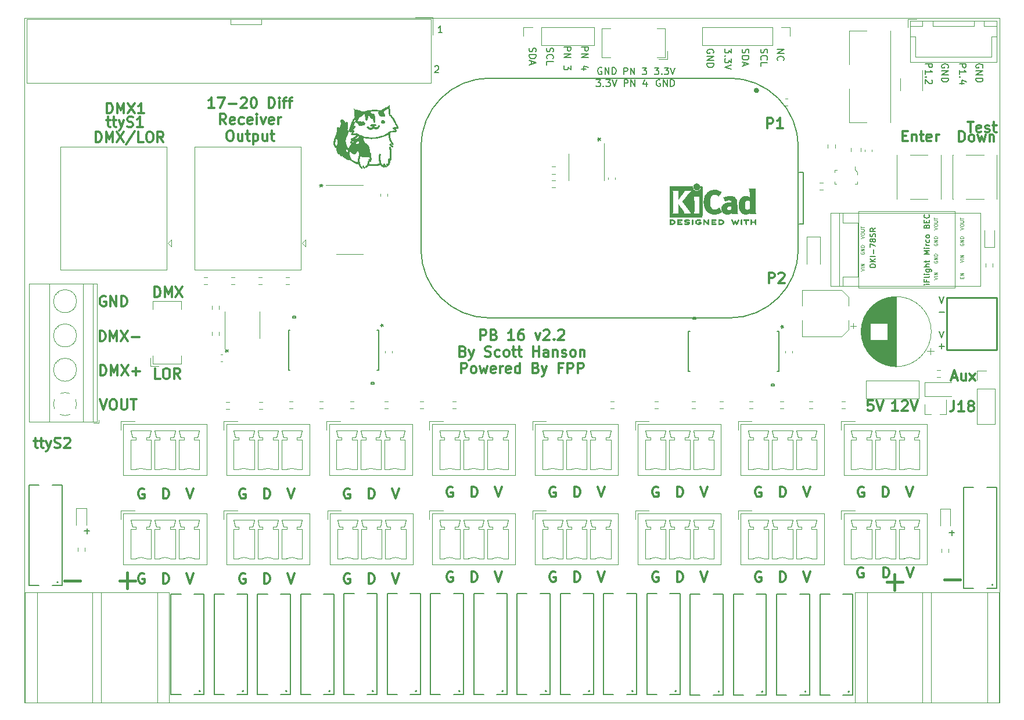
<source format=gbr>
G04 #@! TF.GenerationSoftware,KiCad,Pcbnew,(6.0.5)*
G04 #@! TF.CreationDate,2022-06-05T13:27:18-04:00*
G04 #@! TF.ProjectId,PB_16,50425f31-362e-46b6-9963-61645f706362,v2.2*
G04 #@! TF.SameCoordinates,Original*
G04 #@! TF.FileFunction,Legend,Top*
G04 #@! TF.FilePolarity,Positive*
%FSLAX46Y46*%
G04 Gerber Fmt 4.6, Leading zero omitted, Abs format (unit mm)*
G04 Created by KiCad (PCBNEW (6.0.5)) date 2022-06-05 13:27:18*
%MOMM*%
%LPD*%
G01*
G04 APERTURE LIST*
%ADD10C,0.120000*%
G04 #@! TA.AperFunction,Profile*
%ADD11C,0.050000*%
G04 #@! TD*
%ADD12C,0.300000*%
%ADD13C,0.150000*%
%ADD14C,0.400000*%
%ADD15C,0.100000*%
%ADD16C,0.127000*%
%ADD17C,0.187000*%
%ADD18C,0.152400*%
%ADD19C,0.304800*%
%ADD20C,0.010000*%
%ADD21C,0.254000*%
G04 APERTURE END LIST*
D10*
X102125960Y-53125680D02*
X102125960Y-53925680D01*
X106625960Y-53925680D02*
X106625960Y-53125680D01*
X102125960Y-53925680D02*
X106625960Y-53925680D01*
D11*
X214228800Y-152889360D02*
X214228800Y-52996240D01*
X72128800Y-52996240D02*
X72128800Y-152889360D01*
X214228800Y-52996240D02*
X72128800Y-52996240D01*
X214228800Y-152889360D02*
X72128800Y-152889360D01*
D12*
X104278857Y-134078000D02*
X104136000Y-134006571D01*
X103921714Y-134006571D01*
X103707428Y-134078000D01*
X103564571Y-134220857D01*
X103493142Y-134363714D01*
X103421714Y-134649428D01*
X103421714Y-134863714D01*
X103493142Y-135149428D01*
X103564571Y-135292285D01*
X103707428Y-135435142D01*
X103921714Y-135506571D01*
X104064571Y-135506571D01*
X104278857Y-135435142D01*
X104350285Y-135363714D01*
X104350285Y-134863714D01*
X104064571Y-134863714D01*
X122289142Y-135506571D02*
X122289142Y-134006571D01*
X122646285Y-134006571D01*
X122860571Y-134078000D01*
X123003428Y-134220857D01*
X123074857Y-134363714D01*
X123146285Y-134649428D01*
X123146285Y-134863714D01*
X123074857Y-135149428D01*
X123003428Y-135292285D01*
X122860571Y-135435142D01*
X122646285Y-135506571D01*
X122289142Y-135506571D01*
X170696000Y-133752571D02*
X171196000Y-135252571D01*
X171696000Y-133752571D01*
X167247142Y-135252571D02*
X167247142Y-133752571D01*
X167604285Y-133752571D01*
X167818571Y-133824000D01*
X167961428Y-133966857D01*
X168032857Y-134109714D01*
X168104285Y-134395428D01*
X168104285Y-134609714D01*
X168032857Y-134895428D01*
X167961428Y-135038285D01*
X167818571Y-135181142D01*
X167604285Y-135252571D01*
X167247142Y-135252571D01*
X185682000Y-133752571D02*
X186182000Y-135252571D01*
X186682000Y-133752571D01*
X119518857Y-134078000D02*
X119376000Y-134006571D01*
X119161714Y-134006571D01*
X118947428Y-134078000D01*
X118804571Y-134220857D01*
X118733142Y-134363714D01*
X118661714Y-134649428D01*
X118661714Y-134863714D01*
X118733142Y-135149428D01*
X118804571Y-135292285D01*
X118947428Y-135435142D01*
X119161714Y-135506571D01*
X119304571Y-135506571D01*
X119518857Y-135435142D01*
X119590285Y-135363714D01*
X119590285Y-134863714D01*
X119304571Y-134863714D01*
X179462857Y-133824000D02*
X179320000Y-133752571D01*
X179105714Y-133752571D01*
X178891428Y-133824000D01*
X178748571Y-133966857D01*
X178677142Y-134109714D01*
X178605714Y-134395428D01*
X178605714Y-134609714D01*
X178677142Y-134895428D01*
X178748571Y-135038285D01*
X178891428Y-135181142D01*
X179105714Y-135252571D01*
X179248571Y-135252571D01*
X179462857Y-135181142D01*
X179534285Y-135109714D01*
X179534285Y-134609714D01*
X179248571Y-134609714D01*
X200728800Y-133131171D02*
X201228800Y-134631171D01*
X201728800Y-133131171D01*
X197285942Y-134631171D02*
X197285942Y-133131171D01*
X197643085Y-133131171D01*
X197857371Y-133202600D01*
X198000228Y-133345457D01*
X198071657Y-133488314D01*
X198143085Y-133774028D01*
X198143085Y-133988314D01*
X198071657Y-134274028D01*
X198000228Y-134416885D01*
X197857371Y-134559742D01*
X197643085Y-134631171D01*
X197285942Y-134631171D01*
X194371657Y-133202600D02*
X194228800Y-133131171D01*
X194014514Y-133131171D01*
X193800228Y-133202600D01*
X193657371Y-133345457D01*
X193585942Y-133488314D01*
X193514514Y-133774028D01*
X193514514Y-133988314D01*
X193585942Y-134274028D01*
X193657371Y-134416885D01*
X193800228Y-134559742D01*
X194014514Y-134631171D01*
X194157371Y-134631171D01*
X194371657Y-134559742D01*
X194443085Y-134488314D01*
X194443085Y-133988314D01*
X194157371Y-133988314D01*
X137275142Y-135252571D02*
X137275142Y-133752571D01*
X137632285Y-133752571D01*
X137846571Y-133824000D01*
X137989428Y-133966857D01*
X138060857Y-134109714D01*
X138132285Y-134395428D01*
X138132285Y-134609714D01*
X138060857Y-134895428D01*
X137989428Y-135038285D01*
X137846571Y-135181142D01*
X137632285Y-135252571D01*
X137275142Y-135252571D01*
X107049142Y-135506571D02*
X107049142Y-134006571D01*
X107406285Y-134006571D01*
X107620571Y-134078000D01*
X107763428Y-134220857D01*
X107834857Y-134363714D01*
X107906285Y-134649428D01*
X107906285Y-134863714D01*
X107834857Y-135149428D01*
X107763428Y-135292285D01*
X107620571Y-135435142D01*
X107406285Y-135506571D01*
X107049142Y-135506571D01*
X182233142Y-135252571D02*
X182233142Y-133752571D01*
X182590285Y-133752571D01*
X182804571Y-133824000D01*
X182947428Y-133966857D01*
X183018857Y-134109714D01*
X183090285Y-134395428D01*
X183090285Y-134609714D01*
X183018857Y-134895428D01*
X182947428Y-135038285D01*
X182804571Y-135181142D01*
X182590285Y-135252571D01*
X182233142Y-135252571D01*
X95766000Y-134006571D02*
X96266000Y-135506571D01*
X96766000Y-134006571D01*
X155710000Y-133752571D02*
X156210000Y-135252571D01*
X156710000Y-133752571D01*
X149490857Y-133824000D02*
X149348000Y-133752571D01*
X149133714Y-133752571D01*
X148919428Y-133824000D01*
X148776571Y-133966857D01*
X148705142Y-134109714D01*
X148633714Y-134395428D01*
X148633714Y-134609714D01*
X148705142Y-134895428D01*
X148776571Y-135038285D01*
X148919428Y-135181142D01*
X149133714Y-135252571D01*
X149276571Y-135252571D01*
X149490857Y-135181142D01*
X149562285Y-135109714D01*
X149562285Y-134609714D01*
X149276571Y-134609714D01*
X134504857Y-133824000D02*
X134362000Y-133752571D01*
X134147714Y-133752571D01*
X133933428Y-133824000D01*
X133790571Y-133966857D01*
X133719142Y-134109714D01*
X133647714Y-134395428D01*
X133647714Y-134609714D01*
X133719142Y-134895428D01*
X133790571Y-135038285D01*
X133933428Y-135181142D01*
X134147714Y-135252571D01*
X134290571Y-135252571D01*
X134504857Y-135181142D01*
X134576285Y-135109714D01*
X134576285Y-134609714D01*
X134290571Y-134609714D01*
X110498000Y-134006571D02*
X110998000Y-135506571D01*
X111498000Y-134006571D01*
X89546857Y-134078000D02*
X89404000Y-134006571D01*
X89189714Y-134006571D01*
X88975428Y-134078000D01*
X88832571Y-134220857D01*
X88761142Y-134363714D01*
X88689714Y-134649428D01*
X88689714Y-134863714D01*
X88761142Y-135149428D01*
X88832571Y-135292285D01*
X88975428Y-135435142D01*
X89189714Y-135506571D01*
X89332571Y-135506571D01*
X89546857Y-135435142D01*
X89618285Y-135363714D01*
X89618285Y-134863714D01*
X89332571Y-134863714D01*
X92317142Y-135506571D02*
X92317142Y-134006571D01*
X92674285Y-134006571D01*
X92888571Y-134078000D01*
X93031428Y-134220857D01*
X93102857Y-134363714D01*
X93174285Y-134649428D01*
X93174285Y-134863714D01*
X93102857Y-135149428D01*
X93031428Y-135292285D01*
X92888571Y-135435142D01*
X92674285Y-135506571D01*
X92317142Y-135506571D01*
X140724000Y-133752571D02*
X141224000Y-135252571D01*
X141724000Y-133752571D01*
X125738000Y-134006571D02*
X126238000Y-135506571D01*
X126738000Y-134006571D01*
X152261142Y-135252571D02*
X152261142Y-133752571D01*
X152618285Y-133752571D01*
X152832571Y-133824000D01*
X152975428Y-133966857D01*
X153046857Y-134109714D01*
X153118285Y-134395428D01*
X153118285Y-134609714D01*
X153046857Y-134895428D01*
X152975428Y-135038285D01*
X152832571Y-135181142D01*
X152618285Y-135252571D01*
X152261142Y-135252571D01*
X164476857Y-133824000D02*
X164334000Y-133752571D01*
X164119714Y-133752571D01*
X163905428Y-133824000D01*
X163762571Y-133966857D01*
X163691142Y-134109714D01*
X163619714Y-134395428D01*
X163619714Y-134609714D01*
X163691142Y-134895428D01*
X163762571Y-135038285D01*
X163905428Y-135181142D01*
X164119714Y-135252571D01*
X164262571Y-135252571D01*
X164476857Y-135181142D01*
X164548285Y-135109714D01*
X164548285Y-134609714D01*
X164262571Y-134609714D01*
X199470228Y-110281171D02*
X198613085Y-110281171D01*
X199041657Y-110281171D02*
X199041657Y-108781171D01*
X198898800Y-108995457D01*
X198755942Y-109138314D01*
X198613085Y-109209742D01*
X200041657Y-108924028D02*
X200113085Y-108852600D01*
X200255942Y-108781171D01*
X200613085Y-108781171D01*
X200755942Y-108852600D01*
X200827371Y-108924028D01*
X200898800Y-109066885D01*
X200898800Y-109209742D01*
X200827371Y-109424028D01*
X199970228Y-110281171D01*
X200898800Y-110281171D01*
X201327371Y-108781171D02*
X201827371Y-110281171D01*
X202327371Y-108781171D01*
X195795085Y-108781171D02*
X195080800Y-108781171D01*
X195009371Y-109495457D01*
X195080800Y-109424028D01*
X195223657Y-109352600D01*
X195580800Y-109352600D01*
X195723657Y-109424028D01*
X195795085Y-109495457D01*
X195866514Y-109638314D01*
X195866514Y-109995457D01*
X195795085Y-110138314D01*
X195723657Y-110209742D01*
X195580800Y-110281171D01*
X195223657Y-110281171D01*
X195080800Y-110209742D01*
X195009371Y-110138314D01*
X196295085Y-108781171D02*
X196795085Y-110281171D01*
X197295085Y-108781171D01*
X92317142Y-123106571D02*
X92317142Y-121606571D01*
X92674285Y-121606571D01*
X92888571Y-121678000D01*
X93031428Y-121820857D01*
X93102857Y-121963714D01*
X93174285Y-122249428D01*
X93174285Y-122463714D01*
X93102857Y-122749428D01*
X93031428Y-122892285D01*
X92888571Y-123035142D01*
X92674285Y-123106571D01*
X92317142Y-123106571D01*
X89546857Y-121678000D02*
X89404000Y-121606571D01*
X89189714Y-121606571D01*
X88975428Y-121678000D01*
X88832571Y-121820857D01*
X88761142Y-121963714D01*
X88689714Y-122249428D01*
X88689714Y-122463714D01*
X88761142Y-122749428D01*
X88832571Y-122892285D01*
X88975428Y-123035142D01*
X89189714Y-123106571D01*
X89332571Y-123106571D01*
X89546857Y-123035142D01*
X89618285Y-122963714D01*
X89618285Y-122463714D01*
X89332571Y-122463714D01*
X95766000Y-121606571D02*
X96266000Y-123106571D01*
X96766000Y-121606571D01*
X83085942Y-100131171D02*
X83085942Y-98631171D01*
X83443085Y-98631171D01*
X83657371Y-98702600D01*
X83800228Y-98845457D01*
X83871657Y-98988314D01*
X83943085Y-99274028D01*
X83943085Y-99488314D01*
X83871657Y-99774028D01*
X83800228Y-99916885D01*
X83657371Y-100059742D01*
X83443085Y-100131171D01*
X83085942Y-100131171D01*
X84585942Y-100131171D02*
X84585942Y-98631171D01*
X85085942Y-99702600D01*
X85585942Y-98631171D01*
X85585942Y-100131171D01*
X86157371Y-98631171D02*
X87157371Y-100131171D01*
X87157371Y-98631171D02*
X86157371Y-100131171D01*
X87728800Y-99559742D02*
X88871657Y-99559742D01*
X83935942Y-93602600D02*
X83793085Y-93531171D01*
X83578800Y-93531171D01*
X83364514Y-93602600D01*
X83221657Y-93745457D01*
X83150228Y-93888314D01*
X83078800Y-94174028D01*
X83078800Y-94388314D01*
X83150228Y-94674028D01*
X83221657Y-94816885D01*
X83364514Y-94959742D01*
X83578800Y-95031171D01*
X83721657Y-95031171D01*
X83935942Y-94959742D01*
X84007371Y-94888314D01*
X84007371Y-94388314D01*
X83721657Y-94388314D01*
X84650228Y-95031171D02*
X84650228Y-93531171D01*
X85507371Y-95031171D01*
X85507371Y-93531171D01*
X86221657Y-95031171D02*
X86221657Y-93531171D01*
X86578800Y-93531171D01*
X86793085Y-93602600D01*
X86935942Y-93745457D01*
X87007371Y-93888314D01*
X87078800Y-94174028D01*
X87078800Y-94388314D01*
X87007371Y-94674028D01*
X86935942Y-94816885D01*
X86793085Y-94959742D01*
X86578800Y-95031171D01*
X86221657Y-95031171D01*
X138583051Y-99977011D02*
X138583051Y-98477011D01*
X139154480Y-98477011D01*
X139297337Y-98548440D01*
X139368765Y-98619868D01*
X139440194Y-98762725D01*
X139440194Y-98977011D01*
X139368765Y-99119868D01*
X139297337Y-99191297D01*
X139154480Y-99262725D01*
X138583051Y-99262725D01*
X140583051Y-99191297D02*
X140797337Y-99262725D01*
X140868765Y-99334154D01*
X140940194Y-99477011D01*
X140940194Y-99691297D01*
X140868765Y-99834154D01*
X140797337Y-99905582D01*
X140654480Y-99977011D01*
X140083051Y-99977011D01*
X140083051Y-98477011D01*
X140583051Y-98477011D01*
X140725908Y-98548440D01*
X140797337Y-98619868D01*
X140868765Y-98762725D01*
X140868765Y-98905582D01*
X140797337Y-99048440D01*
X140725908Y-99119868D01*
X140583051Y-99191297D01*
X140083051Y-99191297D01*
X143511622Y-99977011D02*
X142654480Y-99977011D01*
X143083051Y-99977011D02*
X143083051Y-98477011D01*
X142940194Y-98691297D01*
X142797337Y-98834154D01*
X142654480Y-98905582D01*
X144797337Y-98477011D02*
X144511622Y-98477011D01*
X144368765Y-98548440D01*
X144297337Y-98619868D01*
X144154480Y-98834154D01*
X144083051Y-99119868D01*
X144083051Y-99691297D01*
X144154480Y-99834154D01*
X144225908Y-99905582D01*
X144368765Y-99977011D01*
X144654480Y-99977011D01*
X144797337Y-99905582D01*
X144868765Y-99834154D01*
X144940194Y-99691297D01*
X144940194Y-99334154D01*
X144868765Y-99191297D01*
X144797337Y-99119868D01*
X144654480Y-99048440D01*
X144368765Y-99048440D01*
X144225908Y-99119868D01*
X144154480Y-99191297D01*
X144083051Y-99334154D01*
X146583051Y-98977011D02*
X146940194Y-99977011D01*
X147297337Y-98977011D01*
X147797337Y-98619868D02*
X147868765Y-98548440D01*
X148011622Y-98477011D01*
X148368765Y-98477011D01*
X148511622Y-98548440D01*
X148583051Y-98619868D01*
X148654480Y-98762725D01*
X148654480Y-98905582D01*
X148583051Y-99119868D01*
X147725908Y-99977011D01*
X148654480Y-99977011D01*
X149297337Y-99834154D02*
X149368765Y-99905582D01*
X149297337Y-99977011D01*
X149225908Y-99905582D01*
X149297337Y-99834154D01*
X149297337Y-99977011D01*
X149940194Y-98619868D02*
X150011622Y-98548440D01*
X150154480Y-98477011D01*
X150511622Y-98477011D01*
X150654480Y-98548440D01*
X150725908Y-98619868D01*
X150797337Y-98762725D01*
X150797337Y-98905582D01*
X150725908Y-99119868D01*
X149868765Y-99977011D01*
X150797337Y-99977011D01*
X136047337Y-101606297D02*
X136261622Y-101677725D01*
X136333051Y-101749154D01*
X136404480Y-101892011D01*
X136404480Y-102106297D01*
X136333051Y-102249154D01*
X136261622Y-102320582D01*
X136118765Y-102392011D01*
X135547337Y-102392011D01*
X135547337Y-100892011D01*
X136047337Y-100892011D01*
X136190194Y-100963440D01*
X136261622Y-101034868D01*
X136333051Y-101177725D01*
X136333051Y-101320582D01*
X136261622Y-101463440D01*
X136190194Y-101534868D01*
X136047337Y-101606297D01*
X135547337Y-101606297D01*
X136904480Y-101392011D02*
X137261622Y-102392011D01*
X137618765Y-101392011D02*
X137261622Y-102392011D01*
X137118765Y-102749154D01*
X137047337Y-102820582D01*
X136904480Y-102892011D01*
X139261622Y-102320582D02*
X139475908Y-102392011D01*
X139833051Y-102392011D01*
X139975908Y-102320582D01*
X140047337Y-102249154D01*
X140118765Y-102106297D01*
X140118765Y-101963440D01*
X140047337Y-101820582D01*
X139975908Y-101749154D01*
X139833051Y-101677725D01*
X139547337Y-101606297D01*
X139404480Y-101534868D01*
X139333051Y-101463440D01*
X139261622Y-101320582D01*
X139261622Y-101177725D01*
X139333051Y-101034868D01*
X139404480Y-100963440D01*
X139547337Y-100892011D01*
X139904480Y-100892011D01*
X140118765Y-100963440D01*
X141404480Y-102320582D02*
X141261622Y-102392011D01*
X140975908Y-102392011D01*
X140833051Y-102320582D01*
X140761622Y-102249154D01*
X140690194Y-102106297D01*
X140690194Y-101677725D01*
X140761622Y-101534868D01*
X140833051Y-101463440D01*
X140975908Y-101392011D01*
X141261622Y-101392011D01*
X141404480Y-101463440D01*
X142261622Y-102392011D02*
X142118765Y-102320582D01*
X142047337Y-102249154D01*
X141975908Y-102106297D01*
X141975908Y-101677725D01*
X142047337Y-101534868D01*
X142118765Y-101463440D01*
X142261622Y-101392011D01*
X142475908Y-101392011D01*
X142618765Y-101463440D01*
X142690194Y-101534868D01*
X142761622Y-101677725D01*
X142761622Y-102106297D01*
X142690194Y-102249154D01*
X142618765Y-102320582D01*
X142475908Y-102392011D01*
X142261622Y-102392011D01*
X143190194Y-101392011D02*
X143761622Y-101392011D01*
X143404480Y-100892011D02*
X143404480Y-102177725D01*
X143475908Y-102320582D01*
X143618765Y-102392011D01*
X143761622Y-102392011D01*
X144047337Y-101392011D02*
X144618765Y-101392011D01*
X144261622Y-100892011D02*
X144261622Y-102177725D01*
X144333051Y-102320582D01*
X144475908Y-102392011D01*
X144618765Y-102392011D01*
X146261622Y-102392011D02*
X146261622Y-100892011D01*
X146261622Y-101606297D02*
X147118765Y-101606297D01*
X147118765Y-102392011D02*
X147118765Y-100892011D01*
X148475908Y-102392011D02*
X148475908Y-101606297D01*
X148404480Y-101463440D01*
X148261622Y-101392011D01*
X147975908Y-101392011D01*
X147833051Y-101463440D01*
X148475908Y-102320582D02*
X148333051Y-102392011D01*
X147975908Y-102392011D01*
X147833051Y-102320582D01*
X147761622Y-102177725D01*
X147761622Y-102034868D01*
X147833051Y-101892011D01*
X147975908Y-101820582D01*
X148333051Y-101820582D01*
X148475908Y-101749154D01*
X149190194Y-101392011D02*
X149190194Y-102392011D01*
X149190194Y-101534868D02*
X149261622Y-101463440D01*
X149404480Y-101392011D01*
X149618765Y-101392011D01*
X149761622Y-101463440D01*
X149833051Y-101606297D01*
X149833051Y-102392011D01*
X150475908Y-102320582D02*
X150618765Y-102392011D01*
X150904480Y-102392011D01*
X151047337Y-102320582D01*
X151118765Y-102177725D01*
X151118765Y-102106297D01*
X151047337Y-101963440D01*
X150904480Y-101892011D01*
X150690194Y-101892011D01*
X150547337Y-101820582D01*
X150475908Y-101677725D01*
X150475908Y-101606297D01*
X150547337Y-101463440D01*
X150690194Y-101392011D01*
X150904480Y-101392011D01*
X151047337Y-101463440D01*
X151975908Y-102392011D02*
X151833051Y-102320582D01*
X151761622Y-102249154D01*
X151690194Y-102106297D01*
X151690194Y-101677725D01*
X151761622Y-101534868D01*
X151833051Y-101463440D01*
X151975908Y-101392011D01*
X152190194Y-101392011D01*
X152333051Y-101463440D01*
X152404480Y-101534868D01*
X152475908Y-101677725D01*
X152475908Y-102106297D01*
X152404480Y-102249154D01*
X152333051Y-102320582D01*
X152190194Y-102392011D01*
X151975908Y-102392011D01*
X153118765Y-101392011D02*
X153118765Y-102392011D01*
X153118765Y-101534868D02*
X153190194Y-101463440D01*
X153333051Y-101392011D01*
X153547337Y-101392011D01*
X153690194Y-101463440D01*
X153761622Y-101606297D01*
X153761622Y-102392011D01*
X135761622Y-104807011D02*
X135761622Y-103307011D01*
X136333051Y-103307011D01*
X136475908Y-103378440D01*
X136547337Y-103449868D01*
X136618765Y-103592725D01*
X136618765Y-103807011D01*
X136547337Y-103949868D01*
X136475908Y-104021297D01*
X136333051Y-104092725D01*
X135761622Y-104092725D01*
X137475908Y-104807011D02*
X137333051Y-104735582D01*
X137261622Y-104664154D01*
X137190194Y-104521297D01*
X137190194Y-104092725D01*
X137261622Y-103949868D01*
X137333051Y-103878440D01*
X137475908Y-103807011D01*
X137690194Y-103807011D01*
X137833051Y-103878440D01*
X137904480Y-103949868D01*
X137975908Y-104092725D01*
X137975908Y-104521297D01*
X137904480Y-104664154D01*
X137833051Y-104735582D01*
X137690194Y-104807011D01*
X137475908Y-104807011D01*
X138475908Y-103807011D02*
X138761622Y-104807011D01*
X139047337Y-104092725D01*
X139333051Y-104807011D01*
X139618765Y-103807011D01*
X140761622Y-104735582D02*
X140618765Y-104807011D01*
X140333051Y-104807011D01*
X140190194Y-104735582D01*
X140118765Y-104592725D01*
X140118765Y-104021297D01*
X140190194Y-103878440D01*
X140333051Y-103807011D01*
X140618765Y-103807011D01*
X140761622Y-103878440D01*
X140833051Y-104021297D01*
X140833051Y-104164154D01*
X140118765Y-104307011D01*
X141475908Y-104807011D02*
X141475908Y-103807011D01*
X141475908Y-104092725D02*
X141547337Y-103949868D01*
X141618765Y-103878440D01*
X141761622Y-103807011D01*
X141904480Y-103807011D01*
X142975908Y-104735582D02*
X142833051Y-104807011D01*
X142547337Y-104807011D01*
X142404480Y-104735582D01*
X142333051Y-104592725D01*
X142333051Y-104021297D01*
X142404480Y-103878440D01*
X142547337Y-103807011D01*
X142833051Y-103807011D01*
X142975908Y-103878440D01*
X143047337Y-104021297D01*
X143047337Y-104164154D01*
X142333051Y-104307011D01*
X144333051Y-104807011D02*
X144333051Y-103307011D01*
X144333051Y-104735582D02*
X144190194Y-104807011D01*
X143904480Y-104807011D01*
X143761622Y-104735582D01*
X143690194Y-104664154D01*
X143618765Y-104521297D01*
X143618765Y-104092725D01*
X143690194Y-103949868D01*
X143761622Y-103878440D01*
X143904480Y-103807011D01*
X144190194Y-103807011D01*
X144333051Y-103878440D01*
X146690194Y-104021297D02*
X146904480Y-104092725D01*
X146975908Y-104164154D01*
X147047337Y-104307011D01*
X147047337Y-104521297D01*
X146975908Y-104664154D01*
X146904480Y-104735582D01*
X146761622Y-104807011D01*
X146190194Y-104807011D01*
X146190194Y-103307011D01*
X146690194Y-103307011D01*
X146833051Y-103378440D01*
X146904480Y-103449868D01*
X146975908Y-103592725D01*
X146975908Y-103735582D01*
X146904480Y-103878440D01*
X146833051Y-103949868D01*
X146690194Y-104021297D01*
X146190194Y-104021297D01*
X147547337Y-103807011D02*
X147904480Y-104807011D01*
X148261622Y-103807011D02*
X147904480Y-104807011D01*
X147761622Y-105164154D01*
X147690194Y-105235582D01*
X147547337Y-105307011D01*
X150475908Y-104021297D02*
X149975908Y-104021297D01*
X149975908Y-104807011D02*
X149975908Y-103307011D01*
X150690194Y-103307011D01*
X151261622Y-104807011D02*
X151261622Y-103307011D01*
X151833051Y-103307011D01*
X151975908Y-103378440D01*
X152047337Y-103449868D01*
X152118765Y-103592725D01*
X152118765Y-103807011D01*
X152047337Y-103949868D01*
X151975908Y-104021297D01*
X151833051Y-104092725D01*
X151261622Y-104092725D01*
X152761622Y-104807011D02*
X152761622Y-103307011D01*
X153333051Y-103307011D01*
X153475908Y-103378440D01*
X153547337Y-103449868D01*
X153618765Y-103592725D01*
X153618765Y-103807011D01*
X153547337Y-103949868D01*
X153475908Y-104021297D01*
X153333051Y-104092725D01*
X152761622Y-104092725D01*
X99820228Y-66066171D02*
X98963085Y-66066171D01*
X99391657Y-66066171D02*
X99391657Y-64566171D01*
X99248800Y-64780457D01*
X99105942Y-64923314D01*
X98963085Y-64994742D01*
X100320228Y-64566171D02*
X101320228Y-64566171D01*
X100677371Y-66066171D01*
X101891657Y-65494742D02*
X103034514Y-65494742D01*
X103677371Y-64709028D02*
X103748800Y-64637600D01*
X103891657Y-64566171D01*
X104248800Y-64566171D01*
X104391657Y-64637600D01*
X104463085Y-64709028D01*
X104534514Y-64851885D01*
X104534514Y-64994742D01*
X104463085Y-65209028D01*
X103605942Y-66066171D01*
X104534514Y-66066171D01*
X105463085Y-64566171D02*
X105605942Y-64566171D01*
X105748800Y-64637600D01*
X105820228Y-64709028D01*
X105891657Y-64851885D01*
X105963085Y-65137600D01*
X105963085Y-65494742D01*
X105891657Y-65780457D01*
X105820228Y-65923314D01*
X105748800Y-65994742D01*
X105605942Y-66066171D01*
X105463085Y-66066171D01*
X105320228Y-65994742D01*
X105248800Y-65923314D01*
X105177371Y-65780457D01*
X105105942Y-65494742D01*
X105105942Y-65137600D01*
X105177371Y-64851885D01*
X105248800Y-64709028D01*
X105320228Y-64637600D01*
X105463085Y-64566171D01*
X107748800Y-66066171D02*
X107748800Y-64566171D01*
X108105942Y-64566171D01*
X108320228Y-64637600D01*
X108463085Y-64780457D01*
X108534514Y-64923314D01*
X108605942Y-65209028D01*
X108605942Y-65423314D01*
X108534514Y-65709028D01*
X108463085Y-65851885D01*
X108320228Y-65994742D01*
X108105942Y-66066171D01*
X107748800Y-66066171D01*
X109248800Y-66066171D02*
X109248800Y-65066171D01*
X109248800Y-64566171D02*
X109177371Y-64637600D01*
X109248800Y-64709028D01*
X109320228Y-64637600D01*
X109248800Y-64566171D01*
X109248800Y-64709028D01*
X109748800Y-65066171D02*
X110320228Y-65066171D01*
X109963085Y-66066171D02*
X109963085Y-64780457D01*
X110034514Y-64637600D01*
X110177371Y-64566171D01*
X110320228Y-64566171D01*
X110605942Y-65066171D02*
X111177371Y-65066171D01*
X110820228Y-66066171D02*
X110820228Y-64780457D01*
X110891657Y-64637600D01*
X111034514Y-64566171D01*
X111177371Y-64566171D01*
X101498800Y-68481171D02*
X100998800Y-67766885D01*
X100641657Y-68481171D02*
X100641657Y-66981171D01*
X101213085Y-66981171D01*
X101355942Y-67052600D01*
X101427371Y-67124028D01*
X101498800Y-67266885D01*
X101498800Y-67481171D01*
X101427371Y-67624028D01*
X101355942Y-67695457D01*
X101213085Y-67766885D01*
X100641657Y-67766885D01*
X102713085Y-68409742D02*
X102570228Y-68481171D01*
X102284514Y-68481171D01*
X102141657Y-68409742D01*
X102070228Y-68266885D01*
X102070228Y-67695457D01*
X102141657Y-67552600D01*
X102284514Y-67481171D01*
X102570228Y-67481171D01*
X102713085Y-67552600D01*
X102784514Y-67695457D01*
X102784514Y-67838314D01*
X102070228Y-67981171D01*
X104070228Y-68409742D02*
X103927371Y-68481171D01*
X103641657Y-68481171D01*
X103498800Y-68409742D01*
X103427371Y-68338314D01*
X103355942Y-68195457D01*
X103355942Y-67766885D01*
X103427371Y-67624028D01*
X103498800Y-67552600D01*
X103641657Y-67481171D01*
X103927371Y-67481171D01*
X104070228Y-67552600D01*
X105284514Y-68409742D02*
X105141657Y-68481171D01*
X104855942Y-68481171D01*
X104713085Y-68409742D01*
X104641657Y-68266885D01*
X104641657Y-67695457D01*
X104713085Y-67552600D01*
X104855942Y-67481171D01*
X105141657Y-67481171D01*
X105284514Y-67552600D01*
X105355942Y-67695457D01*
X105355942Y-67838314D01*
X104641657Y-67981171D01*
X105998800Y-68481171D02*
X105998800Y-67481171D01*
X105998800Y-66981171D02*
X105927371Y-67052600D01*
X105998800Y-67124028D01*
X106070228Y-67052600D01*
X105998800Y-66981171D01*
X105998800Y-67124028D01*
X106570228Y-67481171D02*
X106927371Y-68481171D01*
X107284514Y-67481171D01*
X108427371Y-68409742D02*
X108284514Y-68481171D01*
X107998800Y-68481171D01*
X107855942Y-68409742D01*
X107784514Y-68266885D01*
X107784514Y-67695457D01*
X107855942Y-67552600D01*
X107998800Y-67481171D01*
X108284514Y-67481171D01*
X108427371Y-67552600D01*
X108498800Y-67695457D01*
X108498800Y-67838314D01*
X107784514Y-67981171D01*
X109141657Y-68481171D02*
X109141657Y-67481171D01*
X109141657Y-67766885D02*
X109213085Y-67624028D01*
X109284514Y-67552600D01*
X109427371Y-67481171D01*
X109570228Y-67481171D01*
X101963085Y-69396171D02*
X102248800Y-69396171D01*
X102391657Y-69467600D01*
X102534514Y-69610457D01*
X102605942Y-69896171D01*
X102605942Y-70396171D01*
X102534514Y-70681885D01*
X102391657Y-70824742D01*
X102248800Y-70896171D01*
X101963085Y-70896171D01*
X101820228Y-70824742D01*
X101677371Y-70681885D01*
X101605942Y-70396171D01*
X101605942Y-69896171D01*
X101677371Y-69610457D01*
X101820228Y-69467600D01*
X101963085Y-69396171D01*
X103891657Y-69896171D02*
X103891657Y-70896171D01*
X103248800Y-69896171D02*
X103248800Y-70681885D01*
X103320228Y-70824742D01*
X103463085Y-70896171D01*
X103677371Y-70896171D01*
X103820228Y-70824742D01*
X103891657Y-70753314D01*
X104391657Y-69896171D02*
X104963085Y-69896171D01*
X104605942Y-69396171D02*
X104605942Y-70681885D01*
X104677371Y-70824742D01*
X104820228Y-70896171D01*
X104963085Y-70896171D01*
X105463085Y-69896171D02*
X105463085Y-71396171D01*
X105463085Y-69967600D02*
X105605942Y-69896171D01*
X105891657Y-69896171D01*
X106034514Y-69967600D01*
X106105942Y-70039028D01*
X106177371Y-70181885D01*
X106177371Y-70610457D01*
X106105942Y-70753314D01*
X106034514Y-70824742D01*
X105891657Y-70896171D01*
X105605942Y-70896171D01*
X105463085Y-70824742D01*
X107463085Y-69896171D02*
X107463085Y-70896171D01*
X106820228Y-69896171D02*
X106820228Y-70681885D01*
X106891657Y-70824742D01*
X107034514Y-70896171D01*
X107248800Y-70896171D01*
X107391657Y-70824742D01*
X107463085Y-70753314D01*
X107963085Y-69896171D02*
X108534514Y-69896171D01*
X108177371Y-69396171D02*
X108177371Y-70681885D01*
X108248800Y-70824742D01*
X108391657Y-70896171D01*
X108534514Y-70896171D01*
X82505942Y-71081171D02*
X82505942Y-69581171D01*
X82863085Y-69581171D01*
X83077371Y-69652600D01*
X83220228Y-69795457D01*
X83291657Y-69938314D01*
X83363085Y-70224028D01*
X83363085Y-70438314D01*
X83291657Y-70724028D01*
X83220228Y-70866885D01*
X83077371Y-71009742D01*
X82863085Y-71081171D01*
X82505942Y-71081171D01*
X84005942Y-71081171D02*
X84005942Y-69581171D01*
X84505942Y-70652600D01*
X85005942Y-69581171D01*
X85005942Y-71081171D01*
X85577371Y-69581171D02*
X86577371Y-71081171D01*
X86577371Y-69581171D02*
X85577371Y-71081171D01*
X88220228Y-69509742D02*
X86934514Y-71438314D01*
X89434514Y-71081171D02*
X88720228Y-71081171D01*
X88720228Y-69581171D01*
X90220228Y-69581171D02*
X90505942Y-69581171D01*
X90648800Y-69652600D01*
X90791657Y-69795457D01*
X90863085Y-70081171D01*
X90863085Y-70581171D01*
X90791657Y-70866885D01*
X90648800Y-71009742D01*
X90505942Y-71081171D01*
X90220228Y-71081171D01*
X90077371Y-71009742D01*
X89934514Y-70866885D01*
X89863085Y-70581171D01*
X89863085Y-70081171D01*
X89934514Y-69795457D01*
X90077371Y-69652600D01*
X90220228Y-69581171D01*
X92363085Y-71081171D02*
X91863085Y-70366885D01*
X91505942Y-71081171D02*
X91505942Y-69581171D01*
X92077371Y-69581171D01*
X92220228Y-69652600D01*
X92291657Y-69724028D01*
X92363085Y-69866885D01*
X92363085Y-70081171D01*
X92291657Y-70224028D01*
X92220228Y-70295457D01*
X92077371Y-70366885D01*
X91505942Y-70366885D01*
D13*
X208387899Y-59641379D02*
X209387899Y-59641379D01*
X209387899Y-60022331D01*
X209340280Y-60117569D01*
X209292660Y-60165188D01*
X209197422Y-60212807D01*
X209054565Y-60212807D01*
X208959327Y-60165188D01*
X208911708Y-60117569D01*
X208864089Y-60022331D01*
X208864089Y-59641379D01*
X208387899Y-61165188D02*
X208387899Y-60593760D01*
X208387899Y-60879474D02*
X209387899Y-60879474D01*
X209245041Y-60784236D01*
X209149803Y-60688998D01*
X209102184Y-60593760D01*
X208483137Y-61593760D02*
X208435518Y-61641379D01*
X208387899Y-61593760D01*
X208435518Y-61546140D01*
X208483137Y-61593760D01*
X208387899Y-61593760D01*
X209054565Y-62498521D02*
X208387899Y-62498521D01*
X209435518Y-62260426D02*
X208721232Y-62022331D01*
X208721232Y-62641379D01*
X206749480Y-60230255D02*
X206797099Y-60135017D01*
X206797099Y-59992160D01*
X206749480Y-59849302D01*
X206654241Y-59754064D01*
X206559003Y-59706445D01*
X206368527Y-59658826D01*
X206225670Y-59658826D01*
X206035194Y-59706445D01*
X205939956Y-59754064D01*
X205844718Y-59849302D01*
X205797099Y-59992160D01*
X205797099Y-60087398D01*
X205844718Y-60230255D01*
X205892337Y-60277874D01*
X206225670Y-60277874D01*
X206225670Y-60087398D01*
X205797099Y-60706445D02*
X206797099Y-60706445D01*
X205797099Y-61277874D01*
X206797099Y-61277874D01*
X205797099Y-61754064D02*
X206797099Y-61754064D01*
X206797099Y-61992160D01*
X206749480Y-62135017D01*
X206654241Y-62230255D01*
X206559003Y-62277874D01*
X206368527Y-62325493D01*
X206225670Y-62325493D01*
X206035194Y-62277874D01*
X205939956Y-62230255D01*
X205844718Y-62135017D01*
X205797099Y-61992160D01*
X205797099Y-61754064D01*
X211778680Y-60230255D02*
X211826299Y-60135017D01*
X211826299Y-59992160D01*
X211778680Y-59849302D01*
X211683441Y-59754064D01*
X211588203Y-59706445D01*
X211397727Y-59658826D01*
X211254870Y-59658826D01*
X211064394Y-59706445D01*
X210969156Y-59754064D01*
X210873918Y-59849302D01*
X210826299Y-59992160D01*
X210826299Y-60087398D01*
X210873918Y-60230255D01*
X210921537Y-60277874D01*
X211254870Y-60277874D01*
X211254870Y-60087398D01*
X210826299Y-60706445D02*
X211826299Y-60706445D01*
X210826299Y-61277874D01*
X211826299Y-61277874D01*
X210826299Y-61754064D02*
X211826299Y-61754064D01*
X211826299Y-61992160D01*
X211778680Y-62135017D01*
X211683441Y-62230255D01*
X211588203Y-62277874D01*
X211397727Y-62325493D01*
X211254870Y-62325493D01*
X211064394Y-62277874D01*
X210969156Y-62230255D01*
X210873918Y-62135017D01*
X210826299Y-61992160D01*
X210826299Y-61754064D01*
X155447609Y-61979980D02*
X156066657Y-61979980D01*
X155733323Y-62360933D01*
X155876180Y-62360933D01*
X155971419Y-62408552D01*
X156019038Y-62456171D01*
X156066657Y-62551409D01*
X156066657Y-62789504D01*
X156019038Y-62884742D01*
X155971419Y-62932361D01*
X155876180Y-62979980D01*
X155590466Y-62979980D01*
X155495228Y-62932361D01*
X155447609Y-62884742D01*
X156495228Y-62884742D02*
X156542847Y-62932361D01*
X156495228Y-62979980D01*
X156447609Y-62932361D01*
X156495228Y-62884742D01*
X156495228Y-62979980D01*
X156876180Y-61979980D02*
X157495228Y-61979980D01*
X157161895Y-62360933D01*
X157304752Y-62360933D01*
X157399990Y-62408552D01*
X157447609Y-62456171D01*
X157495228Y-62551409D01*
X157495228Y-62789504D01*
X157447609Y-62884742D01*
X157399990Y-62932361D01*
X157304752Y-62979980D01*
X157019038Y-62979980D01*
X156923800Y-62932361D01*
X156876180Y-62884742D01*
X157780942Y-61979980D02*
X158114276Y-62979980D01*
X158447609Y-61979980D01*
X164761215Y-62002600D02*
X164665977Y-61954980D01*
X164523120Y-61954980D01*
X164380262Y-62002600D01*
X164285024Y-62097838D01*
X164237405Y-62193076D01*
X164189786Y-62383552D01*
X164189786Y-62526409D01*
X164237405Y-62716885D01*
X164285024Y-62812123D01*
X164380262Y-62907361D01*
X164523120Y-62954980D01*
X164618358Y-62954980D01*
X164761215Y-62907361D01*
X164808834Y-62859742D01*
X164808834Y-62526409D01*
X164618358Y-62526409D01*
X165237405Y-62954980D02*
X165237405Y-61954980D01*
X165808834Y-62954980D01*
X165808834Y-61954980D01*
X166285024Y-62954980D02*
X166285024Y-61954980D01*
X166523120Y-61954980D01*
X166665977Y-62002600D01*
X166761215Y-62097838D01*
X166808834Y-62193076D01*
X166856453Y-62383552D01*
X166856453Y-62526409D01*
X166808834Y-62716885D01*
X166761215Y-62812123D01*
X166665977Y-62907361D01*
X166523120Y-62954980D01*
X166285024Y-62954980D01*
X156257295Y-60238160D02*
X156162057Y-60190540D01*
X156019200Y-60190540D01*
X155876342Y-60238160D01*
X155781104Y-60333398D01*
X155733485Y-60428636D01*
X155685866Y-60619112D01*
X155685866Y-60761969D01*
X155733485Y-60952445D01*
X155781104Y-61047683D01*
X155876342Y-61142921D01*
X156019200Y-61190540D01*
X156114438Y-61190540D01*
X156257295Y-61142921D01*
X156304914Y-61095302D01*
X156304914Y-60761969D01*
X156114438Y-60761969D01*
X156733485Y-61190540D02*
X156733485Y-60190540D01*
X157304914Y-61190540D01*
X157304914Y-60190540D01*
X157781104Y-61190540D02*
X157781104Y-60190540D01*
X158019200Y-60190540D01*
X158162057Y-60238160D01*
X158257295Y-60333398D01*
X158304914Y-60428636D01*
X158352533Y-60619112D01*
X158352533Y-60761969D01*
X158304914Y-60952445D01*
X158257295Y-61047683D01*
X158162057Y-61142921D01*
X158019200Y-61190540D01*
X157781104Y-61190540D01*
X159469222Y-61214540D02*
X159469222Y-60214540D01*
X159850175Y-60214540D01*
X159945413Y-60262160D01*
X159993032Y-60309779D01*
X160040651Y-60405017D01*
X160040651Y-60547874D01*
X159993032Y-60643112D01*
X159945413Y-60690731D01*
X159850175Y-60738350D01*
X159469222Y-60738350D01*
X160469222Y-61214540D02*
X160469222Y-60214540D01*
X161040651Y-61214540D01*
X161040651Y-60214540D01*
X162183508Y-60214540D02*
X162802556Y-60214540D01*
X162469222Y-60595493D01*
X162612080Y-60595493D01*
X162707318Y-60643112D01*
X162754937Y-60690731D01*
X162802556Y-60785969D01*
X162802556Y-61024064D01*
X162754937Y-61119302D01*
X162707318Y-61166921D01*
X162612080Y-61214540D01*
X162326365Y-61214540D01*
X162231127Y-61166921D01*
X162183508Y-61119302D01*
X131943085Y-60050219D02*
X131990704Y-60002600D01*
X132085942Y-59954980D01*
X132324038Y-59954980D01*
X132419276Y-60002600D01*
X132466895Y-60050219D01*
X132514514Y-60145457D01*
X132514514Y-60240695D01*
X132466895Y-60383552D01*
X131895466Y-60954980D01*
X132514514Y-60954980D01*
D12*
X207594514Y-108891171D02*
X207594514Y-109962600D01*
X207523085Y-110176885D01*
X207380228Y-110319742D01*
X207165942Y-110391171D01*
X207023085Y-110391171D01*
X209094514Y-110391171D02*
X208237371Y-110391171D01*
X208665942Y-110391171D02*
X208665942Y-108891171D01*
X208523085Y-109105457D01*
X208380228Y-109248314D01*
X208237371Y-109319742D01*
X209951657Y-109534028D02*
X209808800Y-109462600D01*
X209737371Y-109391171D01*
X209665942Y-109248314D01*
X209665942Y-109176885D01*
X209737371Y-109034028D01*
X209808800Y-108962600D01*
X209951657Y-108891171D01*
X210237371Y-108891171D01*
X210380228Y-108962600D01*
X210451657Y-109034028D01*
X210523085Y-109176885D01*
X210523085Y-109248314D01*
X210451657Y-109391171D01*
X210380228Y-109462600D01*
X210237371Y-109534028D01*
X209951657Y-109534028D01*
X209808800Y-109605457D01*
X209737371Y-109676885D01*
X209665942Y-109819742D01*
X209665942Y-110105457D01*
X209737371Y-110248314D01*
X209808800Y-110319742D01*
X209951657Y-110391171D01*
X210237371Y-110391171D01*
X210380228Y-110319742D01*
X210451657Y-110248314D01*
X210523085Y-110105457D01*
X210523085Y-109819742D01*
X210451657Y-109676885D01*
X210380228Y-109605457D01*
X210237371Y-109534028D01*
X208363085Y-70996171D02*
X208363085Y-69496171D01*
X208720228Y-69496171D01*
X208934514Y-69567600D01*
X209077371Y-69710457D01*
X209148800Y-69853314D01*
X209220228Y-70139028D01*
X209220228Y-70353314D01*
X209148800Y-70639028D01*
X209077371Y-70781885D01*
X208934514Y-70924742D01*
X208720228Y-70996171D01*
X208363085Y-70996171D01*
X210077371Y-70996171D02*
X209934514Y-70924742D01*
X209863085Y-70853314D01*
X209791657Y-70710457D01*
X209791657Y-70281885D01*
X209863085Y-70139028D01*
X209934514Y-70067600D01*
X210077371Y-69996171D01*
X210291657Y-69996171D01*
X210434514Y-70067600D01*
X210505942Y-70139028D01*
X210577371Y-70281885D01*
X210577371Y-70710457D01*
X210505942Y-70853314D01*
X210434514Y-70924742D01*
X210291657Y-70996171D01*
X210077371Y-70996171D01*
X211077371Y-69996171D02*
X211363085Y-70996171D01*
X211648800Y-70281885D01*
X211934514Y-70996171D01*
X212220228Y-69996171D01*
X212791657Y-69996171D02*
X212791657Y-70996171D01*
X212791657Y-70139028D02*
X212863085Y-70067600D01*
X213005942Y-69996171D01*
X213220228Y-69996171D01*
X213363085Y-70067600D01*
X213434514Y-70210457D01*
X213434514Y-70996171D01*
X91877371Y-105591171D02*
X91163085Y-105591171D01*
X91163085Y-104091171D01*
X92663085Y-104091171D02*
X92948800Y-104091171D01*
X93091657Y-104162600D01*
X93234514Y-104305457D01*
X93305942Y-104591171D01*
X93305942Y-105091171D01*
X93234514Y-105376885D01*
X93091657Y-105519742D01*
X92948800Y-105591171D01*
X92663085Y-105591171D01*
X92520228Y-105519742D01*
X92377371Y-105376885D01*
X92305942Y-105091171D01*
X92305942Y-104591171D01*
X92377371Y-104305457D01*
X92520228Y-104162600D01*
X92663085Y-104091171D01*
X94805942Y-105591171D02*
X94305942Y-104876885D01*
X93948800Y-105591171D02*
X93948800Y-104091171D01*
X94520228Y-104091171D01*
X94663085Y-104162600D01*
X94734514Y-104234028D01*
X94805942Y-104376885D01*
X94805942Y-104591171D01*
X94734514Y-104734028D01*
X94663085Y-104805457D01*
X94520228Y-104876885D01*
X93948800Y-104876885D01*
D13*
X150755299Y-57195382D02*
X151755299Y-57195382D01*
X151755299Y-57576335D01*
X151707680Y-57671573D01*
X151660060Y-57719192D01*
X151564822Y-57766811D01*
X151421965Y-57766811D01*
X151326727Y-57719192D01*
X151279108Y-57671573D01*
X151231489Y-57576335D01*
X151231489Y-57195382D01*
X150755299Y-58195382D02*
X151755299Y-58195382D01*
X150755299Y-58766811D01*
X151755299Y-58766811D01*
X151755299Y-59909668D02*
X151755299Y-60528716D01*
X151374346Y-60195382D01*
X151374346Y-60338240D01*
X151326727Y-60433478D01*
X151279108Y-60481097D01*
X151183870Y-60528716D01*
X150945775Y-60528716D01*
X150850537Y-60481097D01*
X150802918Y-60433478D01*
X150755299Y-60338240D01*
X150755299Y-60052525D01*
X150802918Y-59957287D01*
X150850537Y-59909668D01*
X181835299Y-57555125D02*
X182835299Y-57555125D01*
X181835299Y-58126554D01*
X182835299Y-58126554D01*
X181930537Y-59174173D02*
X181882918Y-59126554D01*
X181835299Y-58983697D01*
X181835299Y-58888459D01*
X181882918Y-58745601D01*
X181978156Y-58650363D01*
X182073394Y-58602744D01*
X182263870Y-58555125D01*
X182406727Y-58555125D01*
X182597203Y-58602744D01*
X182692441Y-58650363D01*
X182787680Y-58745601D01*
X182835299Y-58888459D01*
X182835299Y-58983697D01*
X182787680Y-59126554D01*
X182740060Y-59174173D01*
X145742918Y-57332507D02*
X145695299Y-57475364D01*
X145695299Y-57713459D01*
X145742918Y-57808697D01*
X145790537Y-57856316D01*
X145885775Y-57903935D01*
X145981013Y-57903935D01*
X146076251Y-57856316D01*
X146123870Y-57808697D01*
X146171489Y-57713459D01*
X146219108Y-57522983D01*
X146266727Y-57427745D01*
X146314346Y-57380126D01*
X146409584Y-57332507D01*
X146504822Y-57332507D01*
X146600060Y-57380126D01*
X146647680Y-57427745D01*
X146695299Y-57522983D01*
X146695299Y-57761078D01*
X146647680Y-57903935D01*
X145695299Y-58332507D02*
X146695299Y-58332507D01*
X146695299Y-58570602D01*
X146647680Y-58713459D01*
X146552441Y-58808697D01*
X146457203Y-58856316D01*
X146266727Y-58903935D01*
X146123870Y-58903935D01*
X145933394Y-58856316D01*
X145838156Y-58808697D01*
X145742918Y-58713459D01*
X145695299Y-58570602D01*
X145695299Y-58332507D01*
X145981013Y-59284888D02*
X145981013Y-59761078D01*
X145695299Y-59189650D02*
X146695299Y-59522983D01*
X145695299Y-59856316D01*
X176762918Y-57507507D02*
X176715299Y-57650364D01*
X176715299Y-57888459D01*
X176762918Y-57983697D01*
X176810537Y-58031316D01*
X176905775Y-58078935D01*
X177001013Y-58078935D01*
X177096251Y-58031316D01*
X177143870Y-57983697D01*
X177191489Y-57888459D01*
X177239108Y-57697983D01*
X177286727Y-57602745D01*
X177334346Y-57555126D01*
X177429584Y-57507507D01*
X177524822Y-57507507D01*
X177620060Y-57555126D01*
X177667680Y-57602745D01*
X177715299Y-57697983D01*
X177715299Y-57936078D01*
X177667680Y-58078935D01*
X176715299Y-58507507D02*
X177715299Y-58507507D01*
X177715299Y-58745602D01*
X177667680Y-58888459D01*
X177572441Y-58983697D01*
X177477203Y-59031316D01*
X177286727Y-59078935D01*
X177143870Y-59078935D01*
X176953394Y-59031316D01*
X176858156Y-58983697D01*
X176762918Y-58888459D01*
X176715299Y-58745602D01*
X176715299Y-58507507D01*
X177001013Y-59459888D02*
X177001013Y-59936078D01*
X176715299Y-59364650D02*
X177715299Y-59697983D01*
X176715299Y-60031316D01*
X148272918Y-57332506D02*
X148225299Y-57475363D01*
X148225299Y-57713459D01*
X148272918Y-57808697D01*
X148320537Y-57856316D01*
X148415775Y-57903935D01*
X148511013Y-57903935D01*
X148606251Y-57856316D01*
X148653870Y-57808697D01*
X148701489Y-57713459D01*
X148749108Y-57522983D01*
X148796727Y-57427744D01*
X148844346Y-57380125D01*
X148939584Y-57332506D01*
X149034822Y-57332506D01*
X149130060Y-57380125D01*
X149177680Y-57427744D01*
X149225299Y-57522983D01*
X149225299Y-57761078D01*
X149177680Y-57903935D01*
X148320537Y-58903935D02*
X148272918Y-58856316D01*
X148225299Y-58713459D01*
X148225299Y-58618221D01*
X148272918Y-58475363D01*
X148368156Y-58380125D01*
X148463394Y-58332506D01*
X148653870Y-58284887D01*
X148796727Y-58284887D01*
X148987203Y-58332506D01*
X149082441Y-58380125D01*
X149177680Y-58475363D01*
X149225299Y-58618221D01*
X149225299Y-58713459D01*
X149177680Y-58856316D01*
X149130060Y-58903935D01*
X148225299Y-59808697D02*
X148225299Y-59332506D01*
X149225299Y-59332506D01*
X153295299Y-57195382D02*
X154295299Y-57195382D01*
X154295299Y-57576335D01*
X154247680Y-57671573D01*
X154200060Y-57719192D01*
X154104822Y-57766811D01*
X153961965Y-57766811D01*
X153866727Y-57719192D01*
X153819108Y-57671573D01*
X153771489Y-57576335D01*
X153771489Y-57195382D01*
X153295299Y-58195382D02*
X154295299Y-58195382D01*
X153295299Y-58766811D01*
X154295299Y-58766811D01*
X153961965Y-60433478D02*
X153295299Y-60433478D01*
X154342918Y-60195382D02*
X153628632Y-59957287D01*
X153628632Y-60576335D01*
X172547680Y-58078935D02*
X172595299Y-57983697D01*
X172595299Y-57840840D01*
X172547680Y-57697982D01*
X172452441Y-57602744D01*
X172357203Y-57555125D01*
X172166727Y-57507506D01*
X172023870Y-57507506D01*
X171833394Y-57555125D01*
X171738156Y-57602744D01*
X171642918Y-57697982D01*
X171595299Y-57840840D01*
X171595299Y-57936078D01*
X171642918Y-58078935D01*
X171690537Y-58126554D01*
X172023870Y-58126554D01*
X172023870Y-57936078D01*
X171595299Y-58555125D02*
X172595299Y-58555125D01*
X171595299Y-59126554D01*
X172595299Y-59126554D01*
X171595299Y-59602744D02*
X172595299Y-59602744D01*
X172595299Y-59840840D01*
X172547680Y-59983697D01*
X172452441Y-60078935D01*
X172357203Y-60126554D01*
X172166727Y-60174173D01*
X172023870Y-60174173D01*
X171833394Y-60126554D01*
X171738156Y-60078935D01*
X171642918Y-59983697D01*
X171595299Y-59840840D01*
X171595299Y-59602744D01*
X175175299Y-57459887D02*
X175175299Y-58078935D01*
X174794346Y-57745601D01*
X174794346Y-57888458D01*
X174746727Y-57983697D01*
X174699108Y-58031316D01*
X174603870Y-58078935D01*
X174365775Y-58078935D01*
X174270537Y-58031316D01*
X174222918Y-57983697D01*
X174175299Y-57888458D01*
X174175299Y-57602744D01*
X174222918Y-57507506D01*
X174270537Y-57459887D01*
X174270537Y-58507506D02*
X174222918Y-58555125D01*
X174175299Y-58507506D01*
X174222918Y-58459887D01*
X174270537Y-58507506D01*
X174175299Y-58507506D01*
X175175299Y-58888458D02*
X175175299Y-59507506D01*
X174794346Y-59174173D01*
X174794346Y-59317030D01*
X174746727Y-59412268D01*
X174699108Y-59459887D01*
X174603870Y-59507506D01*
X174365775Y-59507506D01*
X174270537Y-59459887D01*
X174222918Y-59412268D01*
X174175299Y-59317030D01*
X174175299Y-59031316D01*
X174222918Y-58936078D01*
X174270537Y-58888458D01*
X175175299Y-59793220D02*
X174175299Y-60126554D01*
X175175299Y-60459887D01*
X179472918Y-57507506D02*
X179425299Y-57650363D01*
X179425299Y-57888459D01*
X179472918Y-57983697D01*
X179520537Y-58031316D01*
X179615775Y-58078935D01*
X179711013Y-58078935D01*
X179806251Y-58031316D01*
X179853870Y-57983697D01*
X179901489Y-57888459D01*
X179949108Y-57697983D01*
X179996727Y-57602744D01*
X180044346Y-57555125D01*
X180139584Y-57507506D01*
X180234822Y-57507506D01*
X180330060Y-57555125D01*
X180377680Y-57602744D01*
X180425299Y-57697983D01*
X180425299Y-57936078D01*
X180377680Y-58078935D01*
X179520537Y-59078935D02*
X179472918Y-59031316D01*
X179425299Y-58888459D01*
X179425299Y-58793221D01*
X179472918Y-58650363D01*
X179568156Y-58555125D01*
X179663394Y-58507506D01*
X179853870Y-58459887D01*
X179996727Y-58459887D01*
X180187203Y-58507506D01*
X180282441Y-58555125D01*
X180377680Y-58650363D01*
X180425299Y-58793221D01*
X180425299Y-58888459D01*
X180377680Y-59031316D01*
X180330060Y-59078935D01*
X179425299Y-59983697D02*
X179425299Y-59507506D01*
X180425299Y-59507506D01*
D12*
X180616097Y-91627491D02*
X180616097Y-90127491D01*
X181187525Y-90127491D01*
X181330382Y-90198920D01*
X181401811Y-90270348D01*
X181473240Y-90413205D01*
X181473240Y-90627491D01*
X181401811Y-90770348D01*
X181330382Y-90841777D01*
X181187525Y-90913205D01*
X180616097Y-90913205D01*
X182044668Y-90270348D02*
X182116097Y-90198920D01*
X182258954Y-90127491D01*
X182616097Y-90127491D01*
X182758954Y-90198920D01*
X182830382Y-90270348D01*
X182901811Y-90413205D01*
X182901811Y-90556062D01*
X182830382Y-90770348D01*
X181973240Y-91627491D01*
X182901811Y-91627491D01*
D14*
X197805942Y-135296885D02*
X200091657Y-135296885D01*
X198948800Y-136439742D02*
X198948800Y-134154028D01*
D12*
X73484514Y-114731171D02*
X74055942Y-114731171D01*
X73698800Y-114231171D02*
X73698800Y-115516885D01*
X73770228Y-115659742D01*
X73913085Y-115731171D01*
X74055942Y-115731171D01*
X74341657Y-114731171D02*
X74913085Y-114731171D01*
X74555942Y-114231171D02*
X74555942Y-115516885D01*
X74627371Y-115659742D01*
X74770228Y-115731171D01*
X74913085Y-115731171D01*
X75270228Y-114731171D02*
X75627371Y-115731171D01*
X75984514Y-114731171D02*
X75627371Y-115731171D01*
X75484514Y-116088314D01*
X75413085Y-116159742D01*
X75270228Y-116231171D01*
X76484514Y-115659742D02*
X76698800Y-115731171D01*
X77055942Y-115731171D01*
X77198800Y-115659742D01*
X77270228Y-115588314D01*
X77341657Y-115445457D01*
X77341657Y-115302600D01*
X77270228Y-115159742D01*
X77198800Y-115088314D01*
X77055942Y-115016885D01*
X76770228Y-114945457D01*
X76627371Y-114874028D01*
X76555942Y-114802600D01*
X76484514Y-114659742D01*
X76484514Y-114516885D01*
X76555942Y-114374028D01*
X76627371Y-114302600D01*
X76770228Y-114231171D01*
X77127371Y-114231171D01*
X77341657Y-114302600D01*
X77913085Y-114374028D02*
X77984514Y-114302600D01*
X78127371Y-114231171D01*
X78484514Y-114231171D01*
X78627371Y-114302600D01*
X78698800Y-114374028D01*
X78770228Y-114516885D01*
X78770228Y-114659742D01*
X78698800Y-114874028D01*
X77841657Y-115731171D01*
X78770228Y-115731171D01*
X84084514Y-67881171D02*
X84655942Y-67881171D01*
X84298800Y-67381171D02*
X84298800Y-68666885D01*
X84370228Y-68809742D01*
X84513085Y-68881171D01*
X84655942Y-68881171D01*
X84941657Y-67881171D02*
X85513085Y-67881171D01*
X85155942Y-67381171D02*
X85155942Y-68666885D01*
X85227371Y-68809742D01*
X85370228Y-68881171D01*
X85513085Y-68881171D01*
X85870228Y-67881171D02*
X86227371Y-68881171D01*
X86584514Y-67881171D02*
X86227371Y-68881171D01*
X86084514Y-69238314D01*
X86013085Y-69309742D01*
X85870228Y-69381171D01*
X87084514Y-68809742D02*
X87298800Y-68881171D01*
X87655942Y-68881171D01*
X87798800Y-68809742D01*
X87870228Y-68738314D01*
X87941657Y-68595457D01*
X87941657Y-68452600D01*
X87870228Y-68309742D01*
X87798800Y-68238314D01*
X87655942Y-68166885D01*
X87370228Y-68095457D01*
X87227371Y-68024028D01*
X87155942Y-67952600D01*
X87084514Y-67809742D01*
X87084514Y-67666885D01*
X87155942Y-67524028D01*
X87227371Y-67452600D01*
X87370228Y-67381171D01*
X87727371Y-67381171D01*
X87941657Y-67452600D01*
X89370228Y-68881171D02*
X88513085Y-68881171D01*
X88941657Y-68881171D02*
X88941657Y-67381171D01*
X88798800Y-67595457D01*
X88655942Y-67738314D01*
X88513085Y-67809742D01*
X164476857Y-121424000D02*
X164334000Y-121352571D01*
X164119714Y-121352571D01*
X163905428Y-121424000D01*
X163762571Y-121566857D01*
X163691142Y-121709714D01*
X163619714Y-121995428D01*
X163619714Y-122209714D01*
X163691142Y-122495428D01*
X163762571Y-122638285D01*
X163905428Y-122781142D01*
X164119714Y-122852571D01*
X164262571Y-122852571D01*
X164476857Y-122781142D01*
X164548285Y-122709714D01*
X164548285Y-122209714D01*
X164262571Y-122209714D01*
D13*
X203456419Y-59620219D02*
X204456419Y-59620219D01*
X204456419Y-60001171D01*
X204408800Y-60096409D01*
X204361180Y-60144028D01*
X204265942Y-60191647D01*
X204123085Y-60191647D01*
X204027847Y-60144028D01*
X203980228Y-60096409D01*
X203932609Y-60001171D01*
X203932609Y-59620219D01*
X203456419Y-61144028D02*
X203456419Y-60572600D01*
X203456419Y-60858314D02*
X204456419Y-60858314D01*
X204313561Y-60763076D01*
X204218323Y-60667838D01*
X204170704Y-60572600D01*
X203551657Y-61572600D02*
X203504038Y-61620219D01*
X203456419Y-61572600D01*
X203504038Y-61524980D01*
X203551657Y-61572600D01*
X203456419Y-61572600D01*
X204361180Y-62001171D02*
X204408800Y-62048790D01*
X204456419Y-62144028D01*
X204456419Y-62382123D01*
X204408800Y-62477361D01*
X204361180Y-62524980D01*
X204265942Y-62572600D01*
X204170704Y-62572600D01*
X204027847Y-62524980D01*
X203456419Y-61953552D01*
X203456419Y-62572600D01*
D12*
X84120228Y-66881171D02*
X84120228Y-65381171D01*
X84477371Y-65381171D01*
X84691657Y-65452600D01*
X84834514Y-65595457D01*
X84905942Y-65738314D01*
X84977371Y-66024028D01*
X84977371Y-66238314D01*
X84905942Y-66524028D01*
X84834514Y-66666885D01*
X84691657Y-66809742D01*
X84477371Y-66881171D01*
X84120228Y-66881171D01*
X85620228Y-66881171D02*
X85620228Y-65381171D01*
X86120228Y-66452600D01*
X86620228Y-65381171D01*
X86620228Y-66881171D01*
X87191657Y-65381171D02*
X88191657Y-66881171D01*
X88191657Y-65381171D02*
X87191657Y-66881171D01*
X89548800Y-66881171D02*
X88691657Y-66881171D01*
X89120228Y-66881171D02*
X89120228Y-65381171D01*
X88977371Y-65595457D01*
X88834514Y-65738314D01*
X88691657Y-65809742D01*
D13*
X206897847Y-128074028D02*
X207659752Y-128074028D01*
X207278800Y-128454980D02*
X207278800Y-127693076D01*
D12*
X207325942Y-105472600D02*
X208040228Y-105472600D01*
X207183085Y-105901171D02*
X207683085Y-104401171D01*
X208183085Y-105901171D01*
X209325942Y-104901171D02*
X209325942Y-105901171D01*
X208683085Y-104901171D02*
X208683085Y-105686885D01*
X208754514Y-105829742D01*
X208897371Y-105901171D01*
X209111657Y-105901171D01*
X209254514Y-105829742D01*
X209325942Y-105758314D01*
X209897371Y-105901171D02*
X210683085Y-104901171D01*
X209897371Y-104901171D02*
X210683085Y-105901171D01*
X179462857Y-121424000D02*
X179320000Y-121352571D01*
X179105714Y-121352571D01*
X178891428Y-121424000D01*
X178748571Y-121566857D01*
X178677142Y-121709714D01*
X178605714Y-121995428D01*
X178605714Y-122209714D01*
X178677142Y-122495428D01*
X178748571Y-122638285D01*
X178891428Y-122781142D01*
X179105714Y-122852571D01*
X179248571Y-122852571D01*
X179462857Y-122781142D01*
X179534285Y-122709714D01*
X179534285Y-122209714D01*
X179248571Y-122209714D01*
X155710000Y-121352571D02*
X156210000Y-122852571D01*
X156710000Y-121352571D01*
D14*
X85985942Y-135086885D02*
X88271657Y-135086885D01*
X87128800Y-136229742D02*
X87128800Y-133944028D01*
X77985942Y-135066885D02*
X80271657Y-135066885D01*
D13*
X159530942Y-62954980D02*
X159530942Y-61954980D01*
X159911895Y-61954980D01*
X160007133Y-62002600D01*
X160054752Y-62050219D01*
X160102371Y-62145457D01*
X160102371Y-62288314D01*
X160054752Y-62383552D01*
X160007133Y-62431171D01*
X159911895Y-62478790D01*
X159530942Y-62478790D01*
X160530942Y-62954980D02*
X160530942Y-61954980D01*
X161102371Y-62954980D01*
X161102371Y-61954980D01*
X162769038Y-62288314D02*
X162769038Y-62954980D01*
X162530942Y-61907361D02*
X162292847Y-62621647D01*
X162911895Y-62621647D01*
D12*
X119518857Y-121678000D02*
X119376000Y-121606571D01*
X119161714Y-121606571D01*
X118947428Y-121678000D01*
X118804571Y-121820857D01*
X118733142Y-121963714D01*
X118661714Y-122249428D01*
X118661714Y-122463714D01*
X118733142Y-122749428D01*
X118804571Y-122892285D01*
X118947428Y-123035142D01*
X119161714Y-123106571D01*
X119304571Y-123106571D01*
X119518857Y-123035142D01*
X119590285Y-122963714D01*
X119590285Y-122463714D01*
X119304571Y-122463714D01*
X134504857Y-121424000D02*
X134362000Y-121352571D01*
X134147714Y-121352571D01*
X133933428Y-121424000D01*
X133790571Y-121566857D01*
X133719142Y-121709714D01*
X133647714Y-121995428D01*
X133647714Y-122209714D01*
X133719142Y-122495428D01*
X133790571Y-122638285D01*
X133933428Y-122781142D01*
X134147714Y-122852571D01*
X134290571Y-122852571D01*
X134504857Y-122781142D01*
X134576285Y-122709714D01*
X134576285Y-122209714D01*
X134290571Y-122209714D01*
X122289142Y-123106571D02*
X122289142Y-121606571D01*
X122646285Y-121606571D01*
X122860571Y-121678000D01*
X123003428Y-121820857D01*
X123074857Y-121963714D01*
X123146285Y-122249428D01*
X123146285Y-122463714D01*
X123074857Y-122749428D01*
X123003428Y-122892285D01*
X122860571Y-123035142D01*
X122646285Y-123106571D01*
X122289142Y-123106571D01*
X107049142Y-123106571D02*
X107049142Y-121606571D01*
X107406285Y-121606571D01*
X107620571Y-121678000D01*
X107763428Y-121820857D01*
X107834857Y-121963714D01*
X107906285Y-122249428D01*
X107906285Y-122463714D01*
X107834857Y-122749428D01*
X107763428Y-122892285D01*
X107620571Y-123035142D01*
X107406285Y-123106571D01*
X107049142Y-123106571D01*
D13*
X205465466Y-93649980D02*
X205798800Y-94649980D01*
X206132133Y-93649980D01*
X205417847Y-95879028D02*
X206179752Y-95879028D01*
D14*
X206185942Y-134916885D02*
X208471657Y-134916885D01*
D13*
X81220228Y-128233552D02*
X81220228Y-127471647D01*
X81601180Y-127852600D02*
X80839276Y-127852600D01*
D12*
X125738000Y-121606571D02*
X126238000Y-123106571D01*
X126738000Y-121606571D01*
X149490857Y-121424000D02*
X149348000Y-121352571D01*
X149133714Y-121352571D01*
X148919428Y-121424000D01*
X148776571Y-121566857D01*
X148705142Y-121709714D01*
X148633714Y-121995428D01*
X148633714Y-122209714D01*
X148705142Y-122495428D01*
X148776571Y-122638285D01*
X148919428Y-122781142D01*
X149133714Y-122852571D01*
X149276571Y-122852571D01*
X149490857Y-122781142D01*
X149562285Y-122709714D01*
X149562285Y-122209714D01*
X149276571Y-122209714D01*
X104278857Y-121678000D02*
X104136000Y-121606571D01*
X103921714Y-121606571D01*
X103707428Y-121678000D01*
X103564571Y-121820857D01*
X103493142Y-121963714D01*
X103421714Y-122249428D01*
X103421714Y-122463714D01*
X103493142Y-122749428D01*
X103564571Y-122892285D01*
X103707428Y-123035142D01*
X103921714Y-123106571D01*
X104064571Y-123106571D01*
X104278857Y-123035142D01*
X104350285Y-122963714D01*
X104350285Y-122463714D01*
X104064571Y-122463714D01*
X170696000Y-121352571D02*
X171196000Y-122852571D01*
X171696000Y-121352571D01*
X200133085Y-70170457D02*
X200633085Y-70170457D01*
X200847371Y-70956171D02*
X200133085Y-70956171D01*
X200133085Y-69456171D01*
X200847371Y-69456171D01*
X201490228Y-69956171D02*
X201490228Y-70956171D01*
X201490228Y-70099028D02*
X201561657Y-70027600D01*
X201704514Y-69956171D01*
X201918800Y-69956171D01*
X202061657Y-70027600D01*
X202133085Y-70170457D01*
X202133085Y-70956171D01*
X202633085Y-69956171D02*
X203204514Y-69956171D01*
X202847371Y-69456171D02*
X202847371Y-70741885D01*
X202918800Y-70884742D01*
X203061657Y-70956171D01*
X203204514Y-70956171D01*
X204275942Y-70884742D02*
X204133085Y-70956171D01*
X203847371Y-70956171D01*
X203704514Y-70884742D01*
X203633085Y-70741885D01*
X203633085Y-70170457D01*
X203704514Y-70027600D01*
X203847371Y-69956171D01*
X204133085Y-69956171D01*
X204275942Y-70027600D01*
X204347371Y-70170457D01*
X204347371Y-70313314D01*
X203633085Y-70456171D01*
X204990228Y-70956171D02*
X204990228Y-69956171D01*
X204990228Y-70241885D02*
X205061657Y-70099028D01*
X205133085Y-70027600D01*
X205275942Y-69956171D01*
X205418800Y-69956171D01*
X197219142Y-122852571D02*
X197219142Y-121352571D01*
X197576285Y-121352571D01*
X197790571Y-121424000D01*
X197933428Y-121566857D01*
X198004857Y-121709714D01*
X198076285Y-121995428D01*
X198076285Y-122209714D01*
X198004857Y-122495428D01*
X197933428Y-122638285D01*
X197790571Y-122781142D01*
X197576285Y-122852571D01*
X197219142Y-122852571D01*
X209591657Y-68121171D02*
X210448800Y-68121171D01*
X210020228Y-69621171D02*
X210020228Y-68121171D01*
X211520228Y-69549742D02*
X211377371Y-69621171D01*
X211091657Y-69621171D01*
X210948800Y-69549742D01*
X210877371Y-69406885D01*
X210877371Y-68835457D01*
X210948800Y-68692600D01*
X211091657Y-68621171D01*
X211377371Y-68621171D01*
X211520228Y-68692600D01*
X211591657Y-68835457D01*
X211591657Y-68978314D01*
X210877371Y-69121171D01*
X212163085Y-69549742D02*
X212305942Y-69621171D01*
X212591657Y-69621171D01*
X212734514Y-69549742D01*
X212805942Y-69406885D01*
X212805942Y-69335457D01*
X212734514Y-69192600D01*
X212591657Y-69121171D01*
X212377371Y-69121171D01*
X212234514Y-69049742D01*
X212163085Y-68906885D01*
X212163085Y-68835457D01*
X212234514Y-68692600D01*
X212377371Y-68621171D01*
X212591657Y-68621171D01*
X212734514Y-68692600D01*
X213234514Y-68621171D02*
X213805942Y-68621171D01*
X213448800Y-68121171D02*
X213448800Y-69406885D01*
X213520228Y-69549742D01*
X213663085Y-69621171D01*
X213805942Y-69621171D01*
X91084514Y-93711171D02*
X91084514Y-92211171D01*
X91441657Y-92211171D01*
X91655942Y-92282600D01*
X91798800Y-92425457D01*
X91870228Y-92568314D01*
X91941657Y-92854028D01*
X91941657Y-93068314D01*
X91870228Y-93354028D01*
X91798800Y-93496885D01*
X91655942Y-93639742D01*
X91441657Y-93711171D01*
X91084514Y-93711171D01*
X92584514Y-93711171D02*
X92584514Y-92211171D01*
X93084514Y-93282600D01*
X93584514Y-92211171D01*
X93584514Y-93711171D01*
X94155942Y-92211171D02*
X95155942Y-93711171D01*
X95155942Y-92211171D02*
X94155942Y-93711171D01*
D13*
X163953889Y-60214540D02*
X164572937Y-60214540D01*
X164239603Y-60595493D01*
X164382460Y-60595493D01*
X164477699Y-60643112D01*
X164525318Y-60690731D01*
X164572937Y-60785969D01*
X164572937Y-61024064D01*
X164525318Y-61119302D01*
X164477699Y-61166921D01*
X164382460Y-61214540D01*
X164096746Y-61214540D01*
X164001508Y-61166921D01*
X163953889Y-61119302D01*
X165001508Y-61119302D02*
X165049127Y-61166921D01*
X165001508Y-61214540D01*
X164953889Y-61166921D01*
X165001508Y-61119302D01*
X165001508Y-61214540D01*
X165382460Y-60214540D02*
X166001508Y-60214540D01*
X165668175Y-60595493D01*
X165811032Y-60595493D01*
X165906270Y-60643112D01*
X165953889Y-60690731D01*
X166001508Y-60785969D01*
X166001508Y-61024064D01*
X165953889Y-61119302D01*
X165906270Y-61166921D01*
X165811032Y-61214540D01*
X165525318Y-61214540D01*
X165430080Y-61166921D01*
X165382460Y-61119302D01*
X166287222Y-60214540D02*
X166620556Y-61214540D01*
X166953889Y-60214540D01*
X133014514Y-55104980D02*
X132443085Y-55104980D01*
X132728800Y-55104980D02*
X132728800Y-54104980D01*
X132633561Y-54247838D01*
X132538323Y-54343076D01*
X132443085Y-54390695D01*
D12*
X167247142Y-122852571D02*
X167247142Y-121352571D01*
X167604285Y-121352571D01*
X167818571Y-121424000D01*
X167961428Y-121566857D01*
X168032857Y-121709714D01*
X168104285Y-121995428D01*
X168104285Y-122209714D01*
X168032857Y-122495428D01*
X167961428Y-122638285D01*
X167818571Y-122781142D01*
X167604285Y-122852571D01*
X167247142Y-122852571D01*
X180377337Y-69057051D02*
X180377337Y-67557051D01*
X180948765Y-67557051D01*
X181091622Y-67628480D01*
X181163051Y-67699908D01*
X181234480Y-67842765D01*
X181234480Y-68057051D01*
X181163051Y-68199908D01*
X181091622Y-68271337D01*
X180948765Y-68342765D01*
X180377337Y-68342765D01*
X182663051Y-69057051D02*
X181805908Y-69057051D01*
X182234480Y-69057051D02*
X182234480Y-67557051D01*
X182091622Y-67771337D01*
X181948765Y-67914194D01*
X181805908Y-67985622D01*
X137275142Y-122852571D02*
X137275142Y-121352571D01*
X137632285Y-121352571D01*
X137846571Y-121424000D01*
X137989428Y-121566857D01*
X138060857Y-121709714D01*
X138132285Y-121995428D01*
X138132285Y-122209714D01*
X138060857Y-122495428D01*
X137989428Y-122638285D01*
X137846571Y-122781142D01*
X137632285Y-122852571D01*
X137275142Y-122852571D01*
X140724000Y-121352571D02*
X141224000Y-122852571D01*
X141724000Y-121352571D01*
X110498000Y-121606571D02*
X110998000Y-123106571D01*
X111498000Y-121606571D01*
D13*
X205465466Y-98649980D02*
X205798800Y-99649980D01*
X206132133Y-98649980D01*
X205417847Y-100879028D02*
X206179752Y-100879028D01*
X205798800Y-101259980D02*
X205798800Y-100498076D01*
D12*
X83135942Y-108631171D02*
X83635942Y-110131171D01*
X84135942Y-108631171D01*
X84921657Y-108631171D02*
X85207371Y-108631171D01*
X85350228Y-108702600D01*
X85493085Y-108845457D01*
X85564514Y-109131171D01*
X85564514Y-109631171D01*
X85493085Y-109916885D01*
X85350228Y-110059742D01*
X85207371Y-110131171D01*
X84921657Y-110131171D01*
X84778800Y-110059742D01*
X84635942Y-109916885D01*
X84564514Y-109631171D01*
X84564514Y-109131171D01*
X84635942Y-108845457D01*
X84778800Y-108702600D01*
X84921657Y-108631171D01*
X86207371Y-108631171D02*
X86207371Y-109845457D01*
X86278800Y-109988314D01*
X86350228Y-110059742D01*
X86493085Y-110131171D01*
X86778800Y-110131171D01*
X86921657Y-110059742D01*
X86993085Y-109988314D01*
X87064514Y-109845457D01*
X87064514Y-108631171D01*
X87564514Y-108631171D02*
X88421657Y-108631171D01*
X87993085Y-110131171D02*
X87993085Y-108631171D01*
X194448857Y-121424000D02*
X194306000Y-121352571D01*
X194091714Y-121352571D01*
X193877428Y-121424000D01*
X193734571Y-121566857D01*
X193663142Y-121709714D01*
X193591714Y-121995428D01*
X193591714Y-122209714D01*
X193663142Y-122495428D01*
X193734571Y-122638285D01*
X193877428Y-122781142D01*
X194091714Y-122852571D01*
X194234571Y-122852571D01*
X194448857Y-122781142D01*
X194520285Y-122709714D01*
X194520285Y-122209714D01*
X194234571Y-122209714D01*
X182233142Y-122852571D02*
X182233142Y-121352571D01*
X182590285Y-121352571D01*
X182804571Y-121424000D01*
X182947428Y-121566857D01*
X183018857Y-121709714D01*
X183090285Y-121995428D01*
X183090285Y-122209714D01*
X183018857Y-122495428D01*
X182947428Y-122638285D01*
X182804571Y-122781142D01*
X182590285Y-122852571D01*
X182233142Y-122852571D01*
X152261142Y-122852571D02*
X152261142Y-121352571D01*
X152618285Y-121352571D01*
X152832571Y-121424000D01*
X152975428Y-121566857D01*
X153046857Y-121709714D01*
X153118285Y-121995428D01*
X153118285Y-122209714D01*
X153046857Y-122495428D01*
X152975428Y-122638285D01*
X152832571Y-122781142D01*
X152618285Y-122852571D01*
X152261142Y-122852571D01*
X185682000Y-121352571D02*
X186182000Y-122852571D01*
X186682000Y-121352571D01*
X83185942Y-105131171D02*
X83185942Y-103631171D01*
X83543085Y-103631171D01*
X83757371Y-103702600D01*
X83900228Y-103845457D01*
X83971657Y-103988314D01*
X84043085Y-104274028D01*
X84043085Y-104488314D01*
X83971657Y-104774028D01*
X83900228Y-104916885D01*
X83757371Y-105059742D01*
X83543085Y-105131171D01*
X83185942Y-105131171D01*
X84685942Y-105131171D02*
X84685942Y-103631171D01*
X85185942Y-104702600D01*
X85685942Y-103631171D01*
X85685942Y-105131171D01*
X86257371Y-103631171D02*
X87257371Y-105131171D01*
X87257371Y-103631171D02*
X86257371Y-105131171D01*
X87828800Y-104559742D02*
X88971657Y-104559742D01*
X88400228Y-105131171D02*
X88400228Y-103988314D01*
X200668000Y-121352571D02*
X201168000Y-122852571D01*
X201668000Y-121352571D01*
D13*
X124035780Y-97812000D02*
X124273876Y-97812000D01*
X124178638Y-98050095D02*
X124273876Y-97812000D01*
X124178638Y-97573904D01*
X124464352Y-97954857D02*
X124273876Y-97812000D01*
X124464352Y-97669142D01*
X101364380Y-101536600D02*
X101602476Y-101536600D01*
X101507238Y-101774695D02*
X101602476Y-101536600D01*
X101507238Y-101298504D01*
X101792952Y-101679457D02*
X101602476Y-101536600D01*
X101792952Y-101393742D01*
X155631180Y-70652600D02*
X155869276Y-70652600D01*
X155774038Y-70890695D02*
X155869276Y-70652600D01*
X155774038Y-70414504D01*
X156059752Y-70795457D02*
X155869276Y-70652600D01*
X156059752Y-70509742D01*
D15*
X208731085Y-90956647D02*
X208731085Y-90789980D01*
X208992990Y-90718552D02*
X208992990Y-90956647D01*
X208492990Y-90956647D01*
X208492990Y-90718552D01*
X208992990Y-90504266D02*
X208492990Y-90504266D01*
X208992990Y-90218552D01*
X208492990Y-90218552D01*
X194038800Y-87158552D02*
X194014990Y-87206171D01*
X194014990Y-87277600D01*
X194038800Y-87349028D01*
X194086419Y-87396647D01*
X194134038Y-87420457D01*
X194229276Y-87444266D01*
X194300704Y-87444266D01*
X194395942Y-87420457D01*
X194443561Y-87396647D01*
X194491180Y-87349028D01*
X194514990Y-87277600D01*
X194514990Y-87229980D01*
X194491180Y-87158552D01*
X194467371Y-87134742D01*
X194300704Y-87134742D01*
X194300704Y-87229980D01*
X194514990Y-86920457D02*
X194014990Y-86920457D01*
X194514990Y-86634742D01*
X194014990Y-86634742D01*
X194514990Y-86396647D02*
X194014990Y-86396647D01*
X194014990Y-86277600D01*
X194038800Y-86206171D01*
X194086419Y-86158552D01*
X194134038Y-86134742D01*
X194229276Y-86110933D01*
X194300704Y-86110933D01*
X194395942Y-86134742D01*
X194443561Y-86158552D01*
X194491180Y-86206171D01*
X194514990Y-86277600D01*
X194514990Y-86396647D01*
X194014990Y-85118552D02*
X194514990Y-84951885D01*
X194014990Y-84785219D01*
X194014990Y-84523314D02*
X194014990Y-84428076D01*
X194038800Y-84380457D01*
X194086419Y-84332838D01*
X194181657Y-84309028D01*
X194348323Y-84309028D01*
X194443561Y-84332838D01*
X194491180Y-84380457D01*
X194514990Y-84428076D01*
X194514990Y-84523314D01*
X194491180Y-84570933D01*
X194443561Y-84618552D01*
X194348323Y-84642361D01*
X194181657Y-84642361D01*
X194086419Y-84618552D01*
X194038800Y-84570933D01*
X194014990Y-84523314D01*
X194014990Y-84094742D02*
X194419752Y-84094742D01*
X194467371Y-84070933D01*
X194491180Y-84047123D01*
X194514990Y-83999504D01*
X194514990Y-83904266D01*
X194491180Y-83856647D01*
X194467371Y-83832838D01*
X194419752Y-83809028D01*
X194014990Y-83809028D01*
X194014990Y-83642361D02*
X194014990Y-83356647D01*
X194514990Y-83499504D02*
X194014990Y-83499504D01*
X208516800Y-85888552D02*
X208492990Y-85936171D01*
X208492990Y-86007600D01*
X208516800Y-86079028D01*
X208564419Y-86126647D01*
X208612038Y-86150457D01*
X208707276Y-86174266D01*
X208778704Y-86174266D01*
X208873942Y-86150457D01*
X208921561Y-86126647D01*
X208969180Y-86079028D01*
X208992990Y-86007600D01*
X208992990Y-85959980D01*
X208969180Y-85888552D01*
X208945371Y-85864742D01*
X208778704Y-85864742D01*
X208778704Y-85959980D01*
X208992990Y-85650457D02*
X208492990Y-85650457D01*
X208992990Y-85364742D01*
X208492990Y-85364742D01*
X208992990Y-85126647D02*
X208492990Y-85126647D01*
X208492990Y-85007600D01*
X208516800Y-84936171D01*
X208564419Y-84888552D01*
X208612038Y-84864742D01*
X208707276Y-84840933D01*
X208778704Y-84840933D01*
X208873942Y-84864742D01*
X208921561Y-84888552D01*
X208969180Y-84936171D01*
X208992990Y-85007600D01*
X208992990Y-85126647D01*
D13*
X195374704Y-89228361D02*
X195374704Y-89075980D01*
X195412800Y-88999790D01*
X195488990Y-88923600D01*
X195641371Y-88885504D01*
X195908038Y-88885504D01*
X196060419Y-88923600D01*
X196136609Y-88999790D01*
X196174704Y-89075980D01*
X196174704Y-89228361D01*
X196136609Y-89304552D01*
X196060419Y-89380742D01*
X195908038Y-89418838D01*
X195641371Y-89418838D01*
X195488990Y-89380742D01*
X195412800Y-89304552D01*
X195374704Y-89228361D01*
X196174704Y-88542647D02*
X195374704Y-88542647D01*
X196174704Y-88085504D02*
X195717561Y-88428361D01*
X195374704Y-88085504D02*
X195831847Y-88542647D01*
X196174704Y-87742647D02*
X195374704Y-87742647D01*
X195869942Y-87361695D02*
X195869942Y-86752171D01*
X195374704Y-86447409D02*
X195374704Y-85914076D01*
X196174704Y-86256933D01*
X195717561Y-85495028D02*
X195679466Y-85571219D01*
X195641371Y-85609314D01*
X195565180Y-85647409D01*
X195527085Y-85647409D01*
X195450895Y-85609314D01*
X195412800Y-85571219D01*
X195374704Y-85495028D01*
X195374704Y-85342647D01*
X195412800Y-85266457D01*
X195450895Y-85228361D01*
X195527085Y-85190266D01*
X195565180Y-85190266D01*
X195641371Y-85228361D01*
X195679466Y-85266457D01*
X195717561Y-85342647D01*
X195717561Y-85495028D01*
X195755657Y-85571219D01*
X195793752Y-85609314D01*
X195869942Y-85647409D01*
X196022323Y-85647409D01*
X196098514Y-85609314D01*
X196136609Y-85571219D01*
X196174704Y-85495028D01*
X196174704Y-85342647D01*
X196136609Y-85266457D01*
X196098514Y-85228361D01*
X196022323Y-85190266D01*
X195869942Y-85190266D01*
X195793752Y-85228361D01*
X195755657Y-85266457D01*
X195717561Y-85342647D01*
X196136609Y-84885504D02*
X196174704Y-84771219D01*
X196174704Y-84580742D01*
X196136609Y-84504552D01*
X196098514Y-84466457D01*
X196022323Y-84428361D01*
X195946133Y-84428361D01*
X195869942Y-84466457D01*
X195831847Y-84504552D01*
X195793752Y-84580742D01*
X195755657Y-84733123D01*
X195717561Y-84809314D01*
X195679466Y-84847409D01*
X195603276Y-84885504D01*
X195527085Y-84885504D01*
X195450895Y-84847409D01*
X195412800Y-84809314D01*
X195374704Y-84733123D01*
X195374704Y-84542647D01*
X195412800Y-84428361D01*
X196174704Y-83628361D02*
X195793752Y-83895028D01*
X196174704Y-84085504D02*
X195374704Y-84085504D01*
X195374704Y-83780742D01*
X195412800Y-83704552D01*
X195450895Y-83666457D01*
X195527085Y-83628361D01*
X195641371Y-83628361D01*
X195717561Y-83666457D01*
X195755657Y-83704552D01*
X195793752Y-83780742D01*
X195793752Y-84085504D01*
D15*
X208492990Y-83848552D02*
X208992990Y-83681885D01*
X208492990Y-83515219D01*
X208492990Y-83253314D02*
X208492990Y-83158076D01*
X208516800Y-83110457D01*
X208564419Y-83062838D01*
X208659657Y-83039028D01*
X208826323Y-83039028D01*
X208921561Y-83062838D01*
X208969180Y-83110457D01*
X208992990Y-83158076D01*
X208992990Y-83253314D01*
X208969180Y-83300933D01*
X208921561Y-83348552D01*
X208826323Y-83372361D01*
X208659657Y-83372361D01*
X208564419Y-83348552D01*
X208516800Y-83300933D01*
X208492990Y-83253314D01*
X208492990Y-82824742D02*
X208897752Y-82824742D01*
X208945371Y-82800933D01*
X208969180Y-82777123D01*
X208992990Y-82729504D01*
X208992990Y-82634266D01*
X208969180Y-82586647D01*
X208945371Y-82562838D01*
X208897752Y-82539028D01*
X208492990Y-82539028D01*
X208492990Y-82372361D02*
X208492990Y-82086647D01*
X208992990Y-82229504D02*
X208492990Y-82229504D01*
X208492990Y-88595219D02*
X208992990Y-88428552D01*
X208492990Y-88261885D01*
X208992990Y-88095219D02*
X208492990Y-88095219D01*
X208992990Y-87857123D02*
X208492990Y-87857123D01*
X208992990Y-87571409D01*
X208492990Y-87571409D01*
D13*
X204048704Y-91844266D02*
X203515371Y-91844266D01*
X203248704Y-91844266D02*
X203286800Y-91882361D01*
X203324895Y-91844266D01*
X203286800Y-91806171D01*
X203248704Y-91844266D01*
X203324895Y-91844266D01*
X203629657Y-91196647D02*
X203629657Y-91463314D01*
X204048704Y-91463314D02*
X203248704Y-91463314D01*
X203248704Y-91082361D01*
X204048704Y-90663314D02*
X204010609Y-90739504D01*
X203934419Y-90777600D01*
X203248704Y-90777600D01*
X204048704Y-90358552D02*
X203515371Y-90358552D01*
X203248704Y-90358552D02*
X203286800Y-90396647D01*
X203324895Y-90358552D01*
X203286800Y-90320457D01*
X203248704Y-90358552D01*
X203324895Y-90358552D01*
X203515371Y-89634742D02*
X204162990Y-89634742D01*
X204239180Y-89672838D01*
X204277276Y-89710933D01*
X204315371Y-89787123D01*
X204315371Y-89901409D01*
X204277276Y-89977600D01*
X204010609Y-89634742D02*
X204048704Y-89710933D01*
X204048704Y-89863314D01*
X204010609Y-89939504D01*
X203972514Y-89977600D01*
X203896323Y-90015695D01*
X203667752Y-90015695D01*
X203591561Y-89977600D01*
X203553466Y-89939504D01*
X203515371Y-89863314D01*
X203515371Y-89710933D01*
X203553466Y-89634742D01*
X204048704Y-89253790D02*
X203248704Y-89253790D01*
X204048704Y-88910933D02*
X203629657Y-88910933D01*
X203553466Y-88949028D01*
X203515371Y-89025219D01*
X203515371Y-89139504D01*
X203553466Y-89215695D01*
X203591561Y-89253790D01*
X203515371Y-88644266D02*
X203515371Y-88339504D01*
X203248704Y-88529980D02*
X203934419Y-88529980D01*
X204010609Y-88491885D01*
X204048704Y-88415695D01*
X204048704Y-88339504D01*
X204048704Y-87463314D02*
X203248704Y-87463314D01*
X203820133Y-87196647D01*
X203248704Y-86929980D01*
X204048704Y-86929980D01*
X204048704Y-86549028D02*
X203515371Y-86549028D01*
X203248704Y-86549028D02*
X203286800Y-86587123D01*
X203324895Y-86549028D01*
X203286800Y-86510933D01*
X203248704Y-86549028D01*
X203324895Y-86549028D01*
X204048704Y-86168076D02*
X203515371Y-86168076D01*
X203667752Y-86168076D02*
X203591561Y-86129980D01*
X203553466Y-86091885D01*
X203515371Y-86015695D01*
X203515371Y-85939504D01*
X204010609Y-85329980D02*
X204048704Y-85406171D01*
X204048704Y-85558552D01*
X204010609Y-85634742D01*
X203972514Y-85672838D01*
X203896323Y-85710933D01*
X203667752Y-85710933D01*
X203591561Y-85672838D01*
X203553466Y-85634742D01*
X203515371Y-85558552D01*
X203515371Y-85406171D01*
X203553466Y-85329980D01*
X204048704Y-84872838D02*
X204010609Y-84949028D01*
X203972514Y-84987123D01*
X203896323Y-85025219D01*
X203667752Y-85025219D01*
X203591561Y-84987123D01*
X203553466Y-84949028D01*
X203515371Y-84872838D01*
X203515371Y-84758552D01*
X203553466Y-84682361D01*
X203591561Y-84644266D01*
X203667752Y-84606171D01*
X203896323Y-84606171D01*
X203972514Y-84644266D01*
X204010609Y-84682361D01*
X204048704Y-84758552D01*
X204048704Y-84872838D01*
X203629657Y-83387123D02*
X203667752Y-83272838D01*
X203705847Y-83234742D01*
X203782038Y-83196647D01*
X203896323Y-83196647D01*
X203972514Y-83234742D01*
X204010609Y-83272838D01*
X204048704Y-83349028D01*
X204048704Y-83653790D01*
X203248704Y-83653790D01*
X203248704Y-83387123D01*
X203286800Y-83310933D01*
X203324895Y-83272838D01*
X203401085Y-83234742D01*
X203477276Y-83234742D01*
X203553466Y-83272838D01*
X203591561Y-83310933D01*
X203629657Y-83387123D01*
X203629657Y-83653790D01*
X203629657Y-82853790D02*
X203629657Y-82587123D01*
X204048704Y-82472838D02*
X204048704Y-82853790D01*
X203248704Y-82853790D01*
X203248704Y-82472838D01*
X203972514Y-81672838D02*
X204010609Y-81710933D01*
X204048704Y-81825219D01*
X204048704Y-81901409D01*
X204010609Y-82015695D01*
X203934419Y-82091885D01*
X203858228Y-82129980D01*
X203705847Y-82168076D01*
X203591561Y-82168076D01*
X203439180Y-82129980D01*
X203362990Y-82091885D01*
X203286800Y-82015695D01*
X203248704Y-81901409D01*
X203248704Y-81825219D01*
X203286800Y-81710933D01*
X203324895Y-81672838D01*
D15*
X204706800Y-85888552D02*
X204682990Y-85936171D01*
X204682990Y-86007600D01*
X204706800Y-86079028D01*
X204754419Y-86126647D01*
X204802038Y-86150457D01*
X204897276Y-86174266D01*
X204968704Y-86174266D01*
X205063942Y-86150457D01*
X205111561Y-86126647D01*
X205159180Y-86079028D01*
X205182990Y-86007600D01*
X205182990Y-85959980D01*
X205159180Y-85888552D01*
X205135371Y-85864742D01*
X204968704Y-85864742D01*
X204968704Y-85959980D01*
X205182990Y-85650457D02*
X204682990Y-85650457D01*
X205182990Y-85364742D01*
X204682990Y-85364742D01*
X205182990Y-85126647D02*
X204682990Y-85126647D01*
X204682990Y-85007600D01*
X204706800Y-84936171D01*
X204754419Y-84888552D01*
X204802038Y-84864742D01*
X204897276Y-84840933D01*
X204968704Y-84840933D01*
X205063942Y-84864742D01*
X205111561Y-84888552D01*
X205159180Y-84936171D01*
X205182990Y-85007600D01*
X205182990Y-85126647D01*
X204706800Y-88428552D02*
X204682990Y-88476171D01*
X204682990Y-88547600D01*
X204706800Y-88619028D01*
X204754419Y-88666647D01*
X204802038Y-88690457D01*
X204897276Y-88714266D01*
X204968704Y-88714266D01*
X205063942Y-88690457D01*
X205111561Y-88666647D01*
X205159180Y-88619028D01*
X205182990Y-88547600D01*
X205182990Y-88499980D01*
X205159180Y-88428552D01*
X205135371Y-88404742D01*
X204968704Y-88404742D01*
X204968704Y-88499980D01*
X205182990Y-88190457D02*
X204682990Y-88190457D01*
X205182990Y-87904742D01*
X204682990Y-87904742D01*
X205182990Y-87666647D02*
X204682990Y-87666647D01*
X204682990Y-87547600D01*
X204706800Y-87476171D01*
X204754419Y-87428552D01*
X204802038Y-87404742D01*
X204897276Y-87380933D01*
X204968704Y-87380933D01*
X205063942Y-87404742D01*
X205111561Y-87428552D01*
X205159180Y-87476171D01*
X205182990Y-87547600D01*
X205182990Y-87666647D01*
X194014990Y-89865219D02*
X194514990Y-89698552D01*
X194014990Y-89531885D01*
X194514990Y-89365219D02*
X194014990Y-89365219D01*
X194514990Y-89127123D02*
X194014990Y-89127123D01*
X194514990Y-88841409D01*
X194014990Y-88841409D01*
X204682990Y-91135219D02*
X205182990Y-90968552D01*
X204682990Y-90801885D01*
X205182990Y-90635219D02*
X204682990Y-90635219D01*
X205182990Y-90397123D02*
X204682990Y-90397123D01*
X205182990Y-90111409D01*
X204682990Y-90111409D01*
X204682990Y-83848552D02*
X205182990Y-83681885D01*
X204682990Y-83515219D01*
X204682990Y-83253314D02*
X204682990Y-83158076D01*
X204706800Y-83110457D01*
X204754419Y-83062838D01*
X204849657Y-83039028D01*
X205016323Y-83039028D01*
X205111561Y-83062838D01*
X205159180Y-83110457D01*
X205182990Y-83158076D01*
X205182990Y-83253314D01*
X205159180Y-83300933D01*
X205111561Y-83348552D01*
X205016323Y-83372361D01*
X204849657Y-83372361D01*
X204754419Y-83348552D01*
X204706800Y-83300933D01*
X204682990Y-83253314D01*
X204682990Y-82824742D02*
X205087752Y-82824742D01*
X205135371Y-82800933D01*
X205159180Y-82777123D01*
X205182990Y-82729504D01*
X205182990Y-82634266D01*
X205159180Y-82586647D01*
X205135371Y-82562838D01*
X205087752Y-82539028D01*
X204682990Y-82539028D01*
X204682990Y-82372361D02*
X204682990Y-82086647D01*
X205182990Y-82229504D02*
X204682990Y-82229504D01*
D13*
X182338940Y-98020280D02*
X182577036Y-98020280D01*
X182481798Y-98258375D02*
X182577036Y-98020280D01*
X182481798Y-97782184D01*
X182767512Y-98163137D02*
X182577036Y-98020280D01*
X182767512Y-97877422D01*
X115378800Y-77204980D02*
X115378800Y-77443076D01*
X115140704Y-77347838D02*
X115378800Y-77443076D01*
X115616895Y-77347838D01*
X115235942Y-77633552D02*
X115378800Y-77443076D01*
X115521657Y-77633552D01*
D16*
X212376000Y-136202600D02*
X213826000Y-136202600D01*
X209026000Y-121502600D02*
X210476000Y-121502600D01*
X213826000Y-121502600D02*
X213826000Y-136202600D01*
X209026000Y-136202600D02*
X210476000Y-136202600D01*
X209026000Y-136202600D02*
X209026000Y-121502600D01*
X212376000Y-121502600D02*
X213826000Y-121502600D01*
D17*
X213297500Y-135710600D02*
G75*
G03*
X213297500Y-135710600I-93500J0D01*
G01*
D16*
X76128800Y-135802600D02*
X77578800Y-135802600D01*
X72778800Y-121102600D02*
X74228800Y-121102600D01*
X77578800Y-121102600D02*
X77578800Y-135802600D01*
X72778800Y-135802600D02*
X74228800Y-135802600D01*
X72778800Y-135802600D02*
X72778800Y-121102600D01*
X76128800Y-121102600D02*
X77578800Y-121102600D01*
D17*
X77050300Y-135310600D02*
G75*
G03*
X77050300Y-135310600I-93500J0D01*
G01*
D16*
X191428800Y-151763600D02*
X192878800Y-151763600D01*
X188078800Y-137063600D02*
X189528800Y-137063600D01*
X192878800Y-137063600D02*
X192878800Y-151763600D01*
X188078800Y-151763600D02*
X189528800Y-151763600D01*
X188078800Y-151763600D02*
X188078800Y-137063600D01*
X191428800Y-137063600D02*
X192878800Y-137063600D01*
D17*
X192350300Y-151271600D02*
G75*
G03*
X192350300Y-151271600I-93500J0D01*
G01*
D16*
X185122124Y-151763600D02*
X186572124Y-151763600D01*
X181772124Y-137063600D02*
X183222124Y-137063600D01*
X186572124Y-137063600D02*
X186572124Y-151763600D01*
X181772124Y-151763600D02*
X183222124Y-151763600D01*
X181772124Y-151763600D02*
X181772124Y-137063600D01*
X185122124Y-137063600D02*
X186572124Y-137063600D01*
D17*
X186043624Y-151271600D02*
G75*
G03*
X186043624Y-151271600I-93500J0D01*
G01*
D16*
X178815458Y-151763600D02*
X180265458Y-151763600D01*
X175465458Y-137063600D02*
X176915458Y-137063600D01*
X180265458Y-137063600D02*
X180265458Y-151763600D01*
X175465458Y-151763600D02*
X176915458Y-151763600D01*
X175465458Y-151763600D02*
X175465458Y-137063600D01*
X178815458Y-137063600D02*
X180265458Y-137063600D01*
D17*
X179736958Y-151271600D02*
G75*
G03*
X179736958Y-151271600I-93500J0D01*
G01*
D16*
X172508792Y-151763600D02*
X173958792Y-151763600D01*
X169158792Y-137063600D02*
X170608792Y-137063600D01*
X173958792Y-137063600D02*
X173958792Y-151763600D01*
X169158792Y-151763600D02*
X170608792Y-151763600D01*
X169158792Y-151763600D02*
X169158792Y-137063600D01*
X172508792Y-137063600D02*
X173958792Y-137063600D01*
D17*
X173430292Y-151271600D02*
G75*
G03*
X173430292Y-151271600I-93500J0D01*
G01*
D16*
X166202126Y-151694800D02*
X167652126Y-151694800D01*
X162852126Y-136994800D02*
X164302126Y-136994800D01*
X167652126Y-136994800D02*
X167652126Y-151694800D01*
X162852126Y-151694800D02*
X164302126Y-151694800D01*
X162852126Y-151694800D02*
X162852126Y-136994800D01*
X166202126Y-136994800D02*
X167652126Y-136994800D01*
D17*
X167123626Y-151202800D02*
G75*
G03*
X167123626Y-151202800I-93500J0D01*
G01*
D16*
X159895460Y-151698600D02*
X161345460Y-151698600D01*
X156545460Y-136998600D02*
X157995460Y-136998600D01*
X161345460Y-136998600D02*
X161345460Y-151698600D01*
X156545460Y-151698600D02*
X157995460Y-151698600D01*
X156545460Y-151698600D02*
X156545460Y-136998600D01*
X159895460Y-136998600D02*
X161345460Y-136998600D01*
D17*
X160816960Y-151206600D02*
G75*
G03*
X160816960Y-151206600I-93500J0D01*
G01*
D16*
X153588794Y-151698600D02*
X155038794Y-151698600D01*
X150238794Y-136998600D02*
X151688794Y-136998600D01*
X155038794Y-136998600D02*
X155038794Y-151698600D01*
X150238794Y-151698600D02*
X151688794Y-151698600D01*
X150238794Y-151698600D02*
X150238794Y-136998600D01*
X153588794Y-136998600D02*
X155038794Y-136998600D01*
D17*
X154510294Y-151206600D02*
G75*
G03*
X154510294Y-151206600I-93500J0D01*
G01*
D16*
X147282128Y-151698600D02*
X148732128Y-151698600D01*
X143932128Y-136998600D02*
X145382128Y-136998600D01*
X148732128Y-136998600D02*
X148732128Y-151698600D01*
X143932128Y-151698600D02*
X145382128Y-151698600D01*
X143932128Y-151698600D02*
X143932128Y-136998600D01*
X147282128Y-136998600D02*
X148732128Y-136998600D01*
D17*
X148203628Y-151206600D02*
G75*
G03*
X148203628Y-151206600I-93500J0D01*
G01*
D16*
X140975462Y-151698600D02*
X142425462Y-151698600D01*
X137625462Y-136998600D02*
X139075462Y-136998600D01*
X142425462Y-136998600D02*
X142425462Y-151698600D01*
X137625462Y-151698600D02*
X139075462Y-151698600D01*
X137625462Y-151698600D02*
X137625462Y-136998600D01*
X140975462Y-136998600D02*
X142425462Y-136998600D01*
D17*
X141896962Y-151206600D02*
G75*
G03*
X141896962Y-151206600I-93500J0D01*
G01*
D16*
X134668796Y-151698600D02*
X136118796Y-151698600D01*
X131318796Y-136998600D02*
X132768796Y-136998600D01*
X136118796Y-136998600D02*
X136118796Y-151698600D01*
X131318796Y-151698600D02*
X132768796Y-151698600D01*
X131318796Y-151698600D02*
X131318796Y-136998600D01*
X134668796Y-136998600D02*
X136118796Y-136998600D01*
D17*
X135590296Y-151206600D02*
G75*
G03*
X135590296Y-151206600I-93500J0D01*
G01*
D16*
X128362130Y-151698600D02*
X129812130Y-151698600D01*
X125012130Y-136998600D02*
X126462130Y-136998600D01*
X129812130Y-136998600D02*
X129812130Y-151698600D01*
X125012130Y-151698600D02*
X126462130Y-151698600D01*
X125012130Y-151698600D02*
X125012130Y-136998600D01*
X128362130Y-136998600D02*
X129812130Y-136998600D01*
D17*
X129283630Y-151206600D02*
G75*
G03*
X129283630Y-151206600I-93500J0D01*
G01*
D16*
X122055464Y-151698600D02*
X123505464Y-151698600D01*
X118705464Y-136998600D02*
X120155464Y-136998600D01*
X123505464Y-136998600D02*
X123505464Y-151698600D01*
X118705464Y-151698600D02*
X120155464Y-151698600D01*
X118705464Y-151698600D02*
X118705464Y-136998600D01*
X122055464Y-136998600D02*
X123505464Y-136998600D01*
D17*
X122976964Y-151206600D02*
G75*
G03*
X122976964Y-151206600I-93500J0D01*
G01*
D16*
X115748798Y-151703600D02*
X117198798Y-151703600D01*
X112398798Y-137003600D02*
X113848798Y-137003600D01*
X117198798Y-137003600D02*
X117198798Y-151703600D01*
X112398798Y-151703600D02*
X113848798Y-151703600D01*
X112398798Y-151703600D02*
X112398798Y-137003600D01*
X115748798Y-137003600D02*
X117198798Y-137003600D01*
D17*
X116670298Y-151211600D02*
G75*
G03*
X116670298Y-151211600I-93500J0D01*
G01*
D16*
X109442132Y-151703600D02*
X110892132Y-151703600D01*
X106092132Y-137003600D02*
X107542132Y-137003600D01*
X110892132Y-137003600D02*
X110892132Y-151703600D01*
X106092132Y-151703600D02*
X107542132Y-151703600D01*
X106092132Y-151703600D02*
X106092132Y-137003600D01*
X109442132Y-137003600D02*
X110892132Y-137003600D01*
D17*
X110363632Y-151211600D02*
G75*
G03*
X110363632Y-151211600I-93500J0D01*
G01*
D16*
X103135466Y-151702600D02*
X104585466Y-151702600D01*
X99785466Y-137002600D02*
X101235466Y-137002600D01*
X104585466Y-137002600D02*
X104585466Y-151702600D01*
X99785466Y-151702600D02*
X101235466Y-151702600D01*
X99785466Y-151702600D02*
X99785466Y-137002600D01*
X103135466Y-137002600D02*
X104585466Y-137002600D01*
D17*
X104056966Y-151210600D02*
G75*
G03*
X104056966Y-151210600I-93500J0D01*
G01*
D16*
X96828800Y-151702600D02*
X98278800Y-151702600D01*
X93478800Y-137002600D02*
X94928800Y-137002600D01*
X98278800Y-137002600D02*
X98278800Y-151702600D01*
X93478800Y-151702600D02*
X94928800Y-151702600D01*
X93478800Y-151702600D02*
X93478800Y-137002600D01*
X96828800Y-137002600D02*
X98278800Y-137002600D01*
D17*
X97750300Y-151210600D02*
G75*
G03*
X97750300Y-151210600I-93500J0D01*
G01*
D10*
X194012600Y-71909468D02*
X194012600Y-72431972D01*
X192592600Y-71909468D02*
X192592600Y-72431972D01*
X100995067Y-102102600D02*
X100702533Y-102102600D01*
X100995067Y-103122600D02*
X100702533Y-103122600D01*
X94100000Y-127550000D02*
X94100000Y-131850000D01*
X93350000Y-127550000D02*
X94100000Y-127550000D01*
X90600000Y-126200000D02*
X90350000Y-127200000D01*
X90600000Y-131850000D02*
X89850000Y-131850000D01*
X91100000Y-127550000D02*
X91850000Y-127550000D01*
X97600000Y-126200000D02*
X97350000Y-127200000D01*
X87600000Y-131850000D02*
X87600000Y-127550000D01*
X97350000Y-127200000D02*
X96850000Y-127200000D01*
X97600000Y-131850000D02*
X96850000Y-131850000D01*
X89850000Y-127200000D02*
X89850000Y-127550000D01*
X86540000Y-125240000D02*
X86540000Y-132710000D01*
X88350000Y-127550000D02*
X88350000Y-127200000D01*
X90350000Y-127200000D02*
X89850000Y-127200000D01*
X97600000Y-127550000D02*
X97600000Y-131850000D01*
X91850000Y-127550000D02*
X91850000Y-127200000D01*
X95350000Y-127550000D02*
X95350000Y-127200000D01*
X96850000Y-127200000D02*
X96850000Y-127550000D01*
X91850000Y-127200000D02*
X91350000Y-127200000D01*
X93850000Y-127200000D02*
X93350000Y-127200000D01*
X88350000Y-131850000D02*
X87600000Y-131850000D01*
X88350000Y-127200000D02*
X87850000Y-127200000D01*
X94850000Y-127200000D02*
X94600000Y-126200000D01*
X95350000Y-131850000D02*
X94600000Y-131850000D01*
X95350000Y-127200000D02*
X94850000Y-127200000D01*
X94100000Y-131850000D02*
X93350000Y-131850000D01*
X94600000Y-127550000D02*
X95350000Y-127550000D01*
X90600000Y-127550000D02*
X90600000Y-131850000D01*
X94600000Y-131850000D02*
X94600000Y-127550000D01*
X89850000Y-127550000D02*
X90600000Y-127550000D01*
X98660000Y-125240000D02*
X86540000Y-125240000D01*
X86150000Y-126100000D02*
X86150000Y-124850000D01*
X86150000Y-124850000D02*
X88150000Y-124850000D01*
X93350000Y-127200000D02*
X93350000Y-127550000D01*
X86540000Y-132710000D02*
X98660000Y-132710000D01*
X91100000Y-131850000D02*
X91100000Y-127550000D01*
X94600000Y-126200000D02*
X97600000Y-126200000D01*
X87850000Y-127200000D02*
X87600000Y-126200000D01*
X91350000Y-127200000D02*
X91100000Y-126200000D01*
X96850000Y-127550000D02*
X97600000Y-127550000D01*
X87600000Y-126200000D02*
X90600000Y-126200000D01*
X94100000Y-126200000D02*
X93850000Y-127200000D01*
X91850000Y-131850000D02*
X91100000Y-131850000D01*
X98660000Y-132710000D02*
X98660000Y-125240000D01*
X91100000Y-126200000D02*
X94100000Y-126200000D01*
X87600000Y-127550000D02*
X88350000Y-127550000D01*
X96849647Y-131849845D02*
G75*
G03*
X95350000Y-131850000I-749647J-1700155D01*
G01*
X93349647Y-131849845D02*
G75*
G03*
X91850000Y-131850000I-749647J-1700155D01*
G01*
X89849647Y-131849845D02*
G75*
G03*
X88350000Y-131850000I-749647J-1700155D01*
G01*
X128660000Y-112240000D02*
X116540000Y-112240000D01*
X117600000Y-118850000D02*
X117600000Y-114550000D01*
X124600000Y-113200000D02*
X127600000Y-113200000D01*
X121850000Y-114200000D02*
X121350000Y-114200000D01*
X117600000Y-114550000D02*
X118350000Y-114550000D01*
X119850000Y-114200000D02*
X119850000Y-114550000D01*
X123350000Y-114550000D02*
X124100000Y-114550000D01*
X121100000Y-113200000D02*
X124100000Y-113200000D01*
X121350000Y-114200000D02*
X121100000Y-113200000D01*
X118350000Y-118850000D02*
X117600000Y-118850000D01*
X124850000Y-114200000D02*
X124600000Y-113200000D01*
X126850000Y-114550000D02*
X127600000Y-114550000D01*
X125350000Y-114200000D02*
X124850000Y-114200000D01*
X121850000Y-118850000D02*
X121100000Y-118850000D01*
X127600000Y-113200000D02*
X127350000Y-114200000D01*
X120600000Y-118850000D02*
X119850000Y-118850000D01*
X124600000Y-114550000D02*
X125350000Y-114550000D01*
X120600000Y-114550000D02*
X120600000Y-118850000D01*
X125350000Y-118850000D02*
X124600000Y-118850000D01*
X116540000Y-119710000D02*
X128660000Y-119710000D01*
X124600000Y-118850000D02*
X124600000Y-114550000D01*
X118350000Y-114200000D02*
X117850000Y-114200000D01*
X120600000Y-113200000D02*
X120350000Y-114200000D01*
X127600000Y-114550000D02*
X127600000Y-118850000D01*
X128660000Y-119710000D02*
X128660000Y-112240000D01*
X125350000Y-114550000D02*
X125350000Y-114200000D01*
X127350000Y-114200000D02*
X126850000Y-114200000D01*
X127600000Y-118850000D02*
X126850000Y-118850000D01*
X118350000Y-114550000D02*
X118350000Y-114200000D01*
X116540000Y-112240000D02*
X116540000Y-119710000D01*
X116150000Y-113100000D02*
X116150000Y-111850000D01*
X121100000Y-118850000D02*
X121100000Y-114550000D01*
X121100000Y-114550000D02*
X121850000Y-114550000D01*
X117600000Y-113200000D02*
X120600000Y-113200000D01*
X116150000Y-111850000D02*
X118150000Y-111850000D01*
X120350000Y-114200000D02*
X119850000Y-114200000D01*
X123850000Y-114200000D02*
X123350000Y-114200000D01*
X119850000Y-114550000D02*
X120600000Y-114550000D01*
X124100000Y-113200000D02*
X123850000Y-114200000D01*
X121850000Y-114550000D02*
X121850000Y-114200000D01*
X124100000Y-114550000D02*
X124100000Y-118850000D01*
X117850000Y-114200000D02*
X117600000Y-113200000D01*
X126850000Y-114200000D02*
X126850000Y-114550000D01*
X124100000Y-118850000D02*
X123350000Y-118850000D01*
X123350000Y-114200000D02*
X123350000Y-114550000D01*
X123349647Y-118849845D02*
G75*
G03*
X121850000Y-118850000I-749647J-1700155D01*
G01*
X126849647Y-118849845D02*
G75*
G03*
X125350000Y-118850000I-749647J-1700155D01*
G01*
X119849647Y-118849845D02*
G75*
G03*
X118350000Y-118850000I-749647J-1700155D01*
G01*
X128774342Y-125240000D02*
X116654342Y-125240000D01*
X118464342Y-127550000D02*
X118464342Y-127200000D01*
X127714342Y-131850000D02*
X126964342Y-131850000D01*
X116654342Y-125240000D02*
X116654342Y-132710000D01*
X126964342Y-127550000D02*
X127714342Y-127550000D01*
X125464342Y-131850000D02*
X124714342Y-131850000D01*
X117714342Y-127550000D02*
X118464342Y-127550000D01*
X127714342Y-127550000D02*
X127714342Y-131850000D01*
X120464342Y-127200000D02*
X119964342Y-127200000D01*
X121214342Y-131850000D02*
X121214342Y-127550000D01*
X121964342Y-127550000D02*
X121964342Y-127200000D01*
X117714342Y-131850000D02*
X117714342Y-127550000D01*
X123464342Y-127550000D02*
X124214342Y-127550000D01*
X124214342Y-127550000D02*
X124214342Y-131850000D01*
X126964342Y-127200000D02*
X126964342Y-127550000D01*
X125464342Y-127550000D02*
X125464342Y-127200000D01*
X120714342Y-126200000D02*
X120464342Y-127200000D01*
X119964342Y-127200000D02*
X119964342Y-127550000D01*
X121964342Y-127200000D02*
X121464342Y-127200000D01*
X120714342Y-131850000D02*
X119964342Y-131850000D01*
X124964342Y-127200000D02*
X124714342Y-126200000D01*
X117714342Y-126200000D02*
X120714342Y-126200000D01*
X117964342Y-127200000D02*
X117714342Y-126200000D01*
X118464342Y-131850000D02*
X117714342Y-131850000D01*
X125464342Y-127200000D02*
X124964342Y-127200000D01*
X124214342Y-131850000D02*
X123464342Y-131850000D01*
X118464342Y-127200000D02*
X117964342Y-127200000D01*
X124714342Y-127550000D02*
X125464342Y-127550000D01*
X127464342Y-127200000D02*
X126964342Y-127200000D01*
X121464342Y-127200000D02*
X121214342Y-126200000D01*
X116654342Y-132710000D02*
X128774342Y-132710000D01*
X124714342Y-126200000D02*
X127714342Y-126200000D01*
X124714342Y-131850000D02*
X124714342Y-127550000D01*
X121214342Y-126200000D02*
X124214342Y-126200000D01*
X116264342Y-124850000D02*
X118264342Y-124850000D01*
X121214342Y-127550000D02*
X121964342Y-127550000D01*
X123964342Y-127200000D02*
X123464342Y-127200000D01*
X121964342Y-131850000D02*
X121214342Y-131850000D01*
X120714342Y-127550000D02*
X120714342Y-131850000D01*
X119964342Y-127550000D02*
X120714342Y-127550000D01*
X123464342Y-127200000D02*
X123464342Y-127550000D01*
X116264342Y-126100000D02*
X116264342Y-124850000D01*
X127714342Y-126200000D02*
X127464342Y-127200000D01*
X128774342Y-132710000D02*
X128774342Y-125240000D01*
X124214342Y-126200000D02*
X123964342Y-127200000D01*
X126963989Y-131849845D02*
G75*
G03*
X125464342Y-131850000I-749647J-1700155D01*
G01*
X123463989Y-131849845D02*
G75*
G03*
X121964342Y-131850000I-749647J-1700155D01*
G01*
X119963989Y-131849845D02*
G75*
G03*
X118464342Y-131850000I-749647J-1700155D01*
G01*
X142600000Y-113200000D02*
X142350000Y-114200000D01*
X134850000Y-114200000D02*
X134850000Y-114550000D01*
X139850000Y-114200000D02*
X139600000Y-113200000D01*
X134850000Y-114550000D02*
X135600000Y-114550000D01*
X139600000Y-113200000D02*
X142600000Y-113200000D01*
X131540000Y-119710000D02*
X143660000Y-119710000D01*
X132600000Y-114550000D02*
X133350000Y-114550000D01*
X139100000Y-114550000D02*
X139100000Y-118850000D01*
X142600000Y-118850000D02*
X141850000Y-118850000D01*
X138850000Y-114200000D02*
X138350000Y-114200000D01*
X136100000Y-114550000D02*
X136850000Y-114550000D01*
X133350000Y-114550000D02*
X133350000Y-114200000D01*
X141850000Y-114200000D02*
X141850000Y-114550000D01*
X131150000Y-111850000D02*
X133150000Y-111850000D01*
X132600000Y-113200000D02*
X135600000Y-113200000D01*
X140350000Y-114550000D02*
X140350000Y-114200000D01*
X132850000Y-114200000D02*
X132600000Y-113200000D01*
X135600000Y-114550000D02*
X135600000Y-118850000D01*
X136850000Y-114200000D02*
X136350000Y-114200000D01*
X139100000Y-113200000D02*
X138850000Y-114200000D01*
X143660000Y-112240000D02*
X131540000Y-112240000D01*
X133350000Y-118850000D02*
X132600000Y-118850000D01*
X131150000Y-113100000D02*
X131150000Y-111850000D01*
X142600000Y-114550000D02*
X142600000Y-118850000D01*
X139600000Y-114550000D02*
X140350000Y-114550000D01*
X136100000Y-113200000D02*
X139100000Y-113200000D01*
X133350000Y-114200000D02*
X132850000Y-114200000D01*
X136350000Y-114200000D02*
X136100000Y-113200000D01*
X142350000Y-114200000D02*
X141850000Y-114200000D01*
X136100000Y-118850000D02*
X136100000Y-114550000D01*
X139600000Y-118850000D02*
X139600000Y-114550000D01*
X140350000Y-114200000D02*
X139850000Y-114200000D01*
X139100000Y-118850000D02*
X138350000Y-118850000D01*
X138350000Y-114200000D02*
X138350000Y-114550000D01*
X141850000Y-114550000D02*
X142600000Y-114550000D01*
X132600000Y-118850000D02*
X132600000Y-114550000D01*
X138350000Y-114550000D02*
X139100000Y-114550000D01*
X140350000Y-118850000D02*
X139600000Y-118850000D01*
X131540000Y-112240000D02*
X131540000Y-119710000D01*
X135350000Y-114200000D02*
X134850000Y-114200000D01*
X143660000Y-119710000D02*
X143660000Y-112240000D01*
X136850000Y-118850000D02*
X136100000Y-118850000D01*
X135600000Y-118850000D02*
X134850000Y-118850000D01*
X136850000Y-114550000D02*
X136850000Y-114200000D01*
X135600000Y-113200000D02*
X135350000Y-114200000D01*
X138349647Y-118849845D02*
G75*
G03*
X136850000Y-118850000I-749647J-1700155D01*
G01*
X134849647Y-118849845D02*
G75*
G03*
X133350000Y-118850000I-749647J-1700155D01*
G01*
X141849647Y-118849845D02*
G75*
G03*
X140350000Y-118850000I-749647J-1700155D01*
G01*
X142600000Y-126200000D02*
X142350000Y-127200000D01*
X131150000Y-124850000D02*
X133150000Y-124850000D01*
X139100000Y-126200000D02*
X138850000Y-127200000D01*
X136100000Y-131850000D02*
X136100000Y-127550000D01*
X136350000Y-127200000D02*
X136100000Y-126200000D01*
X142600000Y-127550000D02*
X142600000Y-131850000D01*
X142600000Y-131850000D02*
X141850000Y-131850000D01*
X143660000Y-125240000D02*
X131540000Y-125240000D01*
X132600000Y-131850000D02*
X132600000Y-127550000D01*
X134850000Y-127550000D02*
X135600000Y-127550000D01*
X139100000Y-127550000D02*
X139100000Y-131850000D01*
X140350000Y-127200000D02*
X139850000Y-127200000D01*
X139600000Y-126200000D02*
X142600000Y-126200000D01*
X139600000Y-127550000D02*
X140350000Y-127550000D01*
X140350000Y-127550000D02*
X140350000Y-127200000D01*
X135600000Y-131850000D02*
X134850000Y-131850000D01*
X143660000Y-132710000D02*
X143660000Y-125240000D01*
X139850000Y-127200000D02*
X139600000Y-126200000D01*
X136100000Y-126200000D02*
X139100000Y-126200000D01*
X140350000Y-131850000D02*
X139600000Y-131850000D01*
X136850000Y-131850000D02*
X136100000Y-131850000D01*
X139100000Y-131850000D02*
X138350000Y-131850000D01*
X131150000Y-126100000D02*
X131150000Y-124850000D01*
X132600000Y-126200000D02*
X135600000Y-126200000D01*
X138350000Y-127200000D02*
X138350000Y-127550000D01*
X142350000Y-127200000D02*
X141850000Y-127200000D01*
X131540000Y-125240000D02*
X131540000Y-132710000D01*
X133350000Y-127550000D02*
X133350000Y-127200000D01*
X135600000Y-127550000D02*
X135600000Y-131850000D01*
X136850000Y-127550000D02*
X136850000Y-127200000D01*
X133350000Y-127200000D02*
X132850000Y-127200000D01*
X132850000Y-127200000D02*
X132600000Y-126200000D01*
X134850000Y-127200000D02*
X134850000Y-127550000D01*
X139600000Y-131850000D02*
X139600000Y-127550000D01*
X135600000Y-126200000D02*
X135350000Y-127200000D01*
X133350000Y-131850000D02*
X132600000Y-131850000D01*
X138350000Y-127550000D02*
X139100000Y-127550000D01*
X135350000Y-127200000D02*
X134850000Y-127200000D01*
X136850000Y-127200000D02*
X136350000Y-127200000D01*
X138850000Y-127200000D02*
X138350000Y-127200000D01*
X141850000Y-127200000D02*
X141850000Y-127550000D01*
X131540000Y-132710000D02*
X143660000Y-132710000D01*
X136100000Y-127550000D02*
X136850000Y-127550000D01*
X132600000Y-127550000D02*
X133350000Y-127550000D01*
X141850000Y-127550000D02*
X142600000Y-127550000D01*
X141849647Y-131849845D02*
G75*
G03*
X140350000Y-131850000I-749647J-1700155D01*
G01*
X134849647Y-131849845D02*
G75*
G03*
X133350000Y-131850000I-749647J-1700155D01*
G01*
X138349647Y-131849845D02*
G75*
G03*
X136850000Y-131850000I-749647J-1700155D01*
G01*
X157600000Y-114550000D02*
X157600000Y-118850000D01*
X150600000Y-113200000D02*
X150350000Y-114200000D01*
X155350000Y-114550000D02*
X155350000Y-114200000D01*
X158660000Y-112240000D02*
X146540000Y-112240000D01*
X154850000Y-114200000D02*
X154600000Y-113200000D01*
X154100000Y-114550000D02*
X154100000Y-118850000D01*
X153850000Y-114200000D02*
X153350000Y-114200000D01*
X155350000Y-114200000D02*
X154850000Y-114200000D01*
X148350000Y-114550000D02*
X148350000Y-114200000D01*
X158660000Y-119710000D02*
X158660000Y-112240000D01*
X147600000Y-113200000D02*
X150600000Y-113200000D01*
X154600000Y-113200000D02*
X157600000Y-113200000D01*
X154600000Y-114550000D02*
X155350000Y-114550000D01*
X151100000Y-118850000D02*
X151100000Y-114550000D01*
X147600000Y-118850000D02*
X147600000Y-114550000D01*
X151850000Y-114550000D02*
X151850000Y-114200000D01*
X150600000Y-114550000D02*
X150600000Y-118850000D01*
X154100000Y-118850000D02*
X153350000Y-118850000D01*
X151350000Y-114200000D02*
X151100000Y-113200000D01*
X156850000Y-114200000D02*
X156850000Y-114550000D01*
X154100000Y-113200000D02*
X153850000Y-114200000D01*
X157600000Y-113200000D02*
X157350000Y-114200000D01*
X157350000Y-114200000D02*
X156850000Y-114200000D01*
X146540000Y-119710000D02*
X158660000Y-119710000D01*
X147600000Y-114550000D02*
X148350000Y-114550000D01*
X148350000Y-114200000D02*
X147850000Y-114200000D01*
X154600000Y-118850000D02*
X154600000Y-114550000D01*
X151850000Y-118850000D02*
X151100000Y-118850000D01*
X146540000Y-112240000D02*
X146540000Y-119710000D01*
X151100000Y-113200000D02*
X154100000Y-113200000D01*
X156850000Y-114550000D02*
X157600000Y-114550000D01*
X148350000Y-118850000D02*
X147600000Y-118850000D01*
X157600000Y-118850000D02*
X156850000Y-118850000D01*
X147850000Y-114200000D02*
X147600000Y-113200000D01*
X153350000Y-114550000D02*
X154100000Y-114550000D01*
X150350000Y-114200000D02*
X149850000Y-114200000D01*
X155350000Y-118850000D02*
X154600000Y-118850000D01*
X153350000Y-114200000D02*
X153350000Y-114550000D01*
X149850000Y-114200000D02*
X149850000Y-114550000D01*
X146150000Y-111850000D02*
X148150000Y-111850000D01*
X151850000Y-114200000D02*
X151350000Y-114200000D01*
X151100000Y-114550000D02*
X151850000Y-114550000D01*
X150600000Y-118850000D02*
X149850000Y-118850000D01*
X146150000Y-113100000D02*
X146150000Y-111850000D01*
X149850000Y-114550000D02*
X150600000Y-114550000D01*
X153349647Y-118849845D02*
G75*
G03*
X151850000Y-118850000I-749647J-1700155D01*
G01*
X156849647Y-118849845D02*
G75*
G03*
X155350000Y-118850000I-749647J-1700155D01*
G01*
X149849647Y-118849845D02*
G75*
G03*
X148350000Y-118850000I-749647J-1700155D01*
G01*
X151350000Y-127200000D02*
X151100000Y-126200000D01*
X155350000Y-127550000D02*
X155350000Y-127200000D01*
X151850000Y-131850000D02*
X151100000Y-131850000D01*
X157600000Y-126200000D02*
X157350000Y-127200000D01*
X148350000Y-127550000D02*
X148350000Y-127200000D01*
X147600000Y-126200000D02*
X150600000Y-126200000D01*
X151850000Y-127550000D02*
X151850000Y-127200000D01*
X150600000Y-126200000D02*
X150350000Y-127200000D01*
X151100000Y-127550000D02*
X151850000Y-127550000D01*
X150600000Y-131850000D02*
X149850000Y-131850000D01*
X156850000Y-127550000D02*
X157600000Y-127550000D01*
X157350000Y-127200000D02*
X156850000Y-127200000D01*
X146540000Y-125240000D02*
X146540000Y-132710000D01*
X151850000Y-127200000D02*
X151350000Y-127200000D01*
X155350000Y-131850000D02*
X154600000Y-131850000D01*
X157600000Y-127550000D02*
X157600000Y-131850000D01*
X153850000Y-127200000D02*
X153350000Y-127200000D01*
X148350000Y-131850000D02*
X147600000Y-131850000D01*
X147600000Y-131850000D02*
X147600000Y-127550000D01*
X150600000Y-127550000D02*
X150600000Y-131850000D01*
X153350000Y-127550000D02*
X154100000Y-127550000D01*
X154600000Y-126200000D02*
X157600000Y-126200000D01*
X149850000Y-127200000D02*
X149850000Y-127550000D01*
X154100000Y-126200000D02*
X153850000Y-127200000D01*
X146540000Y-132710000D02*
X158660000Y-132710000D01*
X154600000Y-131850000D02*
X154600000Y-127550000D01*
X153350000Y-127200000D02*
X153350000Y-127550000D01*
X149850000Y-127550000D02*
X150600000Y-127550000D01*
X154100000Y-131850000D02*
X153350000Y-131850000D01*
X155350000Y-127200000D02*
X154850000Y-127200000D01*
X154600000Y-127550000D02*
X155350000Y-127550000D01*
X157600000Y-131850000D02*
X156850000Y-131850000D01*
X148350000Y-127200000D02*
X147850000Y-127200000D01*
X158660000Y-125240000D02*
X146540000Y-125240000D01*
X150350000Y-127200000D02*
X149850000Y-127200000D01*
X154100000Y-127550000D02*
X154100000Y-131850000D01*
X151100000Y-131850000D02*
X151100000Y-127550000D01*
X156850000Y-127200000D02*
X156850000Y-127550000D01*
X151100000Y-126200000D02*
X154100000Y-126200000D01*
X146150000Y-126100000D02*
X146150000Y-124850000D01*
X158660000Y-132710000D02*
X158660000Y-125240000D01*
X147850000Y-127200000D02*
X147600000Y-126200000D01*
X147600000Y-127550000D02*
X148350000Y-127550000D01*
X146150000Y-124850000D02*
X148150000Y-124850000D01*
X154850000Y-127200000D02*
X154600000Y-126200000D01*
X153349647Y-131849845D02*
G75*
G03*
X151850000Y-131850000I-749647J-1700155D01*
G01*
X156849647Y-131849845D02*
G75*
G03*
X155350000Y-131850000I-749647J-1700155D01*
G01*
X149849647Y-131849845D02*
G75*
G03*
X148350000Y-131850000I-749647J-1700155D01*
G01*
X166850000Y-114550000D02*
X166850000Y-114200000D01*
X165600000Y-118850000D02*
X164850000Y-118850000D01*
X164850000Y-114550000D02*
X165600000Y-114550000D01*
X171850000Y-114200000D02*
X171850000Y-114550000D01*
X169600000Y-118850000D02*
X169600000Y-114550000D01*
X171850000Y-114550000D02*
X172600000Y-114550000D01*
X169600000Y-114550000D02*
X170350000Y-114550000D01*
X161150000Y-113100000D02*
X161150000Y-111850000D01*
X161540000Y-119710000D02*
X173660000Y-119710000D01*
X170350000Y-114200000D02*
X169850000Y-114200000D01*
X162600000Y-113200000D02*
X165600000Y-113200000D01*
X163350000Y-114550000D02*
X163350000Y-114200000D01*
X168850000Y-114200000D02*
X168350000Y-114200000D01*
X165350000Y-114200000D02*
X164850000Y-114200000D01*
X166100000Y-113200000D02*
X169100000Y-113200000D01*
X166850000Y-118850000D02*
X166100000Y-118850000D01*
X166350000Y-114200000D02*
X166100000Y-113200000D01*
X166100000Y-114550000D02*
X166850000Y-114550000D01*
X163350000Y-118850000D02*
X162600000Y-118850000D01*
X172600000Y-118850000D02*
X171850000Y-118850000D01*
X169100000Y-113200000D02*
X168850000Y-114200000D01*
X169850000Y-114200000D02*
X169600000Y-113200000D01*
X163350000Y-114200000D02*
X162850000Y-114200000D01*
X170350000Y-118850000D02*
X169600000Y-118850000D01*
X168350000Y-114550000D02*
X169100000Y-114550000D01*
X166100000Y-118850000D02*
X166100000Y-114550000D01*
X162850000Y-114200000D02*
X162600000Y-113200000D01*
X162600000Y-114550000D02*
X163350000Y-114550000D01*
X169600000Y-113200000D02*
X172600000Y-113200000D01*
X164850000Y-114200000D02*
X164850000Y-114550000D01*
X172350000Y-114200000D02*
X171850000Y-114200000D01*
X161540000Y-112240000D02*
X161540000Y-119710000D01*
X165600000Y-114550000D02*
X165600000Y-118850000D01*
X172600000Y-113200000D02*
X172350000Y-114200000D01*
X166850000Y-114200000D02*
X166350000Y-114200000D01*
X168350000Y-114200000D02*
X168350000Y-114550000D01*
X162600000Y-118850000D02*
X162600000Y-114550000D01*
X170350000Y-114550000D02*
X170350000Y-114200000D01*
X165600000Y-113200000D02*
X165350000Y-114200000D01*
X161150000Y-111850000D02*
X163150000Y-111850000D01*
X172600000Y-114550000D02*
X172600000Y-118850000D01*
X173660000Y-119710000D02*
X173660000Y-112240000D01*
X169100000Y-114550000D02*
X169100000Y-118850000D01*
X173660000Y-112240000D02*
X161540000Y-112240000D01*
X169100000Y-118850000D02*
X168350000Y-118850000D01*
X171849647Y-118849845D02*
G75*
G03*
X170350000Y-118850000I-749647J-1700155D01*
G01*
X168349647Y-118849845D02*
G75*
G03*
X166850000Y-118850000I-749647J-1700155D01*
G01*
X164849647Y-118849845D02*
G75*
G03*
X163350000Y-118850000I-749647J-1700155D01*
G01*
X162850000Y-127200000D02*
X162600000Y-126200000D01*
X168850000Y-127200000D02*
X168350000Y-127200000D01*
X163350000Y-127200000D02*
X162850000Y-127200000D01*
X165600000Y-131850000D02*
X164850000Y-131850000D01*
X170350000Y-127200000D02*
X169850000Y-127200000D01*
X163350000Y-127550000D02*
X163350000Y-127200000D01*
X169600000Y-126200000D02*
X172600000Y-126200000D01*
X168350000Y-127200000D02*
X168350000Y-127550000D01*
X164850000Y-127550000D02*
X165600000Y-127550000D01*
X169600000Y-127550000D02*
X170350000Y-127550000D01*
X168350000Y-127550000D02*
X169100000Y-127550000D01*
X171850000Y-127200000D02*
X171850000Y-127550000D01*
X163350000Y-131850000D02*
X162600000Y-131850000D01*
X166350000Y-127200000D02*
X166100000Y-126200000D01*
X172600000Y-126200000D02*
X172350000Y-127200000D01*
X169100000Y-131850000D02*
X168350000Y-131850000D01*
X172600000Y-131850000D02*
X171850000Y-131850000D01*
X171850000Y-127550000D02*
X172600000Y-127550000D01*
X166850000Y-127550000D02*
X166850000Y-127200000D01*
X165350000Y-127200000D02*
X164850000Y-127200000D01*
X161150000Y-124850000D02*
X163150000Y-124850000D01*
X165600000Y-127550000D02*
X165600000Y-131850000D01*
X170350000Y-131850000D02*
X169600000Y-131850000D01*
X164850000Y-127200000D02*
X164850000Y-127550000D01*
X165600000Y-126200000D02*
X165350000Y-127200000D01*
X162600000Y-126200000D02*
X165600000Y-126200000D01*
X161540000Y-132710000D02*
X173660000Y-132710000D01*
X166100000Y-127550000D02*
X166850000Y-127550000D01*
X166100000Y-131850000D02*
X166100000Y-127550000D01*
X169850000Y-127200000D02*
X169600000Y-126200000D01*
X166100000Y-126200000D02*
X169100000Y-126200000D01*
X172350000Y-127200000D02*
X171850000Y-127200000D01*
X169600000Y-131850000D02*
X169600000Y-127550000D01*
X162600000Y-127550000D02*
X163350000Y-127550000D01*
X172600000Y-127550000D02*
X172600000Y-131850000D01*
X161540000Y-125240000D02*
X161540000Y-132710000D01*
X170350000Y-127550000D02*
X170350000Y-127200000D01*
X169100000Y-127550000D02*
X169100000Y-131850000D01*
X166850000Y-131850000D02*
X166100000Y-131850000D01*
X161150000Y-126100000D02*
X161150000Y-124850000D01*
X173660000Y-125240000D02*
X161540000Y-125240000D01*
X166850000Y-127200000D02*
X166350000Y-127200000D01*
X162600000Y-131850000D02*
X162600000Y-127550000D01*
X173660000Y-132710000D02*
X173660000Y-125240000D01*
X169100000Y-126200000D02*
X168850000Y-127200000D01*
X164849647Y-131849845D02*
G75*
G03*
X163350000Y-131850000I-749647J-1700155D01*
G01*
X168349647Y-131849845D02*
G75*
G03*
X166850000Y-131850000I-749647J-1700155D01*
G01*
X171849647Y-131849845D02*
G75*
G03*
X170350000Y-131850000I-749647J-1700155D01*
G01*
X177600000Y-113200000D02*
X180600000Y-113200000D01*
X183850000Y-114200000D02*
X183350000Y-114200000D01*
X184100000Y-114550000D02*
X184100000Y-118850000D01*
X181100000Y-114550000D02*
X181850000Y-114550000D01*
X185350000Y-118850000D02*
X184600000Y-118850000D01*
X177600000Y-118850000D02*
X177600000Y-114550000D01*
X188660000Y-112240000D02*
X176540000Y-112240000D01*
X180600000Y-118850000D02*
X179850000Y-118850000D01*
X176150000Y-111850000D02*
X178150000Y-111850000D01*
X187600000Y-113200000D02*
X187350000Y-114200000D01*
X185350000Y-114550000D02*
X185350000Y-114200000D01*
X177850000Y-114200000D02*
X177600000Y-113200000D01*
X186850000Y-114550000D02*
X187600000Y-114550000D01*
X184100000Y-113200000D02*
X183850000Y-114200000D01*
X183350000Y-114550000D02*
X184100000Y-114550000D01*
X187600000Y-114550000D02*
X187600000Y-118850000D01*
X187600000Y-118850000D02*
X186850000Y-118850000D01*
X178350000Y-114550000D02*
X178350000Y-114200000D01*
X181100000Y-113200000D02*
X184100000Y-113200000D01*
X180600000Y-113200000D02*
X180350000Y-114200000D01*
X176540000Y-119710000D02*
X188660000Y-119710000D01*
X181350000Y-114200000D02*
X181100000Y-113200000D01*
X181850000Y-114550000D02*
X181850000Y-114200000D01*
X185350000Y-114200000D02*
X184850000Y-114200000D01*
X176150000Y-113100000D02*
X176150000Y-111850000D01*
X188660000Y-119710000D02*
X188660000Y-112240000D01*
X181100000Y-118850000D02*
X181100000Y-114550000D01*
X184600000Y-118850000D02*
X184600000Y-114550000D01*
X181850000Y-114200000D02*
X181350000Y-114200000D01*
X179850000Y-114550000D02*
X180600000Y-114550000D01*
X178350000Y-118850000D02*
X177600000Y-118850000D01*
X178350000Y-114200000D02*
X177850000Y-114200000D01*
X187350000Y-114200000D02*
X186850000Y-114200000D01*
X177600000Y-114550000D02*
X178350000Y-114550000D01*
X184600000Y-114550000D02*
X185350000Y-114550000D01*
X179850000Y-114200000D02*
X179850000Y-114550000D01*
X183350000Y-114200000D02*
X183350000Y-114550000D01*
X184850000Y-114200000D02*
X184600000Y-113200000D01*
X181850000Y-118850000D02*
X181100000Y-118850000D01*
X186850000Y-114200000D02*
X186850000Y-114550000D01*
X184100000Y-118850000D02*
X183350000Y-118850000D01*
X184600000Y-113200000D02*
X187600000Y-113200000D01*
X176540000Y-112240000D02*
X176540000Y-119710000D01*
X180350000Y-114200000D02*
X179850000Y-114200000D01*
X180600000Y-114550000D02*
X180600000Y-118850000D01*
X179849647Y-118849845D02*
G75*
G03*
X178350000Y-118850000I-749647J-1700155D01*
G01*
X186849647Y-118849845D02*
G75*
G03*
X185350000Y-118850000I-749647J-1700155D01*
G01*
X183349647Y-118849845D02*
G75*
G03*
X181850000Y-118850000I-749647J-1700155D01*
G01*
X180600000Y-127550000D02*
X180600000Y-131850000D01*
X176150000Y-126100000D02*
X176150000Y-124850000D01*
X181350000Y-127200000D02*
X181100000Y-126200000D01*
X180350000Y-127200000D02*
X179850000Y-127200000D01*
X186850000Y-127200000D02*
X186850000Y-127550000D01*
X183350000Y-127550000D02*
X184100000Y-127550000D01*
X187600000Y-131850000D02*
X186850000Y-131850000D01*
X181100000Y-127550000D02*
X181850000Y-127550000D01*
X187600000Y-126200000D02*
X187350000Y-127200000D01*
X185350000Y-127550000D02*
X185350000Y-127200000D01*
X185350000Y-127200000D02*
X184850000Y-127200000D01*
X176540000Y-132710000D02*
X188660000Y-132710000D01*
X187600000Y-127550000D02*
X187600000Y-131850000D01*
X180600000Y-126200000D02*
X180350000Y-127200000D01*
X188660000Y-132710000D02*
X188660000Y-125240000D01*
X178350000Y-127200000D02*
X177850000Y-127200000D01*
X181850000Y-127200000D02*
X181350000Y-127200000D01*
X177850000Y-127200000D02*
X177600000Y-126200000D01*
X184600000Y-126200000D02*
X187600000Y-126200000D01*
X184100000Y-126200000D02*
X183850000Y-127200000D01*
X188660000Y-125240000D02*
X176540000Y-125240000D01*
X177600000Y-131850000D02*
X177600000Y-127550000D01*
X180600000Y-131850000D02*
X179850000Y-131850000D01*
X184600000Y-127550000D02*
X185350000Y-127550000D01*
X181100000Y-131850000D02*
X181100000Y-127550000D01*
X184600000Y-131850000D02*
X184600000Y-127550000D01*
X183350000Y-127200000D02*
X183350000Y-127550000D01*
X176150000Y-124850000D02*
X178150000Y-124850000D01*
X183850000Y-127200000D02*
X183350000Y-127200000D01*
X176540000Y-125240000D02*
X176540000Y-132710000D01*
X181100000Y-126200000D02*
X184100000Y-126200000D01*
X184100000Y-131850000D02*
X183350000Y-131850000D01*
X179850000Y-127200000D02*
X179850000Y-127550000D01*
X187350000Y-127200000D02*
X186850000Y-127200000D01*
X178350000Y-127550000D02*
X178350000Y-127200000D01*
X177600000Y-127550000D02*
X178350000Y-127550000D01*
X179850000Y-127550000D02*
X180600000Y-127550000D01*
X184100000Y-127550000D02*
X184100000Y-131850000D01*
X186850000Y-127550000D02*
X187600000Y-127550000D01*
X181850000Y-131850000D02*
X181100000Y-131850000D01*
X181850000Y-127550000D02*
X181850000Y-127200000D01*
X184850000Y-127200000D02*
X184600000Y-126200000D01*
X178350000Y-131850000D02*
X177600000Y-131850000D01*
X177600000Y-126200000D02*
X180600000Y-126200000D01*
X185350000Y-131850000D02*
X184600000Y-131850000D01*
X179849647Y-131849845D02*
G75*
G03*
X178350000Y-131850000I-749647J-1700155D01*
G01*
X186849647Y-131849845D02*
G75*
G03*
X185350000Y-131850000I-749647J-1700155D01*
G01*
X183349647Y-131849845D02*
G75*
G03*
X181850000Y-131850000I-749647J-1700155D01*
G01*
X199100000Y-118850000D02*
X198350000Y-118850000D01*
X203660000Y-119710000D02*
X203660000Y-112240000D01*
X195600000Y-114550000D02*
X195600000Y-118850000D01*
X199600000Y-118850000D02*
X199600000Y-114550000D01*
X199850000Y-114200000D02*
X199600000Y-113200000D01*
X201850000Y-114200000D02*
X201850000Y-114550000D01*
X192600000Y-114550000D02*
X193350000Y-114550000D01*
X194850000Y-114200000D02*
X194850000Y-114550000D01*
X200350000Y-118850000D02*
X199600000Y-118850000D01*
X191540000Y-119710000D02*
X203660000Y-119710000D01*
X196100000Y-113200000D02*
X199100000Y-113200000D01*
X193350000Y-118850000D02*
X192600000Y-118850000D01*
X196100000Y-118850000D02*
X196100000Y-114550000D01*
X196850000Y-114200000D02*
X196350000Y-114200000D01*
X193350000Y-114550000D02*
X193350000Y-114200000D01*
X196850000Y-118850000D02*
X196100000Y-118850000D01*
X193350000Y-114200000D02*
X192850000Y-114200000D01*
X199100000Y-114550000D02*
X199100000Y-118850000D01*
X202600000Y-113200000D02*
X202350000Y-114200000D01*
X191150000Y-111850000D02*
X193150000Y-111850000D01*
X201850000Y-114550000D02*
X202600000Y-114550000D01*
X203660000Y-112240000D02*
X191540000Y-112240000D01*
X196850000Y-114550000D02*
X196850000Y-114200000D01*
X191150000Y-113100000D02*
X191150000Y-111850000D01*
X196100000Y-114550000D02*
X196850000Y-114550000D01*
X202350000Y-114200000D02*
X201850000Y-114200000D01*
X194850000Y-114550000D02*
X195600000Y-114550000D01*
X192600000Y-113200000D02*
X195600000Y-113200000D01*
X195600000Y-118850000D02*
X194850000Y-118850000D01*
X196350000Y-114200000D02*
X196100000Y-113200000D01*
X198350000Y-114200000D02*
X198350000Y-114550000D01*
X192850000Y-114200000D02*
X192600000Y-113200000D01*
X202600000Y-118850000D02*
X201850000Y-118850000D01*
X200350000Y-114200000D02*
X199850000Y-114200000D01*
X198850000Y-114200000D02*
X198350000Y-114200000D01*
X195600000Y-113200000D02*
X195350000Y-114200000D01*
X199600000Y-114550000D02*
X200350000Y-114550000D01*
X195350000Y-114200000D02*
X194850000Y-114200000D01*
X200350000Y-114550000D02*
X200350000Y-114200000D01*
X199100000Y-113200000D02*
X198850000Y-114200000D01*
X191540000Y-112240000D02*
X191540000Y-119710000D01*
X198350000Y-114550000D02*
X199100000Y-114550000D01*
X202600000Y-114550000D02*
X202600000Y-118850000D01*
X192600000Y-118850000D02*
X192600000Y-114550000D01*
X199600000Y-113200000D02*
X202600000Y-113200000D01*
X194849647Y-118849845D02*
G75*
G03*
X193350000Y-118850000I-749647J-1700155D01*
G01*
X201849647Y-118849845D02*
G75*
G03*
X200350000Y-118850000I-749647J-1700155D01*
G01*
X198349647Y-118849845D02*
G75*
G03*
X196850000Y-118850000I-749647J-1700155D01*
G01*
X195600000Y-126200000D02*
X195350000Y-127200000D01*
X199600000Y-131850000D02*
X199600000Y-127550000D01*
X202600000Y-131850000D02*
X201850000Y-131850000D01*
X192850000Y-127200000D02*
X192600000Y-126200000D01*
X196100000Y-126200000D02*
X199100000Y-126200000D01*
X198350000Y-127550000D02*
X199100000Y-127550000D01*
X193350000Y-127550000D02*
X193350000Y-127200000D01*
X203660000Y-132710000D02*
X203660000Y-125240000D01*
X199100000Y-131850000D02*
X198350000Y-131850000D01*
X199100000Y-126200000D02*
X198850000Y-127200000D01*
X203660000Y-125240000D02*
X191540000Y-125240000D01*
X196850000Y-127200000D02*
X196350000Y-127200000D01*
X196100000Y-127550000D02*
X196850000Y-127550000D01*
X200350000Y-127550000D02*
X200350000Y-127200000D01*
X196850000Y-131850000D02*
X196100000Y-131850000D01*
X200350000Y-131850000D02*
X199600000Y-131850000D01*
X191540000Y-125240000D02*
X191540000Y-132710000D01*
X199600000Y-126200000D02*
X202600000Y-126200000D01*
X199100000Y-127550000D02*
X199100000Y-131850000D01*
X202600000Y-127550000D02*
X202600000Y-131850000D01*
X195600000Y-127550000D02*
X195600000Y-131850000D01*
X200350000Y-127200000D02*
X199850000Y-127200000D01*
X193350000Y-127200000D02*
X192850000Y-127200000D01*
X202600000Y-126200000D02*
X202350000Y-127200000D01*
X201850000Y-127550000D02*
X202600000Y-127550000D01*
X192600000Y-131850000D02*
X192600000Y-127550000D01*
X192600000Y-126200000D02*
X195600000Y-126200000D01*
X196350000Y-127200000D02*
X196100000Y-126200000D01*
X202350000Y-127200000D02*
X201850000Y-127200000D01*
X196100000Y-131850000D02*
X196100000Y-127550000D01*
X191150000Y-126100000D02*
X191150000Y-124850000D01*
X191150000Y-124850000D02*
X193150000Y-124850000D01*
X199600000Y-127550000D02*
X200350000Y-127550000D01*
X199850000Y-127200000D02*
X199600000Y-126200000D01*
X191540000Y-132710000D02*
X203660000Y-132710000D01*
X198350000Y-127200000D02*
X198350000Y-127550000D01*
X201850000Y-127200000D02*
X201850000Y-127550000D01*
X194850000Y-127550000D02*
X195600000Y-127550000D01*
X198850000Y-127200000D02*
X198350000Y-127200000D01*
X192600000Y-127550000D02*
X193350000Y-127550000D01*
X195350000Y-127200000D02*
X194850000Y-127200000D01*
X196850000Y-127550000D02*
X196850000Y-127200000D01*
X195600000Y-131850000D02*
X194850000Y-131850000D01*
X193350000Y-131850000D02*
X192600000Y-131850000D01*
X194850000Y-127200000D02*
X194850000Y-127550000D01*
X198349647Y-131849845D02*
G75*
G03*
X196850000Y-131850000I-749647J-1700155D01*
G01*
X194849647Y-131849845D02*
G75*
G03*
X193350000Y-131850000I-749647J-1700155D01*
G01*
X201849647Y-131849845D02*
G75*
G03*
X200350000Y-131850000I-749647J-1700155D01*
G01*
X98660000Y-119710000D02*
X98660000Y-112240000D01*
X95350000Y-114200000D02*
X94850000Y-114200000D01*
X86150000Y-113100000D02*
X86150000Y-111850000D01*
X97600000Y-118850000D02*
X96850000Y-118850000D01*
X91850000Y-114200000D02*
X91350000Y-114200000D01*
X90350000Y-114200000D02*
X89850000Y-114200000D01*
X93850000Y-114200000D02*
X93350000Y-114200000D01*
X94600000Y-113200000D02*
X97600000Y-113200000D01*
X96850000Y-114550000D02*
X97600000Y-114550000D01*
X96850000Y-114200000D02*
X96850000Y-114550000D01*
X94600000Y-118850000D02*
X94600000Y-114550000D01*
X87850000Y-114200000D02*
X87600000Y-113200000D01*
X91850000Y-114550000D02*
X91850000Y-114200000D01*
X94850000Y-114200000D02*
X94600000Y-113200000D01*
X94100000Y-118850000D02*
X93350000Y-118850000D01*
X86150000Y-111850000D02*
X88150000Y-111850000D01*
X91350000Y-114200000D02*
X91100000Y-113200000D01*
X87600000Y-113200000D02*
X90600000Y-113200000D01*
X89850000Y-114200000D02*
X89850000Y-114550000D01*
X95350000Y-118850000D02*
X94600000Y-118850000D01*
X91100000Y-114550000D02*
X91850000Y-114550000D01*
X88350000Y-118850000D02*
X87600000Y-118850000D01*
X97600000Y-114550000D02*
X97600000Y-118850000D01*
X90600000Y-113200000D02*
X90350000Y-114200000D01*
X93350000Y-114550000D02*
X94100000Y-114550000D01*
X94100000Y-114550000D02*
X94100000Y-118850000D01*
X90600000Y-114550000D02*
X90600000Y-118850000D01*
X86540000Y-119710000D02*
X98660000Y-119710000D01*
X88350000Y-114550000D02*
X88350000Y-114200000D01*
X88350000Y-114200000D02*
X87850000Y-114200000D01*
X90600000Y-118850000D02*
X89850000Y-118850000D01*
X97350000Y-114200000D02*
X96850000Y-114200000D01*
X89850000Y-114550000D02*
X90600000Y-114550000D01*
X91850000Y-118850000D02*
X91100000Y-118850000D01*
X97600000Y-113200000D02*
X97350000Y-114200000D01*
X86540000Y-112240000D02*
X86540000Y-119710000D01*
X98660000Y-112240000D02*
X86540000Y-112240000D01*
X87600000Y-118850000D02*
X87600000Y-114550000D01*
X93350000Y-114200000D02*
X93350000Y-114550000D01*
X87600000Y-114550000D02*
X88350000Y-114550000D01*
X95350000Y-114550000D02*
X95350000Y-114200000D01*
X94600000Y-114550000D02*
X95350000Y-114550000D01*
X91100000Y-118850000D02*
X91100000Y-114550000D01*
X91100000Y-113200000D02*
X94100000Y-113200000D01*
X94100000Y-113200000D02*
X93850000Y-114200000D01*
X89849647Y-118849845D02*
G75*
G03*
X88350000Y-118850000I-749647J-1700155D01*
G01*
X96849647Y-118849845D02*
G75*
G03*
X95350000Y-118850000I-749647J-1700155D01*
G01*
X93349647Y-118849845D02*
G75*
G03*
X91850000Y-118850000I-749647J-1700155D01*
G01*
X106100000Y-114550000D02*
X106850000Y-114550000D01*
X110350000Y-114200000D02*
X109850000Y-114200000D01*
X112600000Y-114550000D02*
X112600000Y-118850000D01*
X101540000Y-112240000D02*
X101540000Y-119710000D01*
X111850000Y-114200000D02*
X111850000Y-114550000D01*
X108850000Y-114200000D02*
X108350000Y-114200000D01*
X106850000Y-114200000D02*
X106350000Y-114200000D01*
X112600000Y-118850000D02*
X111850000Y-118850000D01*
X109600000Y-114550000D02*
X110350000Y-114550000D01*
X104850000Y-114200000D02*
X104850000Y-114550000D01*
X109850000Y-114200000D02*
X109600000Y-113200000D01*
X112350000Y-114200000D02*
X111850000Y-114200000D01*
X110350000Y-118850000D02*
X109600000Y-118850000D01*
X106850000Y-118850000D02*
X106100000Y-118850000D01*
X102850000Y-114200000D02*
X102600000Y-113200000D01*
X110350000Y-114550000D02*
X110350000Y-114200000D01*
X109100000Y-113200000D02*
X108850000Y-114200000D01*
X101150000Y-113100000D02*
X101150000Y-111850000D01*
X106850000Y-114550000D02*
X106850000Y-114200000D01*
X109100000Y-118850000D02*
X108350000Y-118850000D01*
X103350000Y-114550000D02*
X103350000Y-114200000D01*
X102600000Y-114550000D02*
X103350000Y-114550000D01*
X113660000Y-119710000D02*
X113660000Y-112240000D01*
X103350000Y-118850000D02*
X102600000Y-118850000D01*
X106100000Y-113200000D02*
X109100000Y-113200000D01*
X109600000Y-113200000D02*
X112600000Y-113200000D01*
X106350000Y-114200000D02*
X106100000Y-113200000D01*
X105350000Y-114200000D02*
X104850000Y-114200000D01*
X113660000Y-112240000D02*
X101540000Y-112240000D01*
X104850000Y-114550000D02*
X105600000Y-114550000D01*
X108350000Y-114550000D02*
X109100000Y-114550000D01*
X112600000Y-113200000D02*
X112350000Y-114200000D01*
X109100000Y-114550000D02*
X109100000Y-118850000D01*
X106100000Y-118850000D02*
X106100000Y-114550000D01*
X109600000Y-118850000D02*
X109600000Y-114550000D01*
X105600000Y-113200000D02*
X105350000Y-114200000D01*
X105600000Y-114550000D02*
X105600000Y-118850000D01*
X108350000Y-114200000D02*
X108350000Y-114550000D01*
X101150000Y-111850000D02*
X103150000Y-111850000D01*
X101540000Y-119710000D02*
X113660000Y-119710000D01*
X102600000Y-118850000D02*
X102600000Y-114550000D01*
X102600000Y-113200000D02*
X105600000Y-113200000D01*
X105600000Y-118850000D02*
X104850000Y-118850000D01*
X103350000Y-114200000D02*
X102850000Y-114200000D01*
X111850000Y-114550000D02*
X112600000Y-114550000D01*
X111849647Y-118849845D02*
G75*
G03*
X110350000Y-118850000I-749647J-1700155D01*
G01*
X108349647Y-118849845D02*
G75*
G03*
X106850000Y-118850000I-749647J-1700155D01*
G01*
X104849647Y-118849845D02*
G75*
G03*
X103350000Y-118850000I-749647J-1700155D01*
G01*
X101540000Y-125240000D02*
X101540000Y-132710000D01*
X108350000Y-127200000D02*
X108350000Y-127550000D01*
X112600000Y-126200000D02*
X112350000Y-127200000D01*
X113660000Y-132710000D02*
X113660000Y-125240000D01*
X108850000Y-127200000D02*
X108350000Y-127200000D01*
X103350000Y-131850000D02*
X102600000Y-131850000D01*
X109100000Y-127550000D02*
X109100000Y-131850000D01*
X106100000Y-127550000D02*
X106850000Y-127550000D01*
X112600000Y-127550000D02*
X112600000Y-131850000D01*
X102850000Y-127200000D02*
X102600000Y-126200000D01*
X109600000Y-131850000D02*
X109600000Y-127550000D01*
X101150000Y-126100000D02*
X101150000Y-124850000D01*
X109850000Y-127200000D02*
X109600000Y-126200000D01*
X109100000Y-126200000D02*
X108850000Y-127200000D01*
X102600000Y-131850000D02*
X102600000Y-127550000D01*
X108350000Y-127550000D02*
X109100000Y-127550000D01*
X105350000Y-127200000D02*
X104850000Y-127200000D01*
X105600000Y-126200000D02*
X105350000Y-127200000D01*
X106850000Y-131850000D02*
X106100000Y-131850000D01*
X110350000Y-131850000D02*
X109600000Y-131850000D01*
X101540000Y-132710000D02*
X113660000Y-132710000D01*
X106100000Y-126200000D02*
X109100000Y-126200000D01*
X110350000Y-127200000D02*
X109850000Y-127200000D01*
X106850000Y-127200000D02*
X106350000Y-127200000D01*
X102600000Y-127550000D02*
X103350000Y-127550000D01*
X109100000Y-131850000D02*
X108350000Y-131850000D01*
X111850000Y-127550000D02*
X112600000Y-127550000D01*
X113660000Y-125240000D02*
X101540000Y-125240000D01*
X111850000Y-127200000D02*
X111850000Y-127550000D01*
X103350000Y-127200000D02*
X102850000Y-127200000D01*
X102600000Y-126200000D02*
X105600000Y-126200000D01*
X104850000Y-127200000D02*
X104850000Y-127550000D01*
X103350000Y-127550000D02*
X103350000Y-127200000D01*
X105600000Y-131850000D02*
X104850000Y-131850000D01*
X104850000Y-127550000D02*
X105600000Y-127550000D01*
X101150000Y-124850000D02*
X103150000Y-124850000D01*
X105600000Y-127550000D02*
X105600000Y-131850000D01*
X109600000Y-126200000D02*
X112600000Y-126200000D01*
X110350000Y-127550000D02*
X110350000Y-127200000D01*
X109600000Y-127550000D02*
X110350000Y-127550000D01*
X112350000Y-127200000D02*
X111850000Y-127200000D01*
X112600000Y-131850000D02*
X111850000Y-131850000D01*
X106350000Y-127200000D02*
X106100000Y-126200000D01*
X106850000Y-127550000D02*
X106850000Y-127200000D01*
X106100000Y-131850000D02*
X106100000Y-127550000D01*
X104849647Y-131849845D02*
G75*
G03*
X103350000Y-131850000I-749647J-1700155D01*
G01*
X108349647Y-131849845D02*
G75*
G03*
X106850000Y-131850000I-749647J-1700155D01*
G01*
X111849647Y-131849845D02*
G75*
G03*
X110350000Y-131850000I-749647J-1700155D01*
G01*
D18*
X110839460Y-98523200D02*
X110588000Y-98523200D01*
X110588000Y-104365200D02*
X110839460Y-104365200D01*
X122691100Y-106155900D02*
X123072100Y-106155900D01*
X110588000Y-98523200D02*
X110588000Y-104365200D01*
X111642100Y-96478500D02*
X111261100Y-96478500D01*
X111261100Y-96732500D02*
X111642100Y-96732500D01*
X111261100Y-96478500D02*
X111261100Y-96732500D01*
X123745200Y-98523200D02*
X123493740Y-98523200D01*
X111642100Y-96732500D02*
X111642100Y-96478500D01*
X122691100Y-106409900D02*
X122691100Y-106155900D01*
X123072100Y-106409900D02*
X122691100Y-106409900D01*
X123493740Y-104365200D02*
X123745200Y-104365200D01*
X123072100Y-106155900D02*
X123072100Y-106409900D01*
X123745200Y-104365200D02*
X123745200Y-98523200D01*
D10*
X81148800Y-124473000D02*
X79678800Y-124473000D01*
X81148800Y-126933000D02*
X81148800Y-124473000D01*
X79678800Y-124473000D02*
X79678800Y-126933000D01*
X207055600Y-124574600D02*
X205585600Y-124574600D01*
X207055600Y-127034600D02*
X207055600Y-124574600D01*
X205585600Y-124574600D02*
X205585600Y-127034600D01*
X80936300Y-130297876D02*
X80936300Y-130807324D01*
X79891300Y-130297876D02*
X79891300Y-130807324D01*
X205798100Y-130399476D02*
X205798100Y-130908924D01*
X206843100Y-130399476D02*
X206843100Y-130908924D01*
X202509760Y-108532600D02*
X194768800Y-108534180D01*
X202509760Y-105872600D02*
X202509760Y-108532600D01*
X194768800Y-105872600D02*
X194768800Y-108532600D01*
X202509760Y-105872600D02*
X194768800Y-105872600D01*
X210948800Y-107083000D02*
X210948800Y-112223000D01*
X210948800Y-112223000D02*
X213608800Y-112223000D01*
X210948800Y-105813000D02*
X210948800Y-104483000D01*
X210948800Y-107083000D02*
X213608800Y-107083000D01*
X213608800Y-107083000D02*
X213608800Y-112223000D01*
X210948800Y-104483000D02*
X212278800Y-104483000D01*
X192302600Y-54820720D02*
X194902600Y-54820720D01*
X192302600Y-68220720D02*
X194902600Y-68220720D01*
X198302600Y-54820720D02*
X198302600Y-68220720D01*
X192302600Y-68220720D02*
X192302600Y-63270720D01*
X192302600Y-54820720D02*
X192302600Y-59770720D01*
X188503524Y-78025100D02*
X187994076Y-78025100D01*
X188503524Y-76980100D02*
X187994076Y-76980100D01*
X189237300Y-71415596D02*
X189237300Y-71925044D01*
X190282300Y-71415596D02*
X190282300Y-71925044D01*
X195658800Y-72448867D02*
X195658800Y-72156333D01*
X194638800Y-72448867D02*
X194638800Y-72156333D01*
D15*
X190517600Y-75166120D02*
X190192600Y-75166120D01*
X190192600Y-75166120D02*
X190192600Y-75466120D01*
X193492600Y-75491120D02*
X193492600Y-75866120D01*
X193267600Y-75166120D02*
X193167600Y-75166120D01*
X193167600Y-75166120D02*
X193167600Y-74641120D01*
X193492600Y-77166120D02*
X193492600Y-76866120D01*
X190192600Y-77166120D02*
X190192600Y-76841120D01*
X193492600Y-75491120D02*
X193267600Y-75166120D01*
X190492600Y-77166120D02*
X190192600Y-77166120D01*
X193167600Y-77166120D02*
X193492600Y-77166120D01*
D10*
X125708800Y-101556333D02*
X125708800Y-101848867D01*
X124688800Y-101556333D02*
X124688800Y-101848867D01*
X106422000Y-97786600D02*
X106422000Y-95836600D01*
X101302000Y-97786600D02*
X101302000Y-101236600D01*
X101302000Y-97786600D02*
X101302000Y-95836600D01*
X106422000Y-97786600D02*
X106422000Y-99736600D01*
X157188800Y-76548867D02*
X157188800Y-76256333D01*
X158208800Y-76548867D02*
X158208800Y-76256333D01*
X149503524Y-75725100D02*
X148994076Y-75725100D01*
X149503524Y-74680100D02*
X148994076Y-74680100D01*
X156581040Y-74739080D02*
X156581040Y-71289080D01*
X151461040Y-74739080D02*
X151461040Y-76689080D01*
X156581040Y-74739080D02*
X156581040Y-76689080D01*
X151461040Y-74739080D02*
X151461040Y-72789080D01*
X149503524Y-77725100D02*
X148994076Y-77725100D01*
X149503524Y-76680100D02*
X148994076Y-76680100D01*
X191224363Y-92642600D02*
X185468800Y-92642600D01*
X191224363Y-99462600D02*
X185468800Y-99462600D01*
X192922550Y-98293850D02*
X192922550Y-97506350D01*
X193316300Y-97900100D02*
X192528800Y-97900100D01*
X192288800Y-98398163D02*
X191224363Y-99462600D01*
X185468800Y-92642600D02*
X185468800Y-94992600D01*
X192288800Y-98398163D02*
X192288800Y-97112600D01*
X192288800Y-93707037D02*
X191224363Y-92642600D01*
X185468800Y-99462600D02*
X185468800Y-97112600D01*
X192288800Y-93707037D02*
X192288800Y-94992600D01*
X194097800Y-99334800D02*
X194097800Y-98136800D01*
X199058800Y-103814800D02*
X199058800Y-93656800D01*
X194897800Y-101505800D02*
X194897800Y-95965800D01*
X197617800Y-103572800D02*
X197617800Y-99976800D01*
X198337800Y-103746800D02*
X198337800Y-93724800D01*
X198858800Y-103805800D02*
X198858800Y-93665800D01*
X194457800Y-100679800D02*
X194457800Y-96791800D01*
X198177800Y-103717800D02*
X198177800Y-93753800D01*
X195377800Y-102127800D02*
X195377800Y-95343800D01*
X196177800Y-102845800D02*
X196177800Y-99976800D01*
X197777800Y-103620800D02*
X197777800Y-99976800D01*
X196297800Y-102929800D02*
X196297800Y-99976800D01*
X196377800Y-102982800D02*
X196377800Y-99976800D01*
X196537800Y-97494800D02*
X196537800Y-94388800D01*
X195777800Y-102524800D02*
X195777800Y-99976800D01*
X195057800Y-101735800D02*
X195057800Y-95735800D01*
X195897800Y-97494800D02*
X195897800Y-94843800D01*
X197217800Y-97494800D02*
X197217800Y-94045800D01*
X197057800Y-97494800D02*
X197057800Y-94114800D01*
X197297800Y-97494800D02*
X197297800Y-94012800D01*
X196897800Y-103280800D02*
X196897800Y-99976800D01*
X196657800Y-103152800D02*
X196657800Y-99976800D01*
X196857800Y-97494800D02*
X196857800Y-94210800D01*
X196697800Y-103175800D02*
X196697800Y-99976800D01*
X196897800Y-97494800D02*
X196897800Y-94190800D01*
X197457800Y-103518800D02*
X197457800Y-99976800D01*
X198457800Y-103765800D02*
X198457800Y-93705800D01*
X194817800Y-101380800D02*
X194817800Y-96090800D01*
X195817800Y-97494800D02*
X195817800Y-94911800D01*
X197057800Y-103356800D02*
X197057800Y-99976800D01*
X198498800Y-103770800D02*
X198498800Y-93700800D01*
X198097800Y-103700800D02*
X198097800Y-93770800D01*
X196457800Y-97494800D02*
X196457800Y-94437800D01*
X196257800Y-97494800D02*
X196257800Y-94569800D01*
X204158446Y-102110800D02*
X204158446Y-101110800D01*
X194977800Y-101624800D02*
X194977800Y-95846800D01*
X197897800Y-97494800D02*
X197897800Y-93817800D01*
X196497800Y-97494800D02*
X196497800Y-94412800D01*
X194177800Y-99797800D02*
X194177800Y-97673800D01*
X195097800Y-101789800D02*
X195097800Y-95681800D01*
X196697800Y-97494800D02*
X196697800Y-94295800D01*
X198017800Y-103682800D02*
X198017800Y-93788800D01*
X199018800Y-103813800D02*
X199018800Y-93657800D01*
X196337800Y-102956800D02*
X196337800Y-99976800D01*
X196617800Y-97494800D02*
X196617800Y-94340800D01*
X197977800Y-103673800D02*
X197977800Y-93797800D01*
X196137800Y-97494800D02*
X196137800Y-94655800D01*
X197097800Y-103374800D02*
X197097800Y-99976800D01*
X196057800Y-97494800D02*
X196057800Y-94715800D01*
X194497800Y-100772800D02*
X194497800Y-96698800D01*
X195657800Y-97494800D02*
X195657800Y-95056800D01*
X195817800Y-102559800D02*
X195817800Y-99976800D01*
X199178800Y-103815800D02*
X199178800Y-93655800D01*
X196737800Y-97494800D02*
X196737800Y-94273800D01*
X196297800Y-97494800D02*
X196297800Y-94541800D01*
X196737800Y-103197800D02*
X196737800Y-99976800D01*
X198618800Y-103785800D02*
X198618800Y-93685800D01*
X196417800Y-103008800D02*
X196417800Y-99976800D01*
X194537800Y-100860800D02*
X194537800Y-96610800D01*
X194617800Y-101024800D02*
X194617800Y-96446800D01*
X196817800Y-103239800D02*
X196817800Y-99976800D01*
X197097800Y-97494800D02*
X197097800Y-94096800D01*
X195857800Y-102593800D02*
X195857800Y-99976800D01*
X197577800Y-103559800D02*
X197577800Y-99976800D01*
X196617800Y-103130800D02*
X196617800Y-99976800D01*
X194937800Y-101565800D02*
X194937800Y-95905800D01*
X204658446Y-101610800D02*
X203658446Y-101610800D01*
X197537800Y-103546800D02*
X197537800Y-99976800D01*
X198938800Y-103810800D02*
X198938800Y-93660800D01*
X195697800Y-97494800D02*
X195697800Y-95019800D01*
X194377800Y-100477800D02*
X194377800Y-96993800D01*
X198898800Y-103808800D02*
X198898800Y-93662800D01*
X195577800Y-102336800D02*
X195577800Y-99976800D01*
X198377800Y-103753800D02*
X198377800Y-93717800D01*
X194777800Y-101314800D02*
X194777800Y-96156800D01*
X196857800Y-103260800D02*
X196857800Y-99976800D01*
X196937800Y-97494800D02*
X196937800Y-94171800D01*
X197937800Y-103663800D02*
X197937800Y-93807800D01*
X195977800Y-102692800D02*
X195977800Y-99976800D01*
X198578800Y-103780800D02*
X198578800Y-93690800D01*
X195937800Y-102660800D02*
X195937800Y-99976800D01*
X197137800Y-97494800D02*
X197137800Y-94078800D01*
X198778800Y-103800800D02*
X198778800Y-93670800D01*
X197817800Y-103632800D02*
X197817800Y-99976800D01*
X197897800Y-103653800D02*
X197897800Y-99976800D01*
X195257800Y-101989800D02*
X195257800Y-95481800D01*
X195537800Y-97494800D02*
X195537800Y-95174800D01*
X196577800Y-103106800D02*
X196577800Y-99976800D01*
X196417800Y-97494800D02*
X196417800Y-94462800D01*
X197497800Y-103532800D02*
X197497800Y-99976800D01*
X196457800Y-103033800D02*
X196457800Y-99976800D01*
X195017800Y-101680800D02*
X195017800Y-95790800D01*
X198217800Y-103725800D02*
X198217800Y-93745800D01*
X196537800Y-103082800D02*
X196537800Y-99976800D01*
X198417800Y-103759800D02*
X198417800Y-93711800D01*
X198658800Y-103789800D02*
X198658800Y-93681800D01*
X197737800Y-97494800D02*
X197737800Y-93861800D01*
X196017800Y-97494800D02*
X196017800Y-94746800D01*
X197177800Y-97494800D02*
X197177800Y-94061800D01*
X197497800Y-97494800D02*
X197497800Y-93938800D01*
X197177800Y-103409800D02*
X197177800Y-99976800D01*
X197777800Y-97494800D02*
X197777800Y-93850800D01*
X195857800Y-97494800D02*
X195857800Y-94877800D01*
X197577800Y-97494800D02*
X197577800Y-93911800D01*
X195777800Y-97494800D02*
X195777800Y-94946800D01*
X197337800Y-103473800D02*
X197337800Y-99976800D01*
X195657800Y-102414800D02*
X195657800Y-99976800D01*
X196977800Y-97494800D02*
X196977800Y-94151800D01*
X197217800Y-103425800D02*
X197217800Y-99976800D01*
X197417800Y-97494800D02*
X197417800Y-93967800D01*
X197017800Y-97494800D02*
X197017800Y-94132800D01*
X194337800Y-100365800D02*
X194337800Y-97105800D01*
X196497800Y-103058800D02*
X196497800Y-99976800D01*
X196257800Y-102901800D02*
X196257800Y-99976800D01*
X198818800Y-103803800D02*
X198818800Y-93667800D01*
X195897800Y-102627800D02*
X195897800Y-99976800D01*
X197377800Y-103489800D02*
X197377800Y-99976800D01*
X196577800Y-97494800D02*
X196577800Y-94364800D01*
X198738800Y-103797800D02*
X198738800Y-93673800D01*
X196177800Y-97494800D02*
X196177800Y-94625800D01*
X195177800Y-101891800D02*
X195177800Y-95579800D01*
X196937800Y-103299800D02*
X196937800Y-99976800D01*
X195497800Y-102255800D02*
X195497800Y-99976800D01*
X196817800Y-97494800D02*
X196817800Y-94231800D01*
X195497800Y-97494800D02*
X195497800Y-95215800D01*
X199138800Y-103815800D02*
X199138800Y-93655800D01*
X198057800Y-103691800D02*
X198057800Y-93779800D01*
X198297800Y-103739800D02*
X198297800Y-93731800D01*
X194737800Y-101245800D02*
X194737800Y-96225800D01*
X197657800Y-103585800D02*
X197657800Y-99976800D01*
X198978800Y-103812800D02*
X198978800Y-93658800D01*
X195737800Y-97494800D02*
X195737800Y-94982800D01*
X195457800Y-102213800D02*
X195457800Y-99976800D01*
X196017800Y-102724800D02*
X196017800Y-99976800D01*
X197137800Y-103392800D02*
X197137800Y-99976800D01*
X197417800Y-103503800D02*
X197417800Y-99976800D01*
X195297800Y-102036800D02*
X195297800Y-95434800D01*
X198257800Y-103732800D02*
X198257800Y-93738800D01*
X194697800Y-101174800D02*
X194697800Y-96296800D01*
X197537800Y-97494800D02*
X197537800Y-93924800D01*
X196777800Y-97494800D02*
X196777800Y-94252800D01*
X197257800Y-103442800D02*
X197257800Y-99976800D01*
X196097800Y-97494800D02*
X196097800Y-94685800D01*
X195137800Y-101841800D02*
X195137800Y-95629800D01*
X195217800Y-101941800D02*
X195217800Y-95529800D01*
X195617800Y-102375800D02*
X195617800Y-99976800D01*
X196057800Y-102755800D02*
X196057800Y-99976800D01*
X197257800Y-97494800D02*
X197257800Y-94028800D01*
X195937800Y-97494800D02*
X195937800Y-94810800D01*
X195417800Y-102171800D02*
X195417800Y-95299800D01*
X194137800Y-99597800D02*
X194137800Y-97873800D01*
X195697800Y-102451800D02*
X195697800Y-99976800D01*
X197737800Y-103609800D02*
X197737800Y-99976800D01*
X195737800Y-102488800D02*
X195737800Y-99976800D01*
X195537800Y-102296800D02*
X195537800Y-99976800D01*
X194657800Y-101100800D02*
X194657800Y-96370800D01*
X197857800Y-97494800D02*
X197857800Y-93828800D01*
X196217800Y-102873800D02*
X196217800Y-99976800D01*
X197857800Y-103642800D02*
X197857800Y-99976800D01*
X194297800Y-100245800D02*
X194297800Y-97225800D01*
X196777800Y-103218800D02*
X196777800Y-99976800D01*
X194217800Y-99965800D02*
X194217800Y-97505800D01*
X195337800Y-102082800D02*
X195337800Y-95388800D01*
X197617800Y-97494800D02*
X197617800Y-93898800D01*
X197697800Y-97494800D02*
X197697800Y-93873800D01*
X197457800Y-97494800D02*
X197457800Y-93952800D01*
X198137800Y-103709800D02*
X198137800Y-93761800D01*
X198698800Y-103793800D02*
X198698800Y-93677800D01*
X197337800Y-97494800D02*
X197337800Y-93997800D01*
X195457800Y-97494800D02*
X195457800Y-95257800D01*
X194257800Y-100113800D02*
X194257800Y-97357800D01*
X195617800Y-97494800D02*
X195617800Y-95095800D01*
X196217800Y-97494800D02*
X196217800Y-94597800D01*
X197017800Y-103338800D02*
X197017800Y-99976800D01*
X196657800Y-97494800D02*
X196657800Y-94318800D01*
X196137800Y-102815800D02*
X196137800Y-99976800D01*
X196377800Y-97494800D02*
X196377800Y-94488800D01*
X196097800Y-102785800D02*
X196097800Y-99976800D01*
X199098800Y-103815800D02*
X199098800Y-93655800D01*
X197657800Y-97494800D02*
X197657800Y-93885800D01*
X196337800Y-97494800D02*
X196337800Y-94514800D01*
X197297800Y-103458800D02*
X197297800Y-99976800D01*
X194857800Y-101444800D02*
X194857800Y-96026800D01*
X198538800Y-103775800D02*
X198538800Y-93695800D01*
X194577800Y-100944800D02*
X194577800Y-96526800D01*
X195577800Y-97494800D02*
X195577800Y-95134800D01*
X197817800Y-97494800D02*
X197817800Y-93838800D01*
X197697800Y-103597800D02*
X197697800Y-99976800D01*
X197377800Y-97494800D02*
X197377800Y-93981800D01*
X195977800Y-97494800D02*
X195977800Y-94778800D01*
X194417800Y-100581800D02*
X194417800Y-96889800D01*
X196977800Y-103319800D02*
X196977800Y-99976800D01*
X204298800Y-98735800D02*
G75*
G03*
X204298800Y-98735800I-5120000J0D01*
G01*
X212038800Y-86412600D02*
X213508800Y-86412600D01*
X212038800Y-83952600D02*
X212038800Y-86412600D01*
X213508800Y-86412600D02*
X213508800Y-83952600D01*
X212226300Y-89257324D02*
X212226300Y-88747876D01*
X213271300Y-89257324D02*
X213271300Y-88747876D01*
X191370800Y-81437600D02*
X191370800Y-82837600D01*
X193610800Y-82837600D02*
X193610800Y-90717600D01*
X191370800Y-90717600D02*
X191370800Y-92097600D01*
X193610800Y-90717600D02*
X191370800Y-90717600D01*
X189590800Y-81437600D02*
X189590800Y-92097600D01*
X211433800Y-81437600D02*
X189590800Y-81437600D01*
X191370800Y-82837600D02*
X193610800Y-82837600D01*
X207750800Y-81437600D02*
X207750800Y-81189600D01*
X193653800Y-81192600D02*
X193653800Y-81440600D01*
X189590800Y-92097600D02*
X211433800Y-92097600D01*
X211433800Y-92097600D02*
X211433800Y-81437600D01*
X190856800Y-81437600D02*
X190856800Y-92087600D01*
X207750800Y-92365600D02*
X193653800Y-92365600D01*
X193653800Y-81437600D02*
X193653800Y-92097600D01*
X207750800Y-92365600D02*
X207750800Y-92097600D01*
X193653800Y-92365600D02*
X193653800Y-92097600D01*
X207750800Y-81440600D02*
X207750800Y-92100600D01*
X207750800Y-81189600D02*
X193653800Y-81192600D01*
X186123800Y-84927600D02*
X186123800Y-88827600D01*
X188123800Y-84927600D02*
X186123800Y-84927600D01*
X188123800Y-84927600D02*
X188123800Y-88827600D01*
X183052533Y-64774760D02*
X183345067Y-64774760D01*
X183052533Y-65794760D02*
X183345067Y-65794760D01*
X99448300Y-98801876D02*
X99448300Y-99311324D01*
X100493300Y-98801876D02*
X100493300Y-99311324D01*
X72767800Y-91741600D02*
X82688800Y-91741600D01*
X82188800Y-112102600D02*
X82928800Y-112102600D01*
X76753800Y-103232600D02*
X76789800Y-103267600D01*
X80628800Y-111862600D02*
X80628800Y-91741600D01*
X76959800Y-93027600D02*
X77005800Y-93074600D01*
X76959800Y-103027600D02*
X77005800Y-103074600D01*
X82928800Y-112102600D02*
X82928800Y-111602600D01*
X79051800Y-95529600D02*
X79097800Y-95576600D01*
X82688800Y-111862600D02*
X82688800Y-91741600D01*
X79051800Y-105529600D02*
X79097800Y-105576600D01*
X76753800Y-93232600D02*
X76789800Y-93267600D01*
X79051800Y-100529600D02*
X79097800Y-100576600D01*
X79267800Y-105336600D02*
X79302800Y-105371600D01*
X76959800Y-98027600D02*
X77005800Y-98074600D01*
X76753800Y-98232600D02*
X76789800Y-98267600D01*
X72767800Y-111862600D02*
X82688800Y-111862600D01*
X72767800Y-111862600D02*
X72767800Y-91741600D01*
X79267800Y-95336600D02*
X79302800Y-95371600D01*
X79267800Y-100336600D02*
X79302800Y-100371600D01*
X75727800Y-111862600D02*
X75727800Y-91741600D01*
X82128800Y-111862600D02*
X82128800Y-91741600D01*
X77344800Y-110837600D02*
G75*
G03*
X78711842Y-110838027I684001J1534993D01*
G01*
X78712800Y-107767599D02*
G75*
G03*
X77345758Y-107767173I-684000J-1535001D01*
G01*
X79563800Y-109986600D02*
G75*
G03*
X79709053Y-109273795I-1535001J683999D01*
G01*
X79708800Y-109302600D02*
G75*
G03*
X79563556Y-108619282I-1680000J0D01*
G01*
X76493800Y-108618600D02*
G75*
G03*
X76493373Y-109985642I1534993J-684001D01*
G01*
X79708800Y-94302600D02*
G75*
G03*
X79708800Y-94302600I-1680000J0D01*
G01*
X79708800Y-104302600D02*
G75*
G03*
X79708800Y-104302600I-1680000J0D01*
G01*
X79708800Y-99302600D02*
G75*
G03*
X79708800Y-99302600I-1680000J0D01*
G01*
X100501300Y-95507324D02*
X100501300Y-94997876D01*
X99456300Y-95507324D02*
X99456300Y-94997876D01*
D16*
X129910360Y-86744600D02*
X129910360Y-71744600D01*
X174910360Y-96744600D02*
X139910360Y-96744600D01*
X185610360Y-75494600D02*
X185610360Y-82994600D01*
X184910360Y-71744600D02*
X184910360Y-86744600D01*
X139910360Y-61744600D02*
X174910360Y-61744600D01*
X185610360Y-82994600D02*
X185010360Y-82994600D01*
X185010360Y-75494600D02*
X185610360Y-75494600D01*
X184910360Y-71744600D02*
G75*
G03*
X174910360Y-61744600I-9999999J1D01*
G01*
X129910360Y-86744600D02*
G75*
G03*
X139910360Y-96744600I10000000J0D01*
G01*
X139910360Y-61744600D02*
G75*
G03*
X129910360Y-71744600I-1J-9999999D01*
G01*
X174910360Y-96744600D02*
G75*
G03*
X184910360Y-86744600I0J10000000D01*
G01*
D19*
X179033960Y-63544600D02*
G75*
G03*
X179033960Y-63544600I-223600J0D01*
G01*
D10*
X131639920Y-52890560D02*
X129099920Y-52890560D01*
X131389920Y-53140560D02*
X131389920Y-62490560D01*
X72429920Y-53140560D02*
X131389920Y-53140560D01*
X131389920Y-62490560D02*
X72429920Y-62490560D01*
X131639920Y-52890560D02*
X131639920Y-55430560D01*
X72429920Y-62490560D02*
X72429920Y-53140560D01*
D18*
X180994260Y-106618180D02*
X180994260Y-106364180D01*
X168891160Y-104573480D02*
X169142620Y-104573480D01*
X169564260Y-96686780D02*
X169564260Y-96940780D01*
X169564260Y-96940780D02*
X169945260Y-96940780D01*
X181375260Y-106364180D02*
X181375260Y-106618180D01*
X180994260Y-106364180D02*
X181375260Y-106364180D01*
X168891160Y-98731480D02*
X168891160Y-104573480D01*
X181796900Y-104573480D02*
X182048360Y-104573480D01*
X169945260Y-96940780D02*
X169945260Y-96686780D01*
X169142620Y-98731480D02*
X168891160Y-98731480D01*
X182048360Y-98731480D02*
X181796900Y-98731480D01*
X169945260Y-96686780D02*
X169564260Y-96686780D01*
X182048360Y-104573480D02*
X182048360Y-98731480D01*
X181375260Y-106618180D02*
X180994260Y-106618180D01*
D10*
X170897680Y-54295840D02*
X170897680Y-56955840D01*
X182387680Y-54295840D02*
X183717680Y-54295840D01*
X181117680Y-56955840D02*
X170897680Y-56955840D01*
X181117680Y-54295840D02*
X170897680Y-54295840D01*
X181117680Y-54295840D02*
X181117680Y-56955840D01*
X183717680Y-54295840D02*
X183717680Y-55625840D01*
X144867680Y-54295840D02*
X146197680Y-54295840D01*
X147467680Y-54295840D02*
X155147680Y-54295840D01*
X147467680Y-56955840D02*
X155147680Y-56955840D01*
X155147680Y-56955840D02*
X155147680Y-54295840D01*
X147467680Y-56955840D02*
X147467680Y-54295840D01*
X144867680Y-55625840D02*
X144867680Y-54295840D01*
X165798800Y-59022600D02*
X165798800Y-57822600D01*
X164598800Y-59022600D02*
X165798800Y-59022600D01*
X164298800Y-58722600D02*
X165498800Y-58722600D01*
X156298800Y-58722600D02*
X156298800Y-54522600D01*
X165498800Y-58722600D02*
X165498800Y-54522600D01*
X156298800Y-54522600D02*
X157498800Y-54522600D01*
X157498800Y-58722600D02*
X156298800Y-58722600D01*
X165498800Y-54522600D02*
X164298800Y-54522600D01*
X182988800Y-101543833D02*
X182988800Y-101836367D01*
X184008800Y-101543833D02*
X184008800Y-101836367D01*
G36*
X173244970Y-82872351D02*
G01*
X173244745Y-82793566D01*
X173244720Y-82731960D01*
X173244720Y-82422525D01*
X173272429Y-82394816D01*
X173284726Y-82383584D01*
X173298023Y-82375893D01*
X173316592Y-82371080D01*
X173344706Y-82368486D01*
X173386637Y-82367450D01*
X173446657Y-82367310D01*
X173450229Y-82367315D01*
X173579208Y-82371676D01*
X173688911Y-82384901D01*
X173781146Y-82407781D01*
X173857722Y-82441110D01*
X173920447Y-82485678D01*
X173971132Y-82542276D01*
X174011583Y-82611698D01*
X174012379Y-82613391D01*
X174036521Y-82675523D01*
X174045123Y-82730549D01*
X174038151Y-82785927D01*
X174015574Y-82849113D01*
X174011292Y-82858729D01*
X173982092Y-82915006D01*
X173949276Y-82958491D01*
X173906922Y-82995457D01*
X173849110Y-83032175D01*
X173845751Y-83034092D01*
X173795424Y-83058267D01*
X173738541Y-83076322D01*
X173671447Y-83088879D01*
X173590485Y-83096562D01*
X173492002Y-83099993D01*
X173457206Y-83100291D01*
X173291514Y-83100885D01*
X173268117Y-83071140D01*
X173261177Y-83061359D01*
X173255762Y-83049937D01*
X173251685Y-83034135D01*
X173248757Y-83011215D01*
X173246787Y-82978436D01*
X173246145Y-82954129D01*
X173402764Y-82954129D01*
X173496646Y-82954129D01*
X173551584Y-82952523D01*
X173607980Y-82948295D01*
X173654265Y-82942332D01*
X173657059Y-82941830D01*
X173739268Y-82919776D01*
X173803034Y-82886640D01*
X173850372Y-82840887D01*
X173883302Y-82780979D01*
X173889028Y-82765101D01*
X173894641Y-82740373D01*
X173892211Y-82715942D01*
X173880387Y-82683440D01*
X173873260Y-82667474D01*
X173849920Y-82625046D01*
X173821800Y-82595280D01*
X173790860Y-82574551D01*
X173728886Y-82547577D01*
X173649571Y-82528038D01*
X173557173Y-82516786D01*
X173490253Y-82514310D01*
X173402764Y-82513862D01*
X173402764Y-82954129D01*
X173246145Y-82954129D01*
X173245588Y-82933061D01*
X173244970Y-82872351D01*
G37*
D20*
X173244970Y-82872351D02*
X173244745Y-82793566D01*
X173244720Y-82731960D01*
X173244720Y-82422525D01*
X173272429Y-82394816D01*
X173284726Y-82383584D01*
X173298023Y-82375893D01*
X173316592Y-82371080D01*
X173344706Y-82368486D01*
X173386637Y-82367450D01*
X173446657Y-82367310D01*
X173450229Y-82367315D01*
X173579208Y-82371676D01*
X173688911Y-82384901D01*
X173781146Y-82407781D01*
X173857722Y-82441110D01*
X173920447Y-82485678D01*
X173971132Y-82542276D01*
X174011583Y-82611698D01*
X174012379Y-82613391D01*
X174036521Y-82675523D01*
X174045123Y-82730549D01*
X174038151Y-82785927D01*
X174015574Y-82849113D01*
X174011292Y-82858729D01*
X173982092Y-82915006D01*
X173949276Y-82958491D01*
X173906922Y-82995457D01*
X173849110Y-83032175D01*
X173845751Y-83034092D01*
X173795424Y-83058267D01*
X173738541Y-83076322D01*
X173671447Y-83088879D01*
X173590485Y-83096562D01*
X173492002Y-83099993D01*
X173457206Y-83100291D01*
X173291514Y-83100885D01*
X173268117Y-83071140D01*
X173261177Y-83061359D01*
X173255762Y-83049937D01*
X173251685Y-83034135D01*
X173248757Y-83011215D01*
X173246787Y-82978436D01*
X173246145Y-82954129D01*
X173402764Y-82954129D01*
X173496646Y-82954129D01*
X173551584Y-82952523D01*
X173607980Y-82948295D01*
X173654265Y-82942332D01*
X173657059Y-82941830D01*
X173739268Y-82919776D01*
X173803034Y-82886640D01*
X173850372Y-82840887D01*
X173883302Y-82780979D01*
X173889028Y-82765101D01*
X173894641Y-82740373D01*
X173892211Y-82715942D01*
X173880387Y-82683440D01*
X173873260Y-82667474D01*
X173849920Y-82625046D01*
X173821800Y-82595280D01*
X173790860Y-82574551D01*
X173728886Y-82547577D01*
X173649571Y-82528038D01*
X173557173Y-82516786D01*
X173490253Y-82514310D01*
X173402764Y-82513862D01*
X173402764Y-82954129D01*
X173246145Y-82954129D01*
X173245588Y-82933061D01*
X173244970Y-82872351D01*
G36*
X173714442Y-80568852D02*
G01*
X173730688Y-80497630D01*
X173756325Y-80426904D01*
X173780321Y-80374533D01*
X173838940Y-80279236D01*
X173917037Y-80191210D01*
X174012235Y-80112057D01*
X174122158Y-80043380D01*
X174244430Y-79986781D01*
X174376675Y-79943861D01*
X174441342Y-79928922D01*
X174577524Y-79906817D01*
X174725969Y-79892234D01*
X174877425Y-79885853D01*
X175003984Y-79887485D01*
X175165870Y-79894264D01*
X175158450Y-79835285D01*
X175139158Y-79736132D01*
X175108024Y-79655412D01*
X175064189Y-79592506D01*
X175006791Y-79546796D01*
X174934968Y-79517662D01*
X174847861Y-79504487D01*
X174744606Y-79506651D01*
X174706631Y-79510652D01*
X174565440Y-79535820D01*
X174428627Y-79576854D01*
X174334098Y-79614855D01*
X174288938Y-79634230D01*
X174250505Y-79649800D01*
X174224154Y-79659445D01*
X174216466Y-79661492D01*
X174206722Y-79652414D01*
X174190003Y-79623445D01*
X174166152Y-79574257D01*
X174135013Y-79504524D01*
X174096427Y-79413919D01*
X174089830Y-79398129D01*
X174059773Y-79325812D01*
X174032794Y-79260465D01*
X174010056Y-79204946D01*
X173992726Y-79162112D01*
X173981968Y-79134821D01*
X173978861Y-79125982D01*
X173988860Y-79121227D01*
X174015137Y-79115950D01*
X174043409Y-79112271D01*
X174073566Y-79107514D01*
X174121353Y-79098068D01*
X174182532Y-79084860D01*
X174252866Y-79068816D01*
X174328114Y-79050860D01*
X174356675Y-79043837D01*
X174461736Y-79018249D01*
X174549400Y-78998187D01*
X174623988Y-78983009D01*
X174689823Y-78972075D01*
X174751227Y-78964744D01*
X174812522Y-78960375D01*
X174878030Y-78958327D01*
X174936048Y-78957929D01*
X175105494Y-78964592D01*
X175257412Y-78984607D01*
X175392676Y-79018242D01*
X175512159Y-79065765D01*
X175616735Y-79127445D01*
X175694344Y-79191005D01*
X175763185Y-79265139D01*
X175816926Y-79344911D01*
X175859830Y-79437131D01*
X175875304Y-79480201D01*
X175888164Y-79519182D01*
X175899366Y-79555329D01*
X175909040Y-79590474D01*
X175917316Y-79626450D01*
X175924323Y-79665090D01*
X175930192Y-79708225D01*
X175935051Y-79757689D01*
X175939030Y-79815313D01*
X175942260Y-79882931D01*
X175944869Y-79962374D01*
X175946987Y-80055476D01*
X175948744Y-80164067D01*
X175950269Y-80289982D01*
X175951692Y-80435052D01*
X175952945Y-80577818D01*
X175954271Y-80734008D01*
X175955476Y-80869279D01*
X175956686Y-80985286D01*
X175958026Y-81083685D01*
X175959620Y-81166133D01*
X175961595Y-81234286D01*
X175964076Y-81289800D01*
X175967189Y-81334332D01*
X175971058Y-81369538D01*
X175975809Y-81397074D01*
X175981568Y-81418596D01*
X175988459Y-81435762D01*
X175996609Y-81450226D01*
X176006143Y-81463646D01*
X176017186Y-81477678D01*
X176021486Y-81483111D01*
X176037306Y-81505950D01*
X176044342Y-81521503D01*
X176044364Y-81521962D01*
X176033487Y-81524161D01*
X176002502Y-81526187D01*
X175953877Y-81527982D01*
X175890083Y-81529491D01*
X175813589Y-81530656D01*
X175726864Y-81531420D01*
X175632377Y-81531726D01*
X175621470Y-81531729D01*
X175198577Y-81531729D01*
X175195315Y-81435662D01*
X175192053Y-81339596D01*
X175129964Y-81390583D01*
X175032634Y-81458097D01*
X174922733Y-81512789D01*
X174836269Y-81543018D01*
X174767198Y-81557706D01*
X174683845Y-81567699D01*
X174594079Y-81572686D01*
X174505765Y-81572353D01*
X174426771Y-81566391D01*
X174390542Y-81560678D01*
X174250523Y-81522816D01*
X174124098Y-81467972D01*
X174012180Y-81396964D01*
X173915682Y-81310608D01*
X173835520Y-81209719D01*
X173772607Y-81095116D01*
X173728232Y-80969024D01*
X173715898Y-80912441D01*
X173708288Y-80850242D01*
X173704659Y-80775403D01*
X173704165Y-80741507D01*
X173704230Y-80738322D01*
X174464168Y-80738322D01*
X174473461Y-80813373D01*
X174501648Y-80877200D01*
X174550117Y-80932838D01*
X174555174Y-80937251D01*
X174603468Y-80972077D01*
X174655177Y-80994660D01*
X174715909Y-81006580D01*
X174791272Y-81009423D01*
X174809379Y-81009018D01*
X174863198Y-81006365D01*
X174903228Y-81000949D01*
X174938244Y-80990785D01*
X174977023Y-80973890D01*
X174987665Y-80968712D01*
X175048316Y-80932884D01*
X175095135Y-80890252D01*
X175107872Y-80875013D01*
X175152542Y-80818502D01*
X175152542Y-80622626D01*
X175152006Y-80543979D01*
X175150316Y-80486028D01*
X175147348Y-80446915D01*
X175142977Y-80424781D01*
X175138892Y-80418314D01*
X175122967Y-80415151D01*
X175089184Y-80412528D01*
X175042260Y-80410695D01*
X174986913Y-80409897D01*
X174978026Y-80409882D01*
X174857250Y-80415136D01*
X174754580Y-80431303D01*
X174668026Y-80459001D01*
X174595601Y-80498848D01*
X174540671Y-80545798D01*
X174496124Y-80603685D01*
X174471400Y-80666733D01*
X174464168Y-80738322D01*
X173704230Y-80738322D01*
X173706098Y-80647752D01*
X173714442Y-80568852D01*
G37*
X173714442Y-80568852D02*
X173730688Y-80497630D01*
X173756325Y-80426904D01*
X173780321Y-80374533D01*
X173838940Y-80279236D01*
X173917037Y-80191210D01*
X174012235Y-80112057D01*
X174122158Y-80043380D01*
X174244430Y-79986781D01*
X174376675Y-79943861D01*
X174441342Y-79928922D01*
X174577524Y-79906817D01*
X174725969Y-79892234D01*
X174877425Y-79885853D01*
X175003984Y-79887485D01*
X175165870Y-79894264D01*
X175158450Y-79835285D01*
X175139158Y-79736132D01*
X175108024Y-79655412D01*
X175064189Y-79592506D01*
X175006791Y-79546796D01*
X174934968Y-79517662D01*
X174847861Y-79504487D01*
X174744606Y-79506651D01*
X174706631Y-79510652D01*
X174565440Y-79535820D01*
X174428627Y-79576854D01*
X174334098Y-79614855D01*
X174288938Y-79634230D01*
X174250505Y-79649800D01*
X174224154Y-79659445D01*
X174216466Y-79661492D01*
X174206722Y-79652414D01*
X174190003Y-79623445D01*
X174166152Y-79574257D01*
X174135013Y-79504524D01*
X174096427Y-79413919D01*
X174089830Y-79398129D01*
X174059773Y-79325812D01*
X174032794Y-79260465D01*
X174010056Y-79204946D01*
X173992726Y-79162112D01*
X173981968Y-79134821D01*
X173978861Y-79125982D01*
X173988860Y-79121227D01*
X174015137Y-79115950D01*
X174043409Y-79112271D01*
X174073566Y-79107514D01*
X174121353Y-79098068D01*
X174182532Y-79084860D01*
X174252866Y-79068816D01*
X174328114Y-79050860D01*
X174356675Y-79043837D01*
X174461736Y-79018249D01*
X174549400Y-78998187D01*
X174623988Y-78983009D01*
X174689823Y-78972075D01*
X174751227Y-78964744D01*
X174812522Y-78960375D01*
X174878030Y-78958327D01*
X174936048Y-78957929D01*
X175105494Y-78964592D01*
X175257412Y-78984607D01*
X175392676Y-79018242D01*
X175512159Y-79065765D01*
X175616735Y-79127445D01*
X175694344Y-79191005D01*
X175763185Y-79265139D01*
X175816926Y-79344911D01*
X175859830Y-79437131D01*
X175875304Y-79480201D01*
X175888164Y-79519182D01*
X175899366Y-79555329D01*
X175909040Y-79590474D01*
X175917316Y-79626450D01*
X175924323Y-79665090D01*
X175930192Y-79708225D01*
X175935051Y-79757689D01*
X175939030Y-79815313D01*
X175942260Y-79882931D01*
X175944869Y-79962374D01*
X175946987Y-80055476D01*
X175948744Y-80164067D01*
X175950269Y-80289982D01*
X175951692Y-80435052D01*
X175952945Y-80577818D01*
X175954271Y-80734008D01*
X175955476Y-80869279D01*
X175956686Y-80985286D01*
X175958026Y-81083685D01*
X175959620Y-81166133D01*
X175961595Y-81234286D01*
X175964076Y-81289800D01*
X175967189Y-81334332D01*
X175971058Y-81369538D01*
X175975809Y-81397074D01*
X175981568Y-81418596D01*
X175988459Y-81435762D01*
X175996609Y-81450226D01*
X176006143Y-81463646D01*
X176017186Y-81477678D01*
X176021486Y-81483111D01*
X176037306Y-81505950D01*
X176044342Y-81521503D01*
X176044364Y-81521962D01*
X176033487Y-81524161D01*
X176002502Y-81526187D01*
X175953877Y-81527982D01*
X175890083Y-81529491D01*
X175813589Y-81530656D01*
X175726864Y-81531420D01*
X175632377Y-81531726D01*
X175621470Y-81531729D01*
X175198577Y-81531729D01*
X175195315Y-81435662D01*
X175192053Y-81339596D01*
X175129964Y-81390583D01*
X175032634Y-81458097D01*
X174922733Y-81512789D01*
X174836269Y-81543018D01*
X174767198Y-81557706D01*
X174683845Y-81567699D01*
X174594079Y-81572686D01*
X174505765Y-81572353D01*
X174426771Y-81566391D01*
X174390542Y-81560678D01*
X174250523Y-81522816D01*
X174124098Y-81467972D01*
X174012180Y-81396964D01*
X173915682Y-81310608D01*
X173835520Y-81209719D01*
X173772607Y-81095116D01*
X173728232Y-80969024D01*
X173715898Y-80912441D01*
X173708288Y-80850242D01*
X173704659Y-80775403D01*
X173704165Y-80741507D01*
X173704230Y-80738322D01*
X174464168Y-80738322D01*
X174473461Y-80813373D01*
X174501648Y-80877200D01*
X174550117Y-80932838D01*
X174555174Y-80937251D01*
X174603468Y-80972077D01*
X174655177Y-80994660D01*
X174715909Y-81006580D01*
X174791272Y-81009423D01*
X174809379Y-81009018D01*
X174863198Y-81006365D01*
X174903228Y-81000949D01*
X174938244Y-80990785D01*
X174977023Y-80973890D01*
X174987665Y-80968712D01*
X175048316Y-80932884D01*
X175095135Y-80890252D01*
X175107872Y-80875013D01*
X175152542Y-80818502D01*
X175152542Y-80622626D01*
X175152006Y-80543979D01*
X175150316Y-80486028D01*
X175147348Y-80446915D01*
X175142977Y-80424781D01*
X175138892Y-80418314D01*
X175122967Y-80415151D01*
X175089184Y-80412528D01*
X175042260Y-80410695D01*
X174986913Y-80409897D01*
X174978026Y-80409882D01*
X174857250Y-80415136D01*
X174754580Y-80431303D01*
X174668026Y-80459001D01*
X174595601Y-80498848D01*
X174540671Y-80545798D01*
X174496124Y-80603685D01*
X174471400Y-80666733D01*
X174464168Y-80738322D01*
X173704230Y-80738322D01*
X173706098Y-80647752D01*
X173714442Y-80568852D01*
G36*
X176176585Y-82369074D02*
G01*
X176196175Y-82376075D01*
X176196930Y-82376417D01*
X176223533Y-82396718D01*
X176238190Y-82417601D01*
X176241058Y-82427392D01*
X176240916Y-82440401D01*
X176236881Y-82458935D01*
X176228066Y-82485297D01*
X176213589Y-82521792D01*
X176192565Y-82570727D01*
X176164108Y-82634405D01*
X176127335Y-82715133D01*
X176107095Y-82759256D01*
X176070545Y-82838025D01*
X176036235Y-82910463D01*
X176005472Y-82973920D01*
X175979568Y-83025748D01*
X175959830Y-83063299D01*
X175947570Y-83083924D01*
X175945144Y-83086773D01*
X175914103Y-83099342D01*
X175879041Y-83097659D01*
X175850920Y-83082372D01*
X175849774Y-83081129D01*
X175838588Y-83064194D01*
X175819824Y-83031210D01*
X175795795Y-82986420D01*
X175768817Y-82934072D01*
X175759121Y-82914782D01*
X175685934Y-82768190D01*
X175606160Y-82927433D01*
X175577687Y-82982455D01*
X175551270Y-83030172D01*
X175529068Y-83066933D01*
X175513239Y-83089084D01*
X175507874Y-83093781D01*
X175466177Y-83100142D01*
X175431769Y-83086773D01*
X175421648Y-83072486D01*
X175404134Y-83040732D01*
X175380655Y-82994637D01*
X175352640Y-82937325D01*
X175321519Y-82871920D01*
X175288719Y-82801547D01*
X175255670Y-82729331D01*
X175223801Y-82658395D01*
X175194539Y-82591865D01*
X175169315Y-82532866D01*
X175149556Y-82484521D01*
X175136692Y-82449955D01*
X175132151Y-82432293D01*
X175132197Y-82431653D01*
X175143246Y-82409428D01*
X175165330Y-82386793D01*
X175166630Y-82385808D01*
X175193773Y-82370465D01*
X175218878Y-82370614D01*
X175228288Y-82373506D01*
X175239754Y-82379758D01*
X175251930Y-82392054D01*
X175266277Y-82412948D01*
X175284256Y-82444989D01*
X175307327Y-82490728D01*
X175336950Y-82552717D01*
X175363665Y-82609938D01*
X175394400Y-82676266D01*
X175421941Y-82735914D01*
X175444858Y-82785765D01*
X175461718Y-82822704D01*
X175471093Y-82843613D01*
X175472460Y-82846885D01*
X175478609Y-82841537D01*
X175492742Y-82819149D01*
X175512977Y-82782986D01*
X175537435Y-82736317D01*
X175547168Y-82717062D01*
X175580137Y-82652044D01*
X175605563Y-82604694D01*
X175625532Y-82572259D01*
X175642130Y-82551986D01*
X175657444Y-82541122D01*
X175673560Y-82536915D01*
X175684063Y-82536440D01*
X175702590Y-82538082D01*
X175718824Y-82544871D01*
X175734955Y-82559606D01*
X175753171Y-82585084D01*
X175775659Y-82624101D01*
X175804609Y-82679454D01*
X175820582Y-82710943D01*
X175846490Y-82761127D01*
X175869087Y-82802744D01*
X175886378Y-82832282D01*
X175896370Y-82846229D01*
X175897729Y-82846810D01*
X175904181Y-82835833D01*
X175918628Y-82807330D01*
X175939623Y-82764284D01*
X175965717Y-82709678D01*
X175995466Y-82646494D01*
X176010100Y-82615111D01*
X176048170Y-82534118D01*
X176078825Y-82471796D01*
X176103657Y-82426111D01*
X176124257Y-82395029D01*
X176142218Y-82376518D01*
X176159130Y-82368544D01*
X176176585Y-82369074D01*
G37*
X176176585Y-82369074D02*
X176196175Y-82376075D01*
X176196930Y-82376417D01*
X176223533Y-82396718D01*
X176238190Y-82417601D01*
X176241058Y-82427392D01*
X176240916Y-82440401D01*
X176236881Y-82458935D01*
X176228066Y-82485297D01*
X176213589Y-82521792D01*
X176192565Y-82570727D01*
X176164108Y-82634405D01*
X176127335Y-82715133D01*
X176107095Y-82759256D01*
X176070545Y-82838025D01*
X176036235Y-82910463D01*
X176005472Y-82973920D01*
X175979568Y-83025748D01*
X175959830Y-83063299D01*
X175947570Y-83083924D01*
X175945144Y-83086773D01*
X175914103Y-83099342D01*
X175879041Y-83097659D01*
X175850920Y-83082372D01*
X175849774Y-83081129D01*
X175838588Y-83064194D01*
X175819824Y-83031210D01*
X175795795Y-82986420D01*
X175768817Y-82934072D01*
X175759121Y-82914782D01*
X175685934Y-82768190D01*
X175606160Y-82927433D01*
X175577687Y-82982455D01*
X175551270Y-83030172D01*
X175529068Y-83066933D01*
X175513239Y-83089084D01*
X175507874Y-83093781D01*
X175466177Y-83100142D01*
X175431769Y-83086773D01*
X175421648Y-83072486D01*
X175404134Y-83040732D01*
X175380655Y-82994637D01*
X175352640Y-82937325D01*
X175321519Y-82871920D01*
X175288719Y-82801547D01*
X175255670Y-82729331D01*
X175223801Y-82658395D01*
X175194539Y-82591865D01*
X175169315Y-82532866D01*
X175149556Y-82484521D01*
X175136692Y-82449955D01*
X175132151Y-82432293D01*
X175132197Y-82431653D01*
X175143246Y-82409428D01*
X175165330Y-82386793D01*
X175166630Y-82385808D01*
X175193773Y-82370465D01*
X175218878Y-82370614D01*
X175228288Y-82373506D01*
X175239754Y-82379758D01*
X175251930Y-82392054D01*
X175266277Y-82412948D01*
X175284256Y-82444989D01*
X175307327Y-82490728D01*
X175336950Y-82552717D01*
X175363665Y-82609938D01*
X175394400Y-82676266D01*
X175421941Y-82735914D01*
X175444858Y-82785765D01*
X175461718Y-82822704D01*
X175471093Y-82843613D01*
X175472460Y-82846885D01*
X175478609Y-82841537D01*
X175492742Y-82819149D01*
X175512977Y-82782986D01*
X175537435Y-82736317D01*
X175547168Y-82717062D01*
X175580137Y-82652044D01*
X175605563Y-82604694D01*
X175625532Y-82572259D01*
X175642130Y-82551986D01*
X175657444Y-82541122D01*
X175673560Y-82536915D01*
X175684063Y-82536440D01*
X175702590Y-82538082D01*
X175718824Y-82544871D01*
X175734955Y-82559606D01*
X175753171Y-82585084D01*
X175775659Y-82624101D01*
X175804609Y-82679454D01*
X175820582Y-82710943D01*
X175846490Y-82761127D01*
X175869087Y-82802744D01*
X175886378Y-82832282D01*
X175896370Y-82846229D01*
X175897729Y-82846810D01*
X175904181Y-82835833D01*
X175918628Y-82807330D01*
X175939623Y-82764284D01*
X175965717Y-82709678D01*
X175995466Y-82646494D01*
X176010100Y-82615111D01*
X176048170Y-82534118D01*
X176078825Y-82471796D01*
X176103657Y-82426111D01*
X176124257Y-82395029D01*
X176142218Y-82376518D01*
X176159130Y-82368544D01*
X176176585Y-82369074D01*
G36*
X172760349Y-78047111D02*
G01*
X172920490Y-78068285D01*
X173084430Y-78108425D01*
X173254233Y-78167929D01*
X173431963Y-78247194D01*
X173443230Y-78252739D01*
X173500925Y-78280765D01*
X173552472Y-78304842D01*
X173594111Y-78323289D01*
X173622082Y-78334426D01*
X173631653Y-78336973D01*
X173650870Y-78341981D01*
X173655481Y-78346187D01*
X173650378Y-78356620D01*
X173634338Y-78382908D01*
X173609208Y-78422297D01*
X173576834Y-78472031D01*
X173539063Y-78529355D01*
X173497742Y-78591516D01*
X173454718Y-78655758D01*
X173411837Y-78719325D01*
X173370946Y-78779465D01*
X173333891Y-78833420D01*
X173302520Y-78878437D01*
X173278679Y-78911761D01*
X173264214Y-78930637D01*
X173262229Y-78932827D01*
X173252111Y-78928178D01*
X173229770Y-78911002D01*
X173199200Y-78884480D01*
X173183456Y-78870004D01*
X173086967Y-78794722D01*
X172980256Y-78739281D01*
X172864752Y-78704181D01*
X172741882Y-78689920D01*
X172672481Y-78691091D01*
X172551343Y-78708252D01*
X172442125Y-78744134D01*
X172344502Y-78798999D01*
X172258148Y-78873110D01*
X172182735Y-78966728D01*
X172117938Y-79080116D01*
X172080521Y-79166707D01*
X172036668Y-79302406D01*
X172004348Y-79449890D01*
X171983477Y-79605354D01*
X171973971Y-79764996D01*
X171975747Y-79925013D01*
X171988723Y-80081601D01*
X172012814Y-80230958D01*
X172047938Y-80369280D01*
X172094012Y-80492764D01*
X172110293Y-80527018D01*
X172178540Y-80641104D01*
X172258999Y-80737597D01*
X172350490Y-80815710D01*
X172451831Y-80874657D01*
X172561840Y-80913652D01*
X172679335Y-80931908D01*
X172720803Y-80933251D01*
X172842361Y-80922330D01*
X172962798Y-80889514D01*
X173080586Y-80835479D01*
X173194197Y-80760905D01*
X173285605Y-80682579D01*
X173332135Y-80638048D01*
X173513403Y-80935311D01*
X173558500Y-81009473D01*
X173599739Y-81077686D01*
X173635655Y-81137499D01*
X173664786Y-81186460D01*
X173685670Y-81222119D01*
X173696844Y-81242024D01*
X173698295Y-81245119D01*
X173690066Y-81254758D01*
X173664487Y-81272039D01*
X173624793Y-81295323D01*
X173574217Y-81322974D01*
X173515994Y-81353355D01*
X173453357Y-81384830D01*
X173389541Y-81415762D01*
X173327780Y-81444513D01*
X173271308Y-81469448D01*
X173223358Y-81488929D01*
X173199906Y-81497358D01*
X173066141Y-81535173D01*
X172928247Y-81560176D01*
X172780542Y-81573180D01*
X172653753Y-81575508D01*
X172585798Y-81574413D01*
X172520197Y-81572315D01*
X172462767Y-81569474D01*
X172419323Y-81566146D01*
X172405218Y-81564462D01*
X172266204Y-81535627D01*
X172124677Y-81490508D01*
X171987195Y-81431790D01*
X171860314Y-81362160D01*
X171782809Y-81309481D01*
X171655401Y-81201279D01*
X171537098Y-81074711D01*
X171430092Y-80932906D01*
X171336572Y-80778991D01*
X171258730Y-80616093D01*
X171214876Y-80498796D01*
X171164628Y-80315168D01*
X171131129Y-80120621D01*
X171114369Y-79919365D01*
X171114336Y-79715608D01*
X171131021Y-79513561D01*
X171164413Y-79317432D01*
X171214500Y-79131431D01*
X171218317Y-79119843D01*
X171281201Y-78957790D01*
X171357948Y-78809872D01*
X171451162Y-78671905D01*
X171563447Y-78539701D01*
X171607312Y-78494439D01*
X171743454Y-78370497D01*
X171883411Y-78267955D01*
X172029331Y-78185696D01*
X172183362Y-78122604D01*
X172347652Y-78077563D01*
X172443209Y-78060073D01*
X172601943Y-78044506D01*
X172760349Y-78047111D01*
G37*
X172760349Y-78047111D02*
X172920490Y-78068285D01*
X173084430Y-78108425D01*
X173254233Y-78167929D01*
X173431963Y-78247194D01*
X173443230Y-78252739D01*
X173500925Y-78280765D01*
X173552472Y-78304842D01*
X173594111Y-78323289D01*
X173622082Y-78334426D01*
X173631653Y-78336973D01*
X173650870Y-78341981D01*
X173655481Y-78346187D01*
X173650378Y-78356620D01*
X173634338Y-78382908D01*
X173609208Y-78422297D01*
X173576834Y-78472031D01*
X173539063Y-78529355D01*
X173497742Y-78591516D01*
X173454718Y-78655758D01*
X173411837Y-78719325D01*
X173370946Y-78779465D01*
X173333891Y-78833420D01*
X173302520Y-78878437D01*
X173278679Y-78911761D01*
X173264214Y-78930637D01*
X173262229Y-78932827D01*
X173252111Y-78928178D01*
X173229770Y-78911002D01*
X173199200Y-78884480D01*
X173183456Y-78870004D01*
X173086967Y-78794722D01*
X172980256Y-78739281D01*
X172864752Y-78704181D01*
X172741882Y-78689920D01*
X172672481Y-78691091D01*
X172551343Y-78708252D01*
X172442125Y-78744134D01*
X172344502Y-78798999D01*
X172258148Y-78873110D01*
X172182735Y-78966728D01*
X172117938Y-79080116D01*
X172080521Y-79166707D01*
X172036668Y-79302406D01*
X172004348Y-79449890D01*
X171983477Y-79605354D01*
X171973971Y-79764996D01*
X171975747Y-79925013D01*
X171988723Y-80081601D01*
X172012814Y-80230958D01*
X172047938Y-80369280D01*
X172094012Y-80492764D01*
X172110293Y-80527018D01*
X172178540Y-80641104D01*
X172258999Y-80737597D01*
X172350490Y-80815710D01*
X172451831Y-80874657D01*
X172561840Y-80913652D01*
X172679335Y-80931908D01*
X172720803Y-80933251D01*
X172842361Y-80922330D01*
X172962798Y-80889514D01*
X173080586Y-80835479D01*
X173194197Y-80760905D01*
X173285605Y-80682579D01*
X173332135Y-80638048D01*
X173513403Y-80935311D01*
X173558500Y-81009473D01*
X173599739Y-81077686D01*
X173635655Y-81137499D01*
X173664786Y-81186460D01*
X173685670Y-81222119D01*
X173696844Y-81242024D01*
X173698295Y-81245119D01*
X173690066Y-81254758D01*
X173664487Y-81272039D01*
X173624793Y-81295323D01*
X173574217Y-81322974D01*
X173515994Y-81353355D01*
X173453357Y-81384830D01*
X173389541Y-81415762D01*
X173327780Y-81444513D01*
X173271308Y-81469448D01*
X173223358Y-81488929D01*
X173199906Y-81497358D01*
X173066141Y-81535173D01*
X172928247Y-81560176D01*
X172780542Y-81573180D01*
X172653753Y-81575508D01*
X172585798Y-81574413D01*
X172520197Y-81572315D01*
X172462767Y-81569474D01*
X172419323Y-81566146D01*
X172405218Y-81564462D01*
X172266204Y-81535627D01*
X172124677Y-81490508D01*
X171987195Y-81431790D01*
X171860314Y-81362160D01*
X171782809Y-81309481D01*
X171655401Y-81201279D01*
X171537098Y-81074711D01*
X171430092Y-80932906D01*
X171336572Y-80778991D01*
X171258730Y-80616093D01*
X171214876Y-80498796D01*
X171164628Y-80315168D01*
X171131129Y-80120621D01*
X171114369Y-79919365D01*
X171114336Y-79715608D01*
X171131021Y-79513561D01*
X171164413Y-79317432D01*
X171214500Y-79131431D01*
X171218317Y-79119843D01*
X171281201Y-78957790D01*
X171357948Y-78809872D01*
X171451162Y-78671905D01*
X171563447Y-78539701D01*
X171607312Y-78494439D01*
X171743454Y-78370497D01*
X171883411Y-78267955D01*
X172029331Y-78185696D01*
X172183362Y-78122604D01*
X172347652Y-78077563D01*
X172443209Y-78060073D01*
X172601943Y-78044506D01*
X172760349Y-78047111D01*
G36*
X169485520Y-77587094D02*
G01*
X169496385Y-77701033D01*
X169528002Y-77808656D01*
X169578905Y-77907655D01*
X169647627Y-77995724D01*
X169732701Y-78070556D01*
X169829688Y-78128424D01*
X169935956Y-78168045D01*
X170042970Y-78186613D01*
X170148620Y-78185474D01*
X170250795Y-78165970D01*
X170347386Y-78129446D01*
X170436282Y-78077245D01*
X170515374Y-78010713D01*
X170582551Y-77931192D01*
X170635703Y-77840027D01*
X170672721Y-77738563D01*
X170691493Y-77628142D01*
X170693431Y-77578246D01*
X170693431Y-77490307D01*
X170745360Y-77490307D01*
X170781667Y-77493151D01*
X170808565Y-77504951D01*
X170835671Y-77528689D01*
X170874053Y-77567071D01*
X170874053Y-79758642D01*
X170874044Y-80020779D01*
X170874012Y-80261281D01*
X170873948Y-80481088D01*
X170873844Y-80681141D01*
X170873693Y-80862384D01*
X170873486Y-81025756D01*
X170873214Y-81172200D01*
X170872870Y-81302657D01*
X170872446Y-81418069D01*
X170871933Y-81519378D01*
X170871323Y-81607524D01*
X170870608Y-81683450D01*
X170869780Y-81748097D01*
X170868831Y-81802407D01*
X170867753Y-81847320D01*
X170866537Y-81883780D01*
X170865175Y-81912727D01*
X170863659Y-81935103D01*
X170861982Y-81951849D01*
X170860134Y-81963908D01*
X170858107Y-81972220D01*
X170855895Y-81977727D01*
X170854812Y-81979577D01*
X170850649Y-81986589D01*
X170847115Y-81993036D01*
X170843285Y-81998940D01*
X170838238Y-82004326D01*
X170831049Y-82009218D01*
X170820797Y-82013638D01*
X170806556Y-82017612D01*
X170787406Y-82021161D01*
X170762421Y-82024310D01*
X170730680Y-82027082D01*
X170691258Y-82029501D01*
X170643234Y-82031591D01*
X170585683Y-82033375D01*
X170517683Y-82034877D01*
X170438310Y-82036120D01*
X170346641Y-82037129D01*
X170241754Y-82037925D01*
X170122724Y-82038534D01*
X169988630Y-82038979D01*
X169838547Y-82039283D01*
X169671553Y-82039470D01*
X169486724Y-82039564D01*
X169283137Y-82039588D01*
X169059870Y-82039565D01*
X168815998Y-82039520D01*
X168550599Y-82039477D01*
X168512216Y-82039472D01*
X168245238Y-82039429D01*
X167999918Y-82039358D01*
X167775337Y-82039253D01*
X167570575Y-82039106D01*
X167384714Y-82038909D01*
X167216832Y-82038656D01*
X167066012Y-82038340D01*
X166931333Y-82037953D01*
X166811876Y-82037487D01*
X166706721Y-82036937D01*
X166614949Y-82036293D01*
X166535641Y-82035551D01*
X166467877Y-82034701D01*
X166410738Y-82033737D01*
X166363303Y-82032651D01*
X166324654Y-82031437D01*
X166293871Y-82030087D01*
X166270035Y-82028595D01*
X166252226Y-82026951D01*
X166239525Y-82025151D01*
X166231012Y-82023185D01*
X166226654Y-82021517D01*
X166218192Y-82017946D01*
X166210423Y-82015310D01*
X166203318Y-82012674D01*
X166196847Y-82009102D01*
X166190981Y-82003661D01*
X166185691Y-81995415D01*
X166180946Y-81983430D01*
X166176718Y-81966771D01*
X166172977Y-81944503D01*
X166169693Y-81915692D01*
X166166837Y-81879403D01*
X166164380Y-81834701D01*
X166162291Y-81780651D01*
X166160542Y-81716319D01*
X166159103Y-81640770D01*
X166157944Y-81553070D01*
X166157037Y-81452283D01*
X166156351Y-81337474D01*
X166155857Y-81207710D01*
X166155525Y-81062055D01*
X166155327Y-80899575D01*
X166155233Y-80719335D01*
X166155212Y-80520400D01*
X166155235Y-80301836D01*
X166155274Y-80062708D01*
X166155298Y-79802080D01*
X166155298Y-79759929D01*
X166155284Y-79497032D01*
X166155259Y-79255772D01*
X166155249Y-79035205D01*
X166155278Y-78834392D01*
X166155372Y-78652389D01*
X166155558Y-78488256D01*
X166155861Y-78341051D01*
X166156306Y-78209832D01*
X166156886Y-78099907D01*
X166459723Y-78099907D01*
X166499513Y-78157751D01*
X166510684Y-78173519D01*
X166520754Y-78187481D01*
X166529782Y-78200824D01*
X166537823Y-78214733D01*
X166544934Y-78230396D01*
X166551173Y-78248998D01*
X166556595Y-78271726D01*
X166561258Y-78299767D01*
X166565219Y-78334307D01*
X166568535Y-78376532D01*
X166571261Y-78427629D01*
X166573456Y-78488784D01*
X166575175Y-78561184D01*
X166576476Y-78646015D01*
X166577415Y-78744462D01*
X166578050Y-78857714D01*
X166578436Y-78986956D01*
X166578632Y-79133374D01*
X166578693Y-79298156D01*
X166578677Y-79482487D01*
X166578640Y-79687553D01*
X166578631Y-79810173D01*
X166578655Y-80027122D01*
X166578689Y-80222682D01*
X166578677Y-80398039D01*
X166578562Y-80554381D01*
X166578290Y-80692897D01*
X166577802Y-80814774D01*
X166577044Y-80921200D01*
X166575958Y-81013362D01*
X166574489Y-81092449D01*
X166572580Y-81159648D01*
X166570176Y-81216147D01*
X166567219Y-81263133D01*
X166563654Y-81301795D01*
X166559425Y-81333320D01*
X166554474Y-81358895D01*
X166548747Y-81379710D01*
X166542187Y-81396951D01*
X166534737Y-81411805D01*
X166526341Y-81425462D01*
X166516944Y-81439109D01*
X166506488Y-81453933D01*
X166500397Y-81462823D01*
X166461624Y-81520440D01*
X166993188Y-81520440D01*
X167116437Y-81520405D01*
X167218933Y-81520255D01*
X167302500Y-81519918D01*
X167368964Y-81519326D01*
X167420149Y-81518407D01*
X167457879Y-81517091D01*
X167483980Y-81515309D01*
X167500276Y-81512991D01*
X167508592Y-81510066D01*
X167510752Y-81506464D01*
X167508581Y-81502115D01*
X167507385Y-81500685D01*
X167482235Y-81463613D01*
X167456337Y-81410812D01*
X167432728Y-81348810D01*
X167424459Y-81322397D01*
X167419842Y-81304456D01*
X167415941Y-81283395D01*
X167412672Y-81257129D01*
X167409954Y-81223572D01*
X167407705Y-81180639D01*
X167405843Y-81126244D01*
X167404284Y-81058302D01*
X167402948Y-80974728D01*
X167401751Y-80873435D01*
X167400612Y-80752340D01*
X167400235Y-80707640D01*
X167399218Y-80582489D01*
X167398460Y-80478122D01*
X167398017Y-80392747D01*
X167397950Y-80324573D01*
X167398315Y-80271805D01*
X167399172Y-80232654D01*
X167400579Y-80205325D01*
X167402595Y-80188026D01*
X167405277Y-80178966D01*
X167408684Y-80176352D01*
X167412876Y-80178391D01*
X167417349Y-80182707D01*
X167427704Y-80195642D01*
X167449762Y-80224716D01*
X167481963Y-80267799D01*
X167522746Y-80322758D01*
X167570550Y-80387463D01*
X167623815Y-80459782D01*
X167680980Y-80537584D01*
X167740483Y-80618738D01*
X167800765Y-80701112D01*
X167860265Y-80782576D01*
X167917422Y-80860997D01*
X167970675Y-80934244D01*
X168018463Y-81000187D01*
X168059227Y-81056694D01*
X168091404Y-81101633D01*
X168113435Y-81132874D01*
X168118003Y-81139506D01*
X168140924Y-81176409D01*
X168167732Y-81224399D01*
X168193131Y-81273937D01*
X168196352Y-81280617D01*
X168218030Y-81328812D01*
X168230616Y-81366374D01*
X168236346Y-81402200D01*
X168237464Y-81444240D01*
X168236830Y-81520440D01*
X169391269Y-81520440D01*
X169300105Y-81426709D01*
X169253308Y-81376815D01*
X169203021Y-81320335D01*
X169156976Y-81266066D01*
X169136551Y-81240713D01*
X169106113Y-81201168D01*
X169066058Y-81147956D01*
X169017559Y-81082707D01*
X168961785Y-81007051D01*
X168899909Y-80922617D01*
X168833101Y-80831034D01*
X168762533Y-80733932D01*
X168689375Y-80632941D01*
X168614799Y-80529690D01*
X168539976Y-80425808D01*
X168466077Y-80322925D01*
X168394274Y-80222671D01*
X168325736Y-80126676D01*
X168261636Y-80036567D01*
X168203145Y-79953976D01*
X168151434Y-79880532D01*
X168107673Y-79817864D01*
X168073035Y-79767601D01*
X168048690Y-79731374D01*
X168035809Y-79710811D01*
X168034051Y-79706708D01*
X168042010Y-79695382D01*
X168062805Y-79668202D01*
X168095073Y-79626869D01*
X168137450Y-79573084D01*
X168188573Y-79508546D01*
X168247079Y-79434958D01*
X168311606Y-79354018D01*
X168380789Y-79267428D01*
X168453267Y-79176888D01*
X168527674Y-79084100D01*
X168587403Y-79009742D01*
X169598409Y-79009742D01*
X169604318Y-79022699D01*
X169618648Y-79044948D01*
X169619695Y-79046431D01*
X169638482Y-79076584D01*
X169658129Y-79113415D01*
X169662028Y-79121551D01*
X169665564Y-79129980D01*
X169668690Y-79140099D01*
X169671434Y-79153300D01*
X169673828Y-79170978D01*
X169675901Y-79194524D01*
X169677685Y-79225333D01*
X169679208Y-79264797D01*
X169680501Y-79314309D01*
X169681594Y-79375263D01*
X169682517Y-79449051D01*
X169683301Y-79537068D01*
X169683975Y-79640705D01*
X169684570Y-79761356D01*
X169685115Y-79900414D01*
X169685641Y-80059272D01*
X169686175Y-80238129D01*
X169686714Y-80423247D01*
X169687148Y-80587185D01*
X169687411Y-80731343D01*
X169687436Y-80857119D01*
X169687155Y-80965911D01*
X169686501Y-81059117D01*
X169685406Y-81138137D01*
X169683802Y-81204368D01*
X169681623Y-81259210D01*
X169678801Y-81304061D01*
X169675269Y-81340318D01*
X169670959Y-81369381D01*
X169665803Y-81392649D01*
X169659735Y-81411519D01*
X169652687Y-81427391D01*
X169644591Y-81441662D01*
X169635380Y-81455731D01*
X169626880Y-81468198D01*
X169609744Y-81494492D01*
X169599598Y-81512077D01*
X169598409Y-81515297D01*
X169609316Y-81516374D01*
X169640509Y-81517375D01*
X169689697Y-81518275D01*
X169754587Y-81519050D01*
X169832890Y-81519677D01*
X169922313Y-81520131D01*
X170020564Y-81520389D01*
X170089475Y-81520440D01*
X170194468Y-81520220D01*
X170291310Y-81519588D01*
X170377813Y-81518589D01*
X170451788Y-81517267D01*
X170511046Y-81515666D01*
X170553400Y-81513831D01*
X170576660Y-81511805D01*
X170580542Y-81510533D01*
X170572844Y-81495631D01*
X170564846Y-81487600D01*
X170551674Y-81470474D01*
X170534435Y-81440223D01*
X170522513Y-81415662D01*
X170495875Y-81356751D01*
X170492800Y-80179885D01*
X170489725Y-79003018D01*
X170044067Y-79003018D01*
X169946250Y-79003182D01*
X169855856Y-79003651D01*
X169775290Y-79004387D01*
X169706958Y-79005356D01*
X169653264Y-79006520D01*
X169616615Y-79007843D01*
X169599416Y-79009289D01*
X169598409Y-79009742D01*
X168587403Y-79009742D01*
X168602650Y-78990762D01*
X168676830Y-78898577D01*
X168748851Y-78809244D01*
X168817351Y-78724464D01*
X168880965Y-78645938D01*
X168938332Y-78575366D01*
X168988087Y-78514449D01*
X169028868Y-78464887D01*
X169046032Y-78444218D01*
X169132324Y-78343556D01*
X169208923Y-78260299D01*
X169277737Y-78192478D01*
X169340672Y-78138129D01*
X169350053Y-78130762D01*
X169389564Y-78100157D01*
X168257804Y-78099907D01*
X168263093Y-78147884D01*
X168259790Y-78205228D01*
X168238259Y-78273503D01*
X168198285Y-78353252D01*
X168152977Y-78425535D01*
X168136759Y-78448180D01*
X168108706Y-78485736D01*
X168070490Y-78536061D01*
X168023783Y-78597013D01*
X167970259Y-78666451D01*
X167911589Y-78742234D01*
X167849445Y-78822220D01*
X167785499Y-78904268D01*
X167721425Y-78986236D01*
X167658893Y-79065983D01*
X167599577Y-79141367D01*
X167545149Y-79210247D01*
X167497281Y-79270482D01*
X167457645Y-79319929D01*
X167427914Y-79356448D01*
X167409759Y-79377898D01*
X167406700Y-79381196D01*
X167403841Y-79373189D01*
X167401627Y-79342895D01*
X167400063Y-79290596D01*
X167399153Y-79216571D01*
X167398900Y-79121103D01*
X167399307Y-79004474D01*
X167400216Y-78884485D01*
X167401538Y-78752373D01*
X167403063Y-78640634D01*
X167405039Y-78547065D01*
X167407714Y-78469459D01*
X167411338Y-78405614D01*
X167416159Y-78353323D01*
X167422426Y-78310384D01*
X167430388Y-78274591D01*
X167440293Y-78243740D01*
X167452389Y-78215626D01*
X167466927Y-78188045D01*
X167481609Y-78163006D01*
X167519606Y-78099907D01*
X166459723Y-78099907D01*
X166156886Y-78099907D01*
X166156919Y-78093657D01*
X166157725Y-77991584D01*
X166158750Y-77902673D01*
X166160020Y-77825981D01*
X166161560Y-77760567D01*
X166163396Y-77705489D01*
X166165553Y-77659805D01*
X166168057Y-77622574D01*
X166170933Y-77592853D01*
X166174207Y-77569702D01*
X166177905Y-77552179D01*
X166182051Y-77539341D01*
X166186673Y-77530248D01*
X166191794Y-77523958D01*
X166197442Y-77519528D01*
X166203641Y-77516018D01*
X166210416Y-77512485D01*
X166216412Y-77508916D01*
X166221645Y-77506340D01*
X166229821Y-77504012D01*
X166242034Y-77501918D01*
X166259379Y-77500047D01*
X166282951Y-77498387D01*
X166313843Y-77496924D01*
X166353152Y-77495648D01*
X166401970Y-77494544D01*
X166461393Y-77493601D01*
X166532516Y-77492807D01*
X166616432Y-77492149D01*
X166714237Y-77491615D01*
X166827026Y-77491193D01*
X166955891Y-77490869D01*
X167101929Y-77490632D01*
X167266234Y-77490470D01*
X167449900Y-77490370D01*
X167654023Y-77490320D01*
X167865167Y-77490307D01*
X169485520Y-77490307D01*
X169485520Y-77587094D01*
G37*
X169485520Y-77587094D02*
X169496385Y-77701033D01*
X169528002Y-77808656D01*
X169578905Y-77907655D01*
X169647627Y-77995724D01*
X169732701Y-78070556D01*
X169829688Y-78128424D01*
X169935956Y-78168045D01*
X170042970Y-78186613D01*
X170148620Y-78185474D01*
X170250795Y-78165970D01*
X170347386Y-78129446D01*
X170436282Y-78077245D01*
X170515374Y-78010713D01*
X170582551Y-77931192D01*
X170635703Y-77840027D01*
X170672721Y-77738563D01*
X170691493Y-77628142D01*
X170693431Y-77578246D01*
X170693431Y-77490307D01*
X170745360Y-77490307D01*
X170781667Y-77493151D01*
X170808565Y-77504951D01*
X170835671Y-77528689D01*
X170874053Y-77567071D01*
X170874053Y-79758642D01*
X170874044Y-80020779D01*
X170874012Y-80261281D01*
X170873948Y-80481088D01*
X170873844Y-80681141D01*
X170873693Y-80862384D01*
X170873486Y-81025756D01*
X170873214Y-81172200D01*
X170872870Y-81302657D01*
X170872446Y-81418069D01*
X170871933Y-81519378D01*
X170871323Y-81607524D01*
X170870608Y-81683450D01*
X170869780Y-81748097D01*
X170868831Y-81802407D01*
X170867753Y-81847320D01*
X170866537Y-81883780D01*
X170865175Y-81912727D01*
X170863659Y-81935103D01*
X170861982Y-81951849D01*
X170860134Y-81963908D01*
X170858107Y-81972220D01*
X170855895Y-81977727D01*
X170854812Y-81979577D01*
X170850649Y-81986589D01*
X170847115Y-81993036D01*
X170843285Y-81998940D01*
X170838238Y-82004326D01*
X170831049Y-82009218D01*
X170820797Y-82013638D01*
X170806556Y-82017612D01*
X170787406Y-82021161D01*
X170762421Y-82024310D01*
X170730680Y-82027082D01*
X170691258Y-82029501D01*
X170643234Y-82031591D01*
X170585683Y-82033375D01*
X170517683Y-82034877D01*
X170438310Y-82036120D01*
X170346641Y-82037129D01*
X170241754Y-82037925D01*
X170122724Y-82038534D01*
X169988630Y-82038979D01*
X169838547Y-82039283D01*
X169671553Y-82039470D01*
X169486724Y-82039564D01*
X169283137Y-82039588D01*
X169059870Y-82039565D01*
X168815998Y-82039520D01*
X168550599Y-82039477D01*
X168512216Y-82039472D01*
X168245238Y-82039429D01*
X167999918Y-82039358D01*
X167775337Y-82039253D01*
X167570575Y-82039106D01*
X167384714Y-82038909D01*
X167216832Y-82038656D01*
X167066012Y-82038340D01*
X166931333Y-82037953D01*
X166811876Y-82037487D01*
X166706721Y-82036937D01*
X166614949Y-82036293D01*
X166535641Y-82035551D01*
X166467877Y-82034701D01*
X166410738Y-82033737D01*
X166363303Y-82032651D01*
X166324654Y-82031437D01*
X166293871Y-82030087D01*
X166270035Y-82028595D01*
X166252226Y-82026951D01*
X166239525Y-82025151D01*
X166231012Y-82023185D01*
X166226654Y-82021517D01*
X166218192Y-82017946D01*
X166210423Y-82015310D01*
X166203318Y-82012674D01*
X166196847Y-82009102D01*
X166190981Y-82003661D01*
X166185691Y-81995415D01*
X166180946Y-81983430D01*
X166176718Y-81966771D01*
X166172977Y-81944503D01*
X166169693Y-81915692D01*
X166166837Y-81879403D01*
X166164380Y-81834701D01*
X166162291Y-81780651D01*
X166160542Y-81716319D01*
X166159103Y-81640770D01*
X166157944Y-81553070D01*
X166157037Y-81452283D01*
X166156351Y-81337474D01*
X166155857Y-81207710D01*
X166155525Y-81062055D01*
X166155327Y-80899575D01*
X166155233Y-80719335D01*
X166155212Y-80520400D01*
X166155235Y-80301836D01*
X166155274Y-80062708D01*
X166155298Y-79802080D01*
X166155298Y-79759929D01*
X166155284Y-79497032D01*
X166155259Y-79255772D01*
X166155249Y-79035205D01*
X166155278Y-78834392D01*
X166155372Y-78652389D01*
X166155558Y-78488256D01*
X166155861Y-78341051D01*
X166156306Y-78209832D01*
X166156886Y-78099907D01*
X166459723Y-78099907D01*
X166499513Y-78157751D01*
X166510684Y-78173519D01*
X166520754Y-78187481D01*
X166529782Y-78200824D01*
X166537823Y-78214733D01*
X166544934Y-78230396D01*
X166551173Y-78248998D01*
X166556595Y-78271726D01*
X166561258Y-78299767D01*
X166565219Y-78334307D01*
X166568535Y-78376532D01*
X166571261Y-78427629D01*
X166573456Y-78488784D01*
X166575175Y-78561184D01*
X166576476Y-78646015D01*
X166577415Y-78744462D01*
X166578050Y-78857714D01*
X166578436Y-78986956D01*
X166578632Y-79133374D01*
X166578693Y-79298156D01*
X166578677Y-79482487D01*
X166578640Y-79687553D01*
X166578631Y-79810173D01*
X166578655Y-80027122D01*
X166578689Y-80222682D01*
X166578677Y-80398039D01*
X166578562Y-80554381D01*
X166578290Y-80692897D01*
X166577802Y-80814774D01*
X166577044Y-80921200D01*
X166575958Y-81013362D01*
X166574489Y-81092449D01*
X166572580Y-81159648D01*
X166570176Y-81216147D01*
X166567219Y-81263133D01*
X166563654Y-81301795D01*
X166559425Y-81333320D01*
X166554474Y-81358895D01*
X166548747Y-81379710D01*
X166542187Y-81396951D01*
X166534737Y-81411805D01*
X166526341Y-81425462D01*
X166516944Y-81439109D01*
X166506488Y-81453933D01*
X166500397Y-81462823D01*
X166461624Y-81520440D01*
X166993188Y-81520440D01*
X167116437Y-81520405D01*
X167218933Y-81520255D01*
X167302500Y-81519918D01*
X167368964Y-81519326D01*
X167420149Y-81518407D01*
X167457879Y-81517091D01*
X167483980Y-81515309D01*
X167500276Y-81512991D01*
X167508592Y-81510066D01*
X167510752Y-81506464D01*
X167508581Y-81502115D01*
X167507385Y-81500685D01*
X167482235Y-81463613D01*
X167456337Y-81410812D01*
X167432728Y-81348810D01*
X167424459Y-81322397D01*
X167419842Y-81304456D01*
X167415941Y-81283395D01*
X167412672Y-81257129D01*
X167409954Y-81223572D01*
X167407705Y-81180639D01*
X167405843Y-81126244D01*
X167404284Y-81058302D01*
X167402948Y-80974728D01*
X167401751Y-80873435D01*
X167400612Y-80752340D01*
X167400235Y-80707640D01*
X167399218Y-80582489D01*
X167398460Y-80478122D01*
X167398017Y-80392747D01*
X167397950Y-80324573D01*
X167398315Y-80271805D01*
X167399172Y-80232654D01*
X167400579Y-80205325D01*
X167402595Y-80188026D01*
X167405277Y-80178966D01*
X167408684Y-80176352D01*
X167412876Y-80178391D01*
X167417349Y-80182707D01*
X167427704Y-80195642D01*
X167449762Y-80224716D01*
X167481963Y-80267799D01*
X167522746Y-80322758D01*
X167570550Y-80387463D01*
X167623815Y-80459782D01*
X167680980Y-80537584D01*
X167740483Y-80618738D01*
X167800765Y-80701112D01*
X167860265Y-80782576D01*
X167917422Y-80860997D01*
X167970675Y-80934244D01*
X168018463Y-81000187D01*
X168059227Y-81056694D01*
X168091404Y-81101633D01*
X168113435Y-81132874D01*
X168118003Y-81139506D01*
X168140924Y-81176409D01*
X168167732Y-81224399D01*
X168193131Y-81273937D01*
X168196352Y-81280617D01*
X168218030Y-81328812D01*
X168230616Y-81366374D01*
X168236346Y-81402200D01*
X168237464Y-81444240D01*
X168236830Y-81520440D01*
X169391269Y-81520440D01*
X169300105Y-81426709D01*
X169253308Y-81376815D01*
X169203021Y-81320335D01*
X169156976Y-81266066D01*
X169136551Y-81240713D01*
X169106113Y-81201168D01*
X169066058Y-81147956D01*
X169017559Y-81082707D01*
X168961785Y-81007051D01*
X168899909Y-80922617D01*
X168833101Y-80831034D01*
X168762533Y-80733932D01*
X168689375Y-80632941D01*
X168614799Y-80529690D01*
X168539976Y-80425808D01*
X168466077Y-80322925D01*
X168394274Y-80222671D01*
X168325736Y-80126676D01*
X168261636Y-80036567D01*
X168203145Y-79953976D01*
X168151434Y-79880532D01*
X168107673Y-79817864D01*
X168073035Y-79767601D01*
X168048690Y-79731374D01*
X168035809Y-79710811D01*
X168034051Y-79706708D01*
X168042010Y-79695382D01*
X168062805Y-79668202D01*
X168095073Y-79626869D01*
X168137450Y-79573084D01*
X168188573Y-79508546D01*
X168247079Y-79434958D01*
X168311606Y-79354018D01*
X168380789Y-79267428D01*
X168453267Y-79176888D01*
X168527674Y-79084100D01*
X168587403Y-79009742D01*
X169598409Y-79009742D01*
X169604318Y-79022699D01*
X169618648Y-79044948D01*
X169619695Y-79046431D01*
X169638482Y-79076584D01*
X169658129Y-79113415D01*
X169662028Y-79121551D01*
X169665564Y-79129980D01*
X169668690Y-79140099D01*
X169671434Y-79153300D01*
X169673828Y-79170978D01*
X169675901Y-79194524D01*
X169677685Y-79225333D01*
X169679208Y-79264797D01*
X169680501Y-79314309D01*
X169681594Y-79375263D01*
X169682517Y-79449051D01*
X169683301Y-79537068D01*
X169683975Y-79640705D01*
X169684570Y-79761356D01*
X169685115Y-79900414D01*
X169685641Y-80059272D01*
X169686175Y-80238129D01*
X169686714Y-80423247D01*
X169687148Y-80587185D01*
X169687411Y-80731343D01*
X169687436Y-80857119D01*
X169687155Y-80965911D01*
X169686501Y-81059117D01*
X169685406Y-81138137D01*
X169683802Y-81204368D01*
X169681623Y-81259210D01*
X169678801Y-81304061D01*
X169675269Y-81340318D01*
X169670959Y-81369381D01*
X169665803Y-81392649D01*
X169659735Y-81411519D01*
X169652687Y-81427391D01*
X169644591Y-81441662D01*
X169635380Y-81455731D01*
X169626880Y-81468198D01*
X169609744Y-81494492D01*
X169599598Y-81512077D01*
X169598409Y-81515297D01*
X169609316Y-81516374D01*
X169640509Y-81517375D01*
X169689697Y-81518275D01*
X169754587Y-81519050D01*
X169832890Y-81519677D01*
X169922313Y-81520131D01*
X170020564Y-81520389D01*
X170089475Y-81520440D01*
X170194468Y-81520220D01*
X170291310Y-81519588D01*
X170377813Y-81518589D01*
X170451788Y-81517267D01*
X170511046Y-81515666D01*
X170553400Y-81513831D01*
X170576660Y-81511805D01*
X170580542Y-81510533D01*
X170572844Y-81495631D01*
X170564846Y-81487600D01*
X170551674Y-81470474D01*
X170534435Y-81440223D01*
X170522513Y-81415662D01*
X170495875Y-81356751D01*
X170492800Y-80179885D01*
X170489725Y-79003018D01*
X170044067Y-79003018D01*
X169946250Y-79003182D01*
X169855856Y-79003651D01*
X169775290Y-79004387D01*
X169706958Y-79005356D01*
X169653264Y-79006520D01*
X169616615Y-79007843D01*
X169599416Y-79009289D01*
X169598409Y-79009742D01*
X168587403Y-79009742D01*
X168602650Y-78990762D01*
X168676830Y-78898577D01*
X168748851Y-78809244D01*
X168817351Y-78724464D01*
X168880965Y-78645938D01*
X168938332Y-78575366D01*
X168988087Y-78514449D01*
X169028868Y-78464887D01*
X169046032Y-78444218D01*
X169132324Y-78343556D01*
X169208923Y-78260299D01*
X169277737Y-78192478D01*
X169340672Y-78138129D01*
X169350053Y-78130762D01*
X169389564Y-78100157D01*
X168257804Y-78099907D01*
X168263093Y-78147884D01*
X168259790Y-78205228D01*
X168238259Y-78273503D01*
X168198285Y-78353252D01*
X168152977Y-78425535D01*
X168136759Y-78448180D01*
X168108706Y-78485736D01*
X168070490Y-78536061D01*
X168023783Y-78597013D01*
X167970259Y-78666451D01*
X167911589Y-78742234D01*
X167849445Y-78822220D01*
X167785499Y-78904268D01*
X167721425Y-78986236D01*
X167658893Y-79065983D01*
X167599577Y-79141367D01*
X167545149Y-79210247D01*
X167497281Y-79270482D01*
X167457645Y-79319929D01*
X167427914Y-79356448D01*
X167409759Y-79377898D01*
X167406700Y-79381196D01*
X167403841Y-79373189D01*
X167401627Y-79342895D01*
X167400063Y-79290596D01*
X167399153Y-79216571D01*
X167398900Y-79121103D01*
X167399307Y-79004474D01*
X167400216Y-78884485D01*
X167401538Y-78752373D01*
X167403063Y-78640634D01*
X167405039Y-78547065D01*
X167407714Y-78469459D01*
X167411338Y-78405614D01*
X167416159Y-78353323D01*
X167422426Y-78310384D01*
X167430388Y-78274591D01*
X167440293Y-78243740D01*
X167452389Y-78215626D01*
X167466927Y-78188045D01*
X167481609Y-78163006D01*
X167519606Y-78099907D01*
X166459723Y-78099907D01*
X166156886Y-78099907D01*
X166156919Y-78093657D01*
X166157725Y-77991584D01*
X166158750Y-77902673D01*
X166160020Y-77825981D01*
X166161560Y-77760567D01*
X166163396Y-77705489D01*
X166165553Y-77659805D01*
X166168057Y-77622574D01*
X166170933Y-77592853D01*
X166174207Y-77569702D01*
X166177905Y-77552179D01*
X166182051Y-77539341D01*
X166186673Y-77530248D01*
X166191794Y-77523958D01*
X166197442Y-77519528D01*
X166203641Y-77516018D01*
X166210416Y-77512485D01*
X166216412Y-77508916D01*
X166221645Y-77506340D01*
X166229821Y-77504012D01*
X166242034Y-77501918D01*
X166259379Y-77500047D01*
X166282951Y-77498387D01*
X166313843Y-77496924D01*
X166353152Y-77495648D01*
X166401970Y-77494544D01*
X166461393Y-77493601D01*
X166532516Y-77492807D01*
X166616432Y-77492149D01*
X166714237Y-77491615D01*
X166827026Y-77491193D01*
X166955891Y-77490869D01*
X167101929Y-77490632D01*
X167266234Y-77490470D01*
X167449900Y-77490370D01*
X167654023Y-77490320D01*
X167865167Y-77490307D01*
X169485520Y-77490307D01*
X169485520Y-77587094D01*
G36*
X172662263Y-82367300D02*
G01*
X172738621Y-82368214D01*
X172797137Y-82370351D01*
X172840175Y-82374215D01*
X172870103Y-82380307D01*
X172889288Y-82389130D01*
X172900096Y-82401186D01*
X172904893Y-82416979D01*
X172906047Y-82437010D01*
X172906053Y-82439375D01*
X172905051Y-82462032D01*
X172900316Y-82479543D01*
X172889253Y-82492614D01*
X172869268Y-82501953D01*
X172837766Y-82508267D01*
X172792152Y-82512262D01*
X172729833Y-82514646D01*
X172648213Y-82516126D01*
X172623197Y-82516454D01*
X172381120Y-82519507D01*
X172377734Y-82584418D01*
X172374349Y-82649329D01*
X172542496Y-82649329D01*
X172608186Y-82649571D01*
X172655092Y-82650596D01*
X172687003Y-82652851D01*
X172707711Y-82656782D01*
X172721004Y-82662838D01*
X172730675Y-82671464D01*
X172730737Y-82671533D01*
X172748276Y-82705152D01*
X172747642Y-82741488D01*
X172729234Y-82772463D01*
X172725591Y-82775647D01*
X172712661Y-82783852D01*
X172694944Y-82789561D01*
X172668490Y-82793202D01*
X172629352Y-82795207D01*
X172573582Y-82796004D01*
X172537914Y-82796085D01*
X172375475Y-82796085D01*
X172375475Y-82954129D01*
X172622081Y-82954129D01*
X172703500Y-82954271D01*
X172765330Y-82954854D01*
X172810557Y-82956108D01*
X172842168Y-82958267D01*
X172863151Y-82961563D01*
X172876493Y-82966229D01*
X172885181Y-82972497D01*
X172887370Y-82974773D01*
X172903534Y-83006320D01*
X172904717Y-83042208D01*
X172891456Y-83073325D01*
X172880963Y-83083311D01*
X172870049Y-83088809D01*
X172853137Y-83093062D01*
X172827553Y-83096220D01*
X172790621Y-83098432D01*
X172739666Y-83099846D01*
X172672014Y-83100612D01*
X172584989Y-83100878D01*
X172565314Y-83100885D01*
X172476831Y-83100827D01*
X172408147Y-83100507D01*
X172356484Y-83099707D01*
X172319065Y-83098207D01*
X172293110Y-83095789D01*
X172275842Y-83092234D01*
X172264482Y-83087322D01*
X172256252Y-83080835D01*
X172251737Y-83076178D01*
X172244941Y-83067929D01*
X172239632Y-83057709D01*
X172235626Y-83042840D01*
X172232741Y-83020642D01*
X172230794Y-82988433D01*
X172229601Y-82943536D01*
X172228981Y-82883268D01*
X172228749Y-82804951D01*
X172228720Y-82739034D01*
X172228791Y-82646668D01*
X172229128Y-82574157D01*
X172229918Y-82518777D01*
X172231346Y-82477805D01*
X172233599Y-82448518D01*
X172236863Y-82428193D01*
X172241324Y-82414106D01*
X172247168Y-82403535D01*
X172252117Y-82396851D01*
X172275514Y-82367107D01*
X172565694Y-82367107D01*
X172662263Y-82367300D01*
G37*
X172662263Y-82367300D02*
X172738621Y-82368214D01*
X172797137Y-82370351D01*
X172840175Y-82374215D01*
X172870103Y-82380307D01*
X172889288Y-82389130D01*
X172900096Y-82401186D01*
X172904893Y-82416979D01*
X172906047Y-82437010D01*
X172906053Y-82439375D01*
X172905051Y-82462032D01*
X172900316Y-82479543D01*
X172889253Y-82492614D01*
X172869268Y-82501953D01*
X172837766Y-82508267D01*
X172792152Y-82512262D01*
X172729833Y-82514646D01*
X172648213Y-82516126D01*
X172623197Y-82516454D01*
X172381120Y-82519507D01*
X172377734Y-82584418D01*
X172374349Y-82649329D01*
X172542496Y-82649329D01*
X172608186Y-82649571D01*
X172655092Y-82650596D01*
X172687003Y-82652851D01*
X172707711Y-82656782D01*
X172721004Y-82662838D01*
X172730675Y-82671464D01*
X172730737Y-82671533D01*
X172748276Y-82705152D01*
X172747642Y-82741488D01*
X172729234Y-82772463D01*
X172725591Y-82775647D01*
X172712661Y-82783852D01*
X172694944Y-82789561D01*
X172668490Y-82793202D01*
X172629352Y-82795207D01*
X172573582Y-82796004D01*
X172537914Y-82796085D01*
X172375475Y-82796085D01*
X172375475Y-82954129D01*
X172622081Y-82954129D01*
X172703500Y-82954271D01*
X172765330Y-82954854D01*
X172810557Y-82956108D01*
X172842168Y-82958267D01*
X172863151Y-82961563D01*
X172876493Y-82966229D01*
X172885181Y-82972497D01*
X172887370Y-82974773D01*
X172903534Y-83006320D01*
X172904717Y-83042208D01*
X172891456Y-83073325D01*
X172880963Y-83083311D01*
X172870049Y-83088809D01*
X172853137Y-83093062D01*
X172827553Y-83096220D01*
X172790621Y-83098432D01*
X172739666Y-83099846D01*
X172672014Y-83100612D01*
X172584989Y-83100878D01*
X172565314Y-83100885D01*
X172476831Y-83100827D01*
X172408147Y-83100507D01*
X172356484Y-83099707D01*
X172319065Y-83098207D01*
X172293110Y-83095789D01*
X172275842Y-83092234D01*
X172264482Y-83087322D01*
X172256252Y-83080835D01*
X172251737Y-83076178D01*
X172244941Y-83067929D01*
X172239632Y-83057709D01*
X172235626Y-83042840D01*
X172232741Y-83020642D01*
X172230794Y-82988433D01*
X172229601Y-82943536D01*
X172228981Y-82883268D01*
X172228749Y-82804951D01*
X172228720Y-82739034D01*
X172228791Y-82646668D01*
X172229128Y-82574157D01*
X172229918Y-82518777D01*
X172231346Y-82477805D01*
X172233599Y-82448518D01*
X172236863Y-82428193D01*
X172241324Y-82414106D01*
X172247168Y-82403535D01*
X172252117Y-82396851D01*
X172275514Y-82367107D01*
X172565694Y-82367107D01*
X172662263Y-82367300D01*
G36*
X176620534Y-82373917D02*
G01*
X176644247Y-82388687D01*
X176670898Y-82410267D01*
X176670898Y-82731813D01*
X176670813Y-82825870D01*
X176670449Y-82899972D01*
X176669644Y-82956744D01*
X176668233Y-82998808D01*
X176666053Y-83028788D01*
X176662941Y-83049307D01*
X176658734Y-83062989D01*
X176653268Y-83072456D01*
X176649392Y-83077122D01*
X176617954Y-83097615D01*
X176582153Y-83096779D01*
X176550793Y-83079304D01*
X176524142Y-83057724D01*
X176524142Y-82410267D01*
X176550793Y-82388687D01*
X176576514Y-82372989D01*
X176597520Y-82367107D01*
X176620534Y-82373917D01*
G37*
X176620534Y-82373917D02*
X176644247Y-82388687D01*
X176670898Y-82410267D01*
X176670898Y-82731813D01*
X176670813Y-82825870D01*
X176670449Y-82899972D01*
X176669644Y-82956744D01*
X176668233Y-82998808D01*
X176666053Y-83028788D01*
X176662941Y-83049307D01*
X176658734Y-83062989D01*
X176653268Y-83072456D01*
X176649392Y-83077122D01*
X176617954Y-83097615D01*
X176582153Y-83096779D01*
X176550793Y-83079304D01*
X176524142Y-83057724D01*
X176524142Y-82410267D01*
X176550793Y-82388687D01*
X176576514Y-82372989D01*
X176597520Y-82367107D01*
X176620534Y-82373917D01*
G36*
X168740217Y-82368391D02*
G01*
X168815032Y-82373621D01*
X168884614Y-82381790D01*
X168944918Y-82392590D01*
X168991900Y-82405713D01*
X169021514Y-82420853D01*
X169026060Y-82425309D01*
X169041866Y-82459890D01*
X169037073Y-82495391D01*
X169012556Y-82525765D01*
X169011386Y-82526636D01*
X168996966Y-82535994D01*
X168981912Y-82540916D01*
X168960915Y-82541513D01*
X168928663Y-82537901D01*
X168879847Y-82530194D01*
X168875920Y-82529545D01*
X168803181Y-82520609D01*
X168724703Y-82516201D01*
X168645993Y-82516159D01*
X168572559Y-82520319D01*
X168509909Y-82528519D01*
X168463550Y-82540597D01*
X168460504Y-82541811D01*
X168426872Y-82560655D01*
X168415056Y-82579725D01*
X168424306Y-82598479D01*
X168453873Y-82616377D01*
X168503009Y-82632877D01*
X168570963Y-82647436D01*
X168616275Y-82654446D01*
X168710464Y-82667929D01*
X168785376Y-82680254D01*
X168844203Y-82692489D01*
X168890135Y-82705701D01*
X168926365Y-82720957D01*
X168956082Y-82739325D01*
X168982478Y-82761871D01*
X169003690Y-82784011D01*
X169028855Y-82814859D01*
X169041239Y-82841385D01*
X169045112Y-82874066D01*
X169045253Y-82886035D01*
X169042344Y-82925752D01*
X169030718Y-82955299D01*
X169010597Y-82981526D01*
X168969704Y-83021616D01*
X168924103Y-83052189D01*
X168870407Y-83074243D01*
X168805228Y-83088775D01*
X168725176Y-83096781D01*
X168626863Y-83099258D01*
X168610631Y-83099217D01*
X168545071Y-83097858D01*
X168480054Y-83094770D01*
X168422668
... [109739 chars truncated]
</source>
